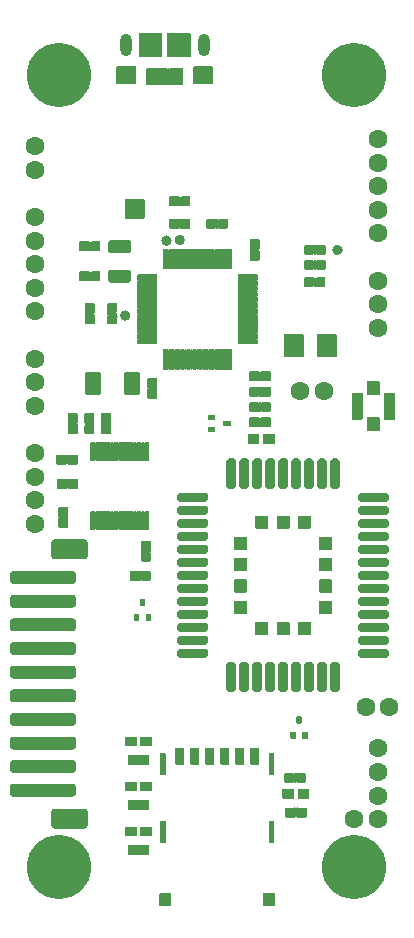
<source format=gbr>
G04 #@! TF.GenerationSoftware,KiCad,Pcbnew,5.1.8+dfsg1-1~bpo10+1*
G04 #@! TF.CreationDate,2021-01-22T07:11:29+01:00*
G04 #@! TF.ProjectId,easyhive,65617379-6869-4766-952e-6b696361645f,rev?*
G04 #@! TF.SameCoordinates,Original*
G04 #@! TF.FileFunction,Soldermask,Top*
G04 #@! TF.FilePolarity,Negative*
%FSLAX46Y46*%
G04 Gerber Fmt 4.6, Leading zero omitted, Abs format (unit mm)*
G04 Created by KiCad (PCBNEW 5.1.8+dfsg1-1~bpo10+1) date 2021-01-22 07:11:29*
%MOMM*%
%LPD*%
G01*
G04 APERTURE LIST*
%ADD10C,1.602000*%
%ADD11O,1.002000X1.902000*%
%ADD12C,0.610000*%
%ADD13C,5.436000*%
%ADD14C,0.100000*%
G04 APERTURE END LIST*
G36*
G01*
X135635737Y-133592400D02*
X138205863Y-133592400D01*
G75*
G02*
X138471800Y-133858337I0J-265937D01*
G01*
X138471800Y-135028463D01*
G75*
G02*
X138205863Y-135294400I-265937J0D01*
G01*
X135635737Y-135294400D01*
G75*
G02*
X135369800Y-135028463I0J265937D01*
G01*
X135369800Y-133858337D01*
G75*
G02*
X135635737Y-133592400I265937J0D01*
G01*
G37*
G36*
G01*
X135635737Y-110792400D02*
X138205863Y-110792400D01*
G75*
G02*
X138471800Y-111058337I0J-265937D01*
G01*
X138471800Y-112228463D01*
G75*
G02*
X138205863Y-112494400I-265937J0D01*
G01*
X135635737Y-112494400D01*
G75*
G02*
X135369800Y-112228463I0J265937D01*
G01*
X135369800Y-111058337D01*
G75*
G02*
X135635737Y-110792400I265937J0D01*
G01*
G37*
G36*
G01*
X132145300Y-131492400D02*
X137196300Y-131492400D01*
G75*
G02*
X137471800Y-131767900I0J-275500D01*
G01*
X137471800Y-132318900D01*
G75*
G02*
X137196300Y-132594400I-275500J0D01*
G01*
X132145300Y-132594400D01*
G75*
G02*
X131869800Y-132318900I0J275500D01*
G01*
X131869800Y-131767900D01*
G75*
G02*
X132145300Y-131492400I275500J0D01*
G01*
G37*
G36*
G01*
X132145300Y-129492400D02*
X137196300Y-129492400D01*
G75*
G02*
X137471800Y-129767900I0J-275500D01*
G01*
X137471800Y-130318900D01*
G75*
G02*
X137196300Y-130594400I-275500J0D01*
G01*
X132145300Y-130594400D01*
G75*
G02*
X131869800Y-130318900I0J275500D01*
G01*
X131869800Y-129767900D01*
G75*
G02*
X132145300Y-129492400I275500J0D01*
G01*
G37*
G36*
G01*
X132145300Y-127492400D02*
X137196300Y-127492400D01*
G75*
G02*
X137471800Y-127767900I0J-275500D01*
G01*
X137471800Y-128318900D01*
G75*
G02*
X137196300Y-128594400I-275500J0D01*
G01*
X132145300Y-128594400D01*
G75*
G02*
X131869800Y-128318900I0J275500D01*
G01*
X131869800Y-127767900D01*
G75*
G02*
X132145300Y-127492400I275500J0D01*
G01*
G37*
G36*
G01*
X132145300Y-125492400D02*
X137196300Y-125492400D01*
G75*
G02*
X137471800Y-125767900I0J-275500D01*
G01*
X137471800Y-126318900D01*
G75*
G02*
X137196300Y-126594400I-275500J0D01*
G01*
X132145300Y-126594400D01*
G75*
G02*
X131869800Y-126318900I0J275500D01*
G01*
X131869800Y-125767900D01*
G75*
G02*
X132145300Y-125492400I275500J0D01*
G01*
G37*
G36*
G01*
X132145300Y-123492400D02*
X137196300Y-123492400D01*
G75*
G02*
X137471800Y-123767900I0J-275500D01*
G01*
X137471800Y-124318900D01*
G75*
G02*
X137196300Y-124594400I-275500J0D01*
G01*
X132145300Y-124594400D01*
G75*
G02*
X131869800Y-124318900I0J275500D01*
G01*
X131869800Y-123767900D01*
G75*
G02*
X132145300Y-123492400I275500J0D01*
G01*
G37*
G36*
G01*
X132145300Y-121492400D02*
X137196300Y-121492400D01*
G75*
G02*
X137471800Y-121767900I0J-275500D01*
G01*
X137471800Y-122318900D01*
G75*
G02*
X137196300Y-122594400I-275500J0D01*
G01*
X132145300Y-122594400D01*
G75*
G02*
X131869800Y-122318900I0J275500D01*
G01*
X131869800Y-121767900D01*
G75*
G02*
X132145300Y-121492400I275500J0D01*
G01*
G37*
G36*
G01*
X132145300Y-119492400D02*
X137196300Y-119492400D01*
G75*
G02*
X137471800Y-119767900I0J-275500D01*
G01*
X137471800Y-120318900D01*
G75*
G02*
X137196300Y-120594400I-275500J0D01*
G01*
X132145300Y-120594400D01*
G75*
G02*
X131869800Y-120318900I0J275500D01*
G01*
X131869800Y-119767900D01*
G75*
G02*
X132145300Y-119492400I275500J0D01*
G01*
G37*
G36*
G01*
X132145300Y-117492400D02*
X137196300Y-117492400D01*
G75*
G02*
X137471800Y-117767900I0J-275500D01*
G01*
X137471800Y-118318900D01*
G75*
G02*
X137196300Y-118594400I-275500J0D01*
G01*
X132145300Y-118594400D01*
G75*
G02*
X131869800Y-118318900I0J275500D01*
G01*
X131869800Y-117767900D01*
G75*
G02*
X132145300Y-117492400I275500J0D01*
G01*
G37*
G36*
G01*
X132145300Y-115492400D02*
X137196300Y-115492400D01*
G75*
G02*
X137471800Y-115767900I0J-275500D01*
G01*
X137471800Y-116318900D01*
G75*
G02*
X137196300Y-116594400I-275500J0D01*
G01*
X132145300Y-116594400D01*
G75*
G02*
X131869800Y-116318900I0J275500D01*
G01*
X131869800Y-115767900D01*
G75*
G02*
X132145300Y-115492400I275500J0D01*
G01*
G37*
G36*
G01*
X132145300Y-113492400D02*
X137196300Y-113492400D01*
G75*
G02*
X137471800Y-113767900I0J-275500D01*
G01*
X137471800Y-114318900D01*
G75*
G02*
X137196300Y-114594400I-275500J0D01*
G01*
X132145300Y-114594400D01*
G75*
G02*
X131869800Y-114318900I0J275500D01*
G01*
X131869800Y-113767900D01*
G75*
G02*
X132145300Y-113492400I275500J0D01*
G01*
G37*
D10*
X163000000Y-134500000D03*
X161000000Y-134500000D03*
X163000000Y-132500000D03*
X163000000Y-130500000D03*
X163000000Y-128500000D03*
X158450000Y-98250000D03*
X156450000Y-98250000D03*
G36*
G01*
X143272599Y-108439001D02*
X143627399Y-108439001D01*
G75*
G02*
X143678399Y-108490001I0J-51000D01*
G01*
X143678399Y-109951999D01*
G75*
G02*
X143627399Y-110002999I-51000J0D01*
G01*
X143272599Y-110002999D01*
G75*
G02*
X143221599Y-109951999I0J51000D01*
G01*
X143221599Y-108490001D01*
G75*
G02*
X143272599Y-108439001I51000J0D01*
G01*
G37*
G36*
G01*
X142622598Y-108439001D02*
X142977398Y-108439001D01*
G75*
G02*
X143028398Y-108490001I0J-51000D01*
G01*
X143028398Y-109951999D01*
G75*
G02*
X142977398Y-110002999I-51000J0D01*
G01*
X142622598Y-110002999D01*
G75*
G02*
X142571598Y-109951999I0J51000D01*
G01*
X142571598Y-108490001D01*
G75*
G02*
X142622598Y-108439001I51000J0D01*
G01*
G37*
G36*
G01*
X141972599Y-108439001D02*
X142327399Y-108439001D01*
G75*
G02*
X142378399Y-108490001I0J-51000D01*
G01*
X142378399Y-109951999D01*
G75*
G02*
X142327399Y-110002999I-51000J0D01*
G01*
X141972599Y-110002999D01*
G75*
G02*
X141921599Y-109951999I0J51000D01*
G01*
X141921599Y-108490001D01*
G75*
G02*
X141972599Y-108439001I51000J0D01*
G01*
G37*
G36*
G01*
X141322598Y-108439001D02*
X141677398Y-108439001D01*
G75*
G02*
X141728398Y-108490001I0J-51000D01*
G01*
X141728398Y-109951999D01*
G75*
G02*
X141677398Y-110002999I-51000J0D01*
G01*
X141322598Y-110002999D01*
G75*
G02*
X141271598Y-109951999I0J51000D01*
G01*
X141271598Y-108490001D01*
G75*
G02*
X141322598Y-108439001I51000J0D01*
G01*
G37*
G36*
G01*
X140672599Y-108439001D02*
X141027399Y-108439001D01*
G75*
G02*
X141078399Y-108490001I0J-51000D01*
G01*
X141078399Y-109951999D01*
G75*
G02*
X141027399Y-110002999I-51000J0D01*
G01*
X140672599Y-110002999D01*
G75*
G02*
X140621599Y-109951999I0J51000D01*
G01*
X140621599Y-108490001D01*
G75*
G02*
X140672599Y-108439001I51000J0D01*
G01*
G37*
G36*
G01*
X140022601Y-108439001D02*
X140377401Y-108439001D01*
G75*
G02*
X140428401Y-108490001I0J-51000D01*
G01*
X140428401Y-109951999D01*
G75*
G02*
X140377401Y-110002999I-51000J0D01*
G01*
X140022601Y-110002999D01*
G75*
G02*
X139971601Y-109951999I0J51000D01*
G01*
X139971601Y-108490001D01*
G75*
G02*
X140022601Y-108439001I51000J0D01*
G01*
G37*
G36*
G01*
X139372599Y-108439001D02*
X139727399Y-108439001D01*
G75*
G02*
X139778399Y-108490001I0J-51000D01*
G01*
X139778399Y-109951999D01*
G75*
G02*
X139727399Y-110002999I-51000J0D01*
G01*
X139372599Y-110002999D01*
G75*
G02*
X139321599Y-109951999I0J51000D01*
G01*
X139321599Y-108490001D01*
G75*
G02*
X139372599Y-108439001I51000J0D01*
G01*
G37*
G36*
G01*
X138722601Y-108439001D02*
X139077401Y-108439001D01*
G75*
G02*
X139128401Y-108490001I0J-51000D01*
G01*
X139128401Y-109951999D01*
G75*
G02*
X139077401Y-110002999I-51000J0D01*
G01*
X138722601Y-110002999D01*
G75*
G02*
X138671601Y-109951999I0J51000D01*
G01*
X138671601Y-108490001D01*
G75*
G02*
X138722601Y-108439001I51000J0D01*
G01*
G37*
G36*
G01*
X138722601Y-102597001D02*
X139077401Y-102597001D01*
G75*
G02*
X139128401Y-102648001I0J-51000D01*
G01*
X139128401Y-104109999D01*
G75*
G02*
X139077401Y-104160999I-51000J0D01*
G01*
X138722601Y-104160999D01*
G75*
G02*
X138671601Y-104109999I0J51000D01*
G01*
X138671601Y-102648001D01*
G75*
G02*
X138722601Y-102597001I51000J0D01*
G01*
G37*
G36*
G01*
X139372602Y-102597001D02*
X139727402Y-102597001D01*
G75*
G02*
X139778402Y-102648001I0J-51000D01*
G01*
X139778402Y-104109999D01*
G75*
G02*
X139727402Y-104160999I-51000J0D01*
G01*
X139372602Y-104160999D01*
G75*
G02*
X139321602Y-104109999I0J51000D01*
G01*
X139321602Y-102648001D01*
G75*
G02*
X139372602Y-102597001I51000J0D01*
G01*
G37*
G36*
G01*
X140022601Y-102597001D02*
X140377401Y-102597001D01*
G75*
G02*
X140428401Y-102648001I0J-51000D01*
G01*
X140428401Y-104109999D01*
G75*
G02*
X140377401Y-104160999I-51000J0D01*
G01*
X140022601Y-104160999D01*
G75*
G02*
X139971601Y-104109999I0J51000D01*
G01*
X139971601Y-102648001D01*
G75*
G02*
X140022601Y-102597001I51000J0D01*
G01*
G37*
G36*
G01*
X140672602Y-102597001D02*
X141027402Y-102597001D01*
G75*
G02*
X141078402Y-102648001I0J-51000D01*
G01*
X141078402Y-104109999D01*
G75*
G02*
X141027402Y-104160999I-51000J0D01*
G01*
X140672602Y-104160999D01*
G75*
G02*
X140621602Y-104109999I0J51000D01*
G01*
X140621602Y-102648001D01*
G75*
G02*
X140672602Y-102597001I51000J0D01*
G01*
G37*
G36*
G01*
X141322601Y-102597001D02*
X141677401Y-102597001D01*
G75*
G02*
X141728401Y-102648001I0J-51000D01*
G01*
X141728401Y-104109999D01*
G75*
G02*
X141677401Y-104160999I-51000J0D01*
G01*
X141322601Y-104160999D01*
G75*
G02*
X141271601Y-104109999I0J51000D01*
G01*
X141271601Y-102648001D01*
G75*
G02*
X141322601Y-102597001I51000J0D01*
G01*
G37*
G36*
G01*
X141972599Y-102597001D02*
X142327399Y-102597001D01*
G75*
G02*
X142378399Y-102648001I0J-51000D01*
G01*
X142378399Y-104109999D01*
G75*
G02*
X142327399Y-104160999I-51000J0D01*
G01*
X141972599Y-104160999D01*
G75*
G02*
X141921599Y-104109999I0J51000D01*
G01*
X141921599Y-102648001D01*
G75*
G02*
X141972599Y-102597001I51000J0D01*
G01*
G37*
G36*
G01*
X142622601Y-102597001D02*
X142977401Y-102597001D01*
G75*
G02*
X143028401Y-102648001I0J-51000D01*
G01*
X143028401Y-104109999D01*
G75*
G02*
X142977401Y-104160999I-51000J0D01*
G01*
X142622601Y-104160999D01*
G75*
G02*
X142571601Y-104109999I0J51000D01*
G01*
X142571601Y-102648001D01*
G75*
G02*
X142622601Y-102597001I51000J0D01*
G01*
G37*
G36*
G01*
X143272599Y-102597001D02*
X143627399Y-102597001D01*
G75*
G02*
X143678399Y-102648001I0J-51000D01*
G01*
X143678399Y-104109999D01*
G75*
G02*
X143627399Y-104160999I-51000J0D01*
G01*
X143272599Y-104160999D01*
G75*
G02*
X143221599Y-104109999I0J51000D01*
G01*
X143221599Y-102648001D01*
G75*
G02*
X143272599Y-102597001I51000J0D01*
G01*
G37*
G36*
G01*
X152649000Y-109850000D02*
X152649000Y-108850000D01*
G75*
G02*
X152700000Y-108799000I51000J0D01*
G01*
X153700000Y-108799000D01*
G75*
G02*
X153751000Y-108850000I0J-51000D01*
G01*
X153751000Y-109850000D01*
G75*
G02*
X153700000Y-109901000I-51000J0D01*
G01*
X152700000Y-109901000D01*
G75*
G02*
X152649000Y-109850000I0J51000D01*
G01*
G37*
G36*
G01*
X154449000Y-109850000D02*
X154449000Y-108850000D01*
G75*
G02*
X154500000Y-108799000I51000J0D01*
G01*
X155500000Y-108799000D01*
G75*
G02*
X155551000Y-108850000I0J-51000D01*
G01*
X155551000Y-109850000D01*
G75*
G02*
X155500000Y-109901000I-51000J0D01*
G01*
X154500000Y-109901000D01*
G75*
G02*
X154449000Y-109850000I0J51000D01*
G01*
G37*
G36*
G01*
X156249000Y-109850000D02*
X156249000Y-108850000D01*
G75*
G02*
X156300000Y-108799000I51000J0D01*
G01*
X157300000Y-108799000D01*
G75*
G02*
X157351000Y-108850000I0J-51000D01*
G01*
X157351000Y-109850000D01*
G75*
G02*
X157300000Y-109901000I-51000J0D01*
G01*
X156300000Y-109901000D01*
G75*
G02*
X156249000Y-109850000I0J51000D01*
G01*
G37*
G36*
G01*
X158049000Y-111650000D02*
X158049000Y-110650000D01*
G75*
G02*
X158100000Y-110599000I51000J0D01*
G01*
X159100000Y-110599000D01*
G75*
G02*
X159151000Y-110650000I0J-51000D01*
G01*
X159151000Y-111650000D01*
G75*
G02*
X159100000Y-111701000I-51000J0D01*
G01*
X158100000Y-111701000D01*
G75*
G02*
X158049000Y-111650000I0J51000D01*
G01*
G37*
G36*
G01*
X158049000Y-113450000D02*
X158049000Y-112450000D01*
G75*
G02*
X158100000Y-112399000I51000J0D01*
G01*
X159100000Y-112399000D01*
G75*
G02*
X159151000Y-112450000I0J-51000D01*
G01*
X159151000Y-113450000D01*
G75*
G02*
X159100000Y-113501000I-51000J0D01*
G01*
X158100000Y-113501000D01*
G75*
G02*
X158049000Y-113450000I0J51000D01*
G01*
G37*
G36*
G01*
X158049000Y-115250000D02*
X158049000Y-114250000D01*
G75*
G02*
X158100000Y-114199000I51000J0D01*
G01*
X159100000Y-114199000D01*
G75*
G02*
X159151000Y-114250000I0J-51000D01*
G01*
X159151000Y-115250000D01*
G75*
G02*
X159100000Y-115301000I-51000J0D01*
G01*
X158100000Y-115301000D01*
G75*
G02*
X158049000Y-115250000I0J51000D01*
G01*
G37*
G36*
G01*
X158049000Y-117050000D02*
X158049000Y-116050000D01*
G75*
G02*
X158100000Y-115999000I51000J0D01*
G01*
X159100000Y-115999000D01*
G75*
G02*
X159151000Y-116050000I0J-51000D01*
G01*
X159151000Y-117050000D01*
G75*
G02*
X159100000Y-117101000I-51000J0D01*
G01*
X158100000Y-117101000D01*
G75*
G02*
X158049000Y-117050000I0J51000D01*
G01*
G37*
G36*
G01*
X156249000Y-118850000D02*
X156249000Y-117850000D01*
G75*
G02*
X156300000Y-117799000I51000J0D01*
G01*
X157300000Y-117799000D01*
G75*
G02*
X157351000Y-117850000I0J-51000D01*
G01*
X157351000Y-118850000D01*
G75*
G02*
X157300000Y-118901000I-51000J0D01*
G01*
X156300000Y-118901000D01*
G75*
G02*
X156249000Y-118850000I0J51000D01*
G01*
G37*
G36*
G01*
X154449000Y-118850000D02*
X154449000Y-117850000D01*
G75*
G02*
X154500000Y-117799000I51000J0D01*
G01*
X155500000Y-117799000D01*
G75*
G02*
X155551000Y-117850000I0J-51000D01*
G01*
X155551000Y-118850000D01*
G75*
G02*
X155500000Y-118901000I-51000J0D01*
G01*
X154500000Y-118901000D01*
G75*
G02*
X154449000Y-118850000I0J51000D01*
G01*
G37*
G36*
G01*
X152649000Y-118850000D02*
X152649000Y-117850000D01*
G75*
G02*
X152700000Y-117799000I51000J0D01*
G01*
X153700000Y-117799000D01*
G75*
G02*
X153751000Y-117850000I0J-51000D01*
G01*
X153751000Y-118850000D01*
G75*
G02*
X153700000Y-118901000I-51000J0D01*
G01*
X152700000Y-118901000D01*
G75*
G02*
X152649000Y-118850000I0J51000D01*
G01*
G37*
G36*
G01*
X150849000Y-117050000D02*
X150849000Y-116050000D01*
G75*
G02*
X150900000Y-115999000I51000J0D01*
G01*
X151900000Y-115999000D01*
G75*
G02*
X151951000Y-116050000I0J-51000D01*
G01*
X151951000Y-117050000D01*
G75*
G02*
X151900000Y-117101000I-51000J0D01*
G01*
X150900000Y-117101000D01*
G75*
G02*
X150849000Y-117050000I0J51000D01*
G01*
G37*
G36*
G01*
X150849000Y-115250000D02*
X150849000Y-114250000D01*
G75*
G02*
X150900000Y-114199000I51000J0D01*
G01*
X151900000Y-114199000D01*
G75*
G02*
X151951000Y-114250000I0J-51000D01*
G01*
X151951000Y-115250000D01*
G75*
G02*
X151900000Y-115301000I-51000J0D01*
G01*
X150900000Y-115301000D01*
G75*
G02*
X150849000Y-115250000I0J51000D01*
G01*
G37*
G36*
G01*
X150849000Y-113450000D02*
X150849000Y-112450000D01*
G75*
G02*
X150900000Y-112399000I51000J0D01*
G01*
X151900000Y-112399000D01*
G75*
G02*
X151951000Y-112450000I0J-51000D01*
G01*
X151951000Y-113450000D01*
G75*
G02*
X151900000Y-113501000I-51000J0D01*
G01*
X150900000Y-113501000D01*
G75*
G02*
X150849000Y-113450000I0J51000D01*
G01*
G37*
G36*
G01*
X150849000Y-111650000D02*
X150849000Y-110650000D01*
G75*
G02*
X150900000Y-110599000I51000J0D01*
G01*
X151900000Y-110599000D01*
G75*
G02*
X151951000Y-110650000I0J-51000D01*
G01*
X151951000Y-111650000D01*
G75*
G02*
X151900000Y-111701000I-51000J0D01*
G01*
X150900000Y-111701000D01*
G75*
G02*
X150849000Y-111650000I0J51000D01*
G01*
G37*
G36*
G01*
X150399500Y-103949000D02*
X150800500Y-103949000D01*
G75*
G02*
X151001000Y-104149500I0J-200500D01*
G01*
X151001000Y-106350500D01*
G75*
G02*
X150800500Y-106551000I-200500J0D01*
G01*
X150399500Y-106551000D01*
G75*
G02*
X150199000Y-106350500I0J200500D01*
G01*
X150199000Y-104149500D01*
G75*
G02*
X150399500Y-103949000I200500J0D01*
G01*
G37*
G36*
G01*
X151499500Y-103949000D02*
X151900500Y-103949000D01*
G75*
G02*
X152101000Y-104149500I0J-200500D01*
G01*
X152101000Y-106350500D01*
G75*
G02*
X151900500Y-106551000I-200500J0D01*
G01*
X151499500Y-106551000D01*
G75*
G02*
X151299000Y-106350500I0J200500D01*
G01*
X151299000Y-104149500D01*
G75*
G02*
X151499500Y-103949000I200500J0D01*
G01*
G37*
G36*
G01*
X152599500Y-103949000D02*
X153000500Y-103949000D01*
G75*
G02*
X153201000Y-104149500I0J-200500D01*
G01*
X153201000Y-106350500D01*
G75*
G02*
X153000500Y-106551000I-200500J0D01*
G01*
X152599500Y-106551000D01*
G75*
G02*
X152399000Y-106350500I0J200500D01*
G01*
X152399000Y-104149500D01*
G75*
G02*
X152599500Y-103949000I200500J0D01*
G01*
G37*
G36*
G01*
X153699500Y-103949000D02*
X154100500Y-103949000D01*
G75*
G02*
X154301000Y-104149500I0J-200500D01*
G01*
X154301000Y-106350500D01*
G75*
G02*
X154100500Y-106551000I-200500J0D01*
G01*
X153699500Y-106551000D01*
G75*
G02*
X153499000Y-106350500I0J200500D01*
G01*
X153499000Y-104149500D01*
G75*
G02*
X153699500Y-103949000I200500J0D01*
G01*
G37*
G36*
G01*
X154799500Y-103949000D02*
X155200500Y-103949000D01*
G75*
G02*
X155401000Y-104149500I0J-200500D01*
G01*
X155401000Y-106350500D01*
G75*
G02*
X155200500Y-106551000I-200500J0D01*
G01*
X154799500Y-106551000D01*
G75*
G02*
X154599000Y-106350500I0J200500D01*
G01*
X154599000Y-104149500D01*
G75*
G02*
X154799500Y-103949000I200500J0D01*
G01*
G37*
G36*
G01*
X155899500Y-103949000D02*
X156300500Y-103949000D01*
G75*
G02*
X156501000Y-104149500I0J-200500D01*
G01*
X156501000Y-106350500D01*
G75*
G02*
X156300500Y-106551000I-200500J0D01*
G01*
X155899500Y-106551000D01*
G75*
G02*
X155699000Y-106350500I0J200500D01*
G01*
X155699000Y-104149500D01*
G75*
G02*
X155899500Y-103949000I200500J0D01*
G01*
G37*
G36*
G01*
X156999500Y-103949000D02*
X157400500Y-103949000D01*
G75*
G02*
X157601000Y-104149500I0J-200500D01*
G01*
X157601000Y-106350500D01*
G75*
G02*
X157400500Y-106551000I-200500J0D01*
G01*
X156999500Y-106551000D01*
G75*
G02*
X156799000Y-106350500I0J200500D01*
G01*
X156799000Y-104149500D01*
G75*
G02*
X156999500Y-103949000I200500J0D01*
G01*
G37*
G36*
G01*
X158099500Y-103949000D02*
X158500500Y-103949000D01*
G75*
G02*
X158701000Y-104149500I0J-200500D01*
G01*
X158701000Y-106350500D01*
G75*
G02*
X158500500Y-106551000I-200500J0D01*
G01*
X158099500Y-106551000D01*
G75*
G02*
X157899000Y-106350500I0J200500D01*
G01*
X157899000Y-104149500D01*
G75*
G02*
X158099500Y-103949000I200500J0D01*
G01*
G37*
G36*
G01*
X159199500Y-103949000D02*
X159600500Y-103949000D01*
G75*
G02*
X159801000Y-104149500I0J-200500D01*
G01*
X159801000Y-106350500D01*
G75*
G02*
X159600500Y-106551000I-200500J0D01*
G01*
X159199500Y-106551000D01*
G75*
G02*
X158999000Y-106350500I0J200500D01*
G01*
X158999000Y-104149500D01*
G75*
G02*
X159199500Y-103949000I200500J0D01*
G01*
G37*
G36*
G01*
X161349000Y-107450500D02*
X161349000Y-107049500D01*
G75*
G02*
X161549500Y-106849000I200500J0D01*
G01*
X163750500Y-106849000D01*
G75*
G02*
X163951000Y-107049500I0J-200500D01*
G01*
X163951000Y-107450500D01*
G75*
G02*
X163750500Y-107651000I-200500J0D01*
G01*
X161549500Y-107651000D01*
G75*
G02*
X161349000Y-107450500I0J200500D01*
G01*
G37*
G36*
G01*
X161349000Y-108550500D02*
X161349000Y-108149500D01*
G75*
G02*
X161549500Y-107949000I200500J0D01*
G01*
X163750500Y-107949000D01*
G75*
G02*
X163951000Y-108149500I0J-200500D01*
G01*
X163951000Y-108550500D01*
G75*
G02*
X163750500Y-108751000I-200500J0D01*
G01*
X161549500Y-108751000D01*
G75*
G02*
X161349000Y-108550500I0J200500D01*
G01*
G37*
G36*
G01*
X161349000Y-109650500D02*
X161349000Y-109249500D01*
G75*
G02*
X161549500Y-109049000I200500J0D01*
G01*
X163750500Y-109049000D01*
G75*
G02*
X163951000Y-109249500I0J-200500D01*
G01*
X163951000Y-109650500D01*
G75*
G02*
X163750500Y-109851000I-200500J0D01*
G01*
X161549500Y-109851000D01*
G75*
G02*
X161349000Y-109650500I0J200500D01*
G01*
G37*
G36*
G01*
X161349000Y-110750500D02*
X161349000Y-110349500D01*
G75*
G02*
X161549500Y-110149000I200500J0D01*
G01*
X163750500Y-110149000D01*
G75*
G02*
X163951000Y-110349500I0J-200500D01*
G01*
X163951000Y-110750500D01*
G75*
G02*
X163750500Y-110951000I-200500J0D01*
G01*
X161549500Y-110951000D01*
G75*
G02*
X161349000Y-110750500I0J200500D01*
G01*
G37*
G36*
G01*
X161349000Y-111850500D02*
X161349000Y-111449500D01*
G75*
G02*
X161549500Y-111249000I200500J0D01*
G01*
X163750500Y-111249000D01*
G75*
G02*
X163951000Y-111449500I0J-200500D01*
G01*
X163951000Y-111850500D01*
G75*
G02*
X163750500Y-112051000I-200500J0D01*
G01*
X161549500Y-112051000D01*
G75*
G02*
X161349000Y-111850500I0J200500D01*
G01*
G37*
G36*
G01*
X161349000Y-112950500D02*
X161349000Y-112549500D01*
G75*
G02*
X161549500Y-112349000I200500J0D01*
G01*
X163750500Y-112349000D01*
G75*
G02*
X163951000Y-112549500I0J-200500D01*
G01*
X163951000Y-112950500D01*
G75*
G02*
X163750500Y-113151000I-200500J0D01*
G01*
X161549500Y-113151000D01*
G75*
G02*
X161349000Y-112950500I0J200500D01*
G01*
G37*
G36*
G01*
X161349000Y-114050500D02*
X161349000Y-113649500D01*
G75*
G02*
X161549500Y-113449000I200500J0D01*
G01*
X163750500Y-113449000D01*
G75*
G02*
X163951000Y-113649500I0J-200500D01*
G01*
X163951000Y-114050500D01*
G75*
G02*
X163750500Y-114251000I-200500J0D01*
G01*
X161549500Y-114251000D01*
G75*
G02*
X161349000Y-114050500I0J200500D01*
G01*
G37*
G36*
G01*
X161349000Y-115150500D02*
X161349000Y-114749500D01*
G75*
G02*
X161549500Y-114549000I200500J0D01*
G01*
X163750500Y-114549000D01*
G75*
G02*
X163951000Y-114749500I0J-200500D01*
G01*
X163951000Y-115150500D01*
G75*
G02*
X163750500Y-115351000I-200500J0D01*
G01*
X161549500Y-115351000D01*
G75*
G02*
X161349000Y-115150500I0J200500D01*
G01*
G37*
G36*
G01*
X161349000Y-116250500D02*
X161349000Y-115849500D01*
G75*
G02*
X161549500Y-115649000I200500J0D01*
G01*
X163750500Y-115649000D01*
G75*
G02*
X163951000Y-115849500I0J-200500D01*
G01*
X163951000Y-116250500D01*
G75*
G02*
X163750500Y-116451000I-200500J0D01*
G01*
X161549500Y-116451000D01*
G75*
G02*
X161349000Y-116250500I0J200500D01*
G01*
G37*
G36*
G01*
X161349000Y-117350500D02*
X161349000Y-116949500D01*
G75*
G02*
X161549500Y-116749000I200500J0D01*
G01*
X163750500Y-116749000D01*
G75*
G02*
X163951000Y-116949500I0J-200500D01*
G01*
X163951000Y-117350500D01*
G75*
G02*
X163750500Y-117551000I-200500J0D01*
G01*
X161549500Y-117551000D01*
G75*
G02*
X161349000Y-117350500I0J200500D01*
G01*
G37*
G36*
G01*
X161349000Y-118450500D02*
X161349000Y-118049500D01*
G75*
G02*
X161549500Y-117849000I200500J0D01*
G01*
X163750500Y-117849000D01*
G75*
G02*
X163951000Y-118049500I0J-200500D01*
G01*
X163951000Y-118450500D01*
G75*
G02*
X163750500Y-118651000I-200500J0D01*
G01*
X161549500Y-118651000D01*
G75*
G02*
X161349000Y-118450500I0J200500D01*
G01*
G37*
G36*
G01*
X161349000Y-119550500D02*
X161349000Y-119149500D01*
G75*
G02*
X161549500Y-118949000I200500J0D01*
G01*
X163750500Y-118949000D01*
G75*
G02*
X163951000Y-119149500I0J-200500D01*
G01*
X163951000Y-119550500D01*
G75*
G02*
X163750500Y-119751000I-200500J0D01*
G01*
X161549500Y-119751000D01*
G75*
G02*
X161349000Y-119550500I0J200500D01*
G01*
G37*
G36*
G01*
X161349000Y-120650500D02*
X161349000Y-120249500D01*
G75*
G02*
X161549500Y-120049000I200500J0D01*
G01*
X163750500Y-120049000D01*
G75*
G02*
X163951000Y-120249500I0J-200500D01*
G01*
X163951000Y-120650500D01*
G75*
G02*
X163750500Y-120851000I-200500J0D01*
G01*
X161549500Y-120851000D01*
G75*
G02*
X161349000Y-120650500I0J200500D01*
G01*
G37*
G36*
G01*
X159600500Y-123751000D02*
X159199500Y-123751000D01*
G75*
G02*
X158999000Y-123550500I0J200500D01*
G01*
X158999000Y-121349500D01*
G75*
G02*
X159199500Y-121149000I200500J0D01*
G01*
X159600500Y-121149000D01*
G75*
G02*
X159801000Y-121349500I0J-200500D01*
G01*
X159801000Y-123550500D01*
G75*
G02*
X159600500Y-123751000I-200500J0D01*
G01*
G37*
G36*
G01*
X158500500Y-123751000D02*
X158099500Y-123751000D01*
G75*
G02*
X157899000Y-123550500I0J200500D01*
G01*
X157899000Y-121349500D01*
G75*
G02*
X158099500Y-121149000I200500J0D01*
G01*
X158500500Y-121149000D01*
G75*
G02*
X158701000Y-121349500I0J-200500D01*
G01*
X158701000Y-123550500D01*
G75*
G02*
X158500500Y-123751000I-200500J0D01*
G01*
G37*
G36*
G01*
X157400500Y-123751000D02*
X156999500Y-123751000D01*
G75*
G02*
X156799000Y-123550500I0J200500D01*
G01*
X156799000Y-121349500D01*
G75*
G02*
X156999500Y-121149000I200500J0D01*
G01*
X157400500Y-121149000D01*
G75*
G02*
X157601000Y-121349500I0J-200500D01*
G01*
X157601000Y-123550500D01*
G75*
G02*
X157400500Y-123751000I-200500J0D01*
G01*
G37*
G36*
G01*
X156300500Y-123751000D02*
X155899500Y-123751000D01*
G75*
G02*
X155699000Y-123550500I0J200500D01*
G01*
X155699000Y-121349500D01*
G75*
G02*
X155899500Y-121149000I200500J0D01*
G01*
X156300500Y-121149000D01*
G75*
G02*
X156501000Y-121349500I0J-200500D01*
G01*
X156501000Y-123550500D01*
G75*
G02*
X156300500Y-123751000I-200500J0D01*
G01*
G37*
G36*
G01*
X155200500Y-123751000D02*
X154799500Y-123751000D01*
G75*
G02*
X154599000Y-123550500I0J200500D01*
G01*
X154599000Y-121349500D01*
G75*
G02*
X154799500Y-121149000I200500J0D01*
G01*
X155200500Y-121149000D01*
G75*
G02*
X155401000Y-121349500I0J-200500D01*
G01*
X155401000Y-123550500D01*
G75*
G02*
X155200500Y-123751000I-200500J0D01*
G01*
G37*
G36*
G01*
X154100500Y-123751000D02*
X153699500Y-123751000D01*
G75*
G02*
X153499000Y-123550500I0J200500D01*
G01*
X153499000Y-121349500D01*
G75*
G02*
X153699500Y-121149000I200500J0D01*
G01*
X154100500Y-121149000D01*
G75*
G02*
X154301000Y-121349500I0J-200500D01*
G01*
X154301000Y-123550500D01*
G75*
G02*
X154100500Y-123751000I-200500J0D01*
G01*
G37*
G36*
G01*
X153000500Y-123751000D02*
X152599500Y-123751000D01*
G75*
G02*
X152399000Y-123550500I0J200500D01*
G01*
X152399000Y-121349500D01*
G75*
G02*
X152599500Y-121149000I200500J0D01*
G01*
X153000500Y-121149000D01*
G75*
G02*
X153201000Y-121349500I0J-200500D01*
G01*
X153201000Y-123550500D01*
G75*
G02*
X153000500Y-123751000I-200500J0D01*
G01*
G37*
G36*
G01*
X151900500Y-123751000D02*
X151499500Y-123751000D01*
G75*
G02*
X151299000Y-123550500I0J200500D01*
G01*
X151299000Y-121349500D01*
G75*
G02*
X151499500Y-121149000I200500J0D01*
G01*
X151900500Y-121149000D01*
G75*
G02*
X152101000Y-121349500I0J-200500D01*
G01*
X152101000Y-123550500D01*
G75*
G02*
X151900500Y-123751000I-200500J0D01*
G01*
G37*
G36*
G01*
X150800500Y-123751000D02*
X150399500Y-123751000D01*
G75*
G02*
X150199000Y-123550500I0J200500D01*
G01*
X150199000Y-121349500D01*
G75*
G02*
X150399500Y-121149000I200500J0D01*
G01*
X150800500Y-121149000D01*
G75*
G02*
X151001000Y-121349500I0J-200500D01*
G01*
X151001000Y-123550500D01*
G75*
G02*
X150800500Y-123751000I-200500J0D01*
G01*
G37*
G36*
G01*
X146049000Y-120650500D02*
X146049000Y-120249500D01*
G75*
G02*
X146249500Y-120049000I200500J0D01*
G01*
X148450500Y-120049000D01*
G75*
G02*
X148651000Y-120249500I0J-200500D01*
G01*
X148651000Y-120650500D01*
G75*
G02*
X148450500Y-120851000I-200500J0D01*
G01*
X146249500Y-120851000D01*
G75*
G02*
X146049000Y-120650500I0J200500D01*
G01*
G37*
G36*
G01*
X146049000Y-119550500D02*
X146049000Y-119149500D01*
G75*
G02*
X146249500Y-118949000I200500J0D01*
G01*
X148450500Y-118949000D01*
G75*
G02*
X148651000Y-119149500I0J-200500D01*
G01*
X148651000Y-119550500D01*
G75*
G02*
X148450500Y-119751000I-200500J0D01*
G01*
X146249500Y-119751000D01*
G75*
G02*
X146049000Y-119550500I0J200500D01*
G01*
G37*
G36*
G01*
X146049000Y-118450500D02*
X146049000Y-118049500D01*
G75*
G02*
X146249500Y-117849000I200500J0D01*
G01*
X148450500Y-117849000D01*
G75*
G02*
X148651000Y-118049500I0J-200500D01*
G01*
X148651000Y-118450500D01*
G75*
G02*
X148450500Y-118651000I-200500J0D01*
G01*
X146249500Y-118651000D01*
G75*
G02*
X146049000Y-118450500I0J200500D01*
G01*
G37*
G36*
G01*
X146049000Y-117350500D02*
X146049000Y-116949500D01*
G75*
G02*
X146249500Y-116749000I200500J0D01*
G01*
X148450500Y-116749000D01*
G75*
G02*
X148651000Y-116949500I0J-200500D01*
G01*
X148651000Y-117350500D01*
G75*
G02*
X148450500Y-117551000I-200500J0D01*
G01*
X146249500Y-117551000D01*
G75*
G02*
X146049000Y-117350500I0J200500D01*
G01*
G37*
G36*
G01*
X146049000Y-116250500D02*
X146049000Y-115849500D01*
G75*
G02*
X146249500Y-115649000I200500J0D01*
G01*
X148450500Y-115649000D01*
G75*
G02*
X148651000Y-115849500I0J-200500D01*
G01*
X148651000Y-116250500D01*
G75*
G02*
X148450500Y-116451000I-200500J0D01*
G01*
X146249500Y-116451000D01*
G75*
G02*
X146049000Y-116250500I0J200500D01*
G01*
G37*
G36*
G01*
X146049000Y-115150500D02*
X146049000Y-114749500D01*
G75*
G02*
X146249500Y-114549000I200500J0D01*
G01*
X148450500Y-114549000D01*
G75*
G02*
X148651000Y-114749500I0J-200500D01*
G01*
X148651000Y-115150500D01*
G75*
G02*
X148450500Y-115351000I-200500J0D01*
G01*
X146249500Y-115351000D01*
G75*
G02*
X146049000Y-115150500I0J200500D01*
G01*
G37*
G36*
G01*
X146049000Y-114050500D02*
X146049000Y-113649500D01*
G75*
G02*
X146249500Y-113449000I200500J0D01*
G01*
X148450500Y-113449000D01*
G75*
G02*
X148651000Y-113649500I0J-200500D01*
G01*
X148651000Y-114050500D01*
G75*
G02*
X148450500Y-114251000I-200500J0D01*
G01*
X146249500Y-114251000D01*
G75*
G02*
X146049000Y-114050500I0J200500D01*
G01*
G37*
G36*
G01*
X146049000Y-112950500D02*
X146049000Y-112549500D01*
G75*
G02*
X146249500Y-112349000I200500J0D01*
G01*
X148450500Y-112349000D01*
G75*
G02*
X148651000Y-112549500I0J-200500D01*
G01*
X148651000Y-112950500D01*
G75*
G02*
X148450500Y-113151000I-200500J0D01*
G01*
X146249500Y-113151000D01*
G75*
G02*
X146049000Y-112950500I0J200500D01*
G01*
G37*
G36*
G01*
X146049000Y-111850500D02*
X146049000Y-111449500D01*
G75*
G02*
X146249500Y-111249000I200500J0D01*
G01*
X148450500Y-111249000D01*
G75*
G02*
X148651000Y-111449500I0J-200500D01*
G01*
X148651000Y-111850500D01*
G75*
G02*
X148450500Y-112051000I-200500J0D01*
G01*
X146249500Y-112051000D01*
G75*
G02*
X146049000Y-111850500I0J200500D01*
G01*
G37*
G36*
G01*
X146049000Y-110750500D02*
X146049000Y-110349500D01*
G75*
G02*
X146249500Y-110149000I200500J0D01*
G01*
X148450500Y-110149000D01*
G75*
G02*
X148651000Y-110349500I0J-200500D01*
G01*
X148651000Y-110750500D01*
G75*
G02*
X148450500Y-110951000I-200500J0D01*
G01*
X146249500Y-110951000D01*
G75*
G02*
X146049000Y-110750500I0J200500D01*
G01*
G37*
G36*
G01*
X146049000Y-109650500D02*
X146049000Y-109249500D01*
G75*
G02*
X146249500Y-109049000I200500J0D01*
G01*
X148450500Y-109049000D01*
G75*
G02*
X148651000Y-109249500I0J-200500D01*
G01*
X148651000Y-109650500D01*
G75*
G02*
X148450500Y-109851000I-200500J0D01*
G01*
X146249500Y-109851000D01*
G75*
G02*
X146049000Y-109650500I0J200500D01*
G01*
G37*
G36*
G01*
X146049000Y-108550500D02*
X146049000Y-108149500D01*
G75*
G02*
X146249500Y-107949000I200500J0D01*
G01*
X148450500Y-107949000D01*
G75*
G02*
X148651000Y-108149500I0J-200500D01*
G01*
X148651000Y-108550500D01*
G75*
G02*
X148450500Y-108751000I-200500J0D01*
G01*
X146249500Y-108751000D01*
G75*
G02*
X146049000Y-108550500I0J200500D01*
G01*
G37*
G36*
G01*
X146049000Y-107450500D02*
X146049000Y-107049500D01*
G75*
G02*
X146249500Y-106849000I200500J0D01*
G01*
X148450500Y-106849000D01*
G75*
G02*
X148651000Y-107049500I0J-200500D01*
G01*
X148651000Y-107450500D01*
G75*
G02*
X148450500Y-107651000I-200500J0D01*
G01*
X146249500Y-107651000D01*
G75*
G02*
X146049000Y-107450500I0J200500D01*
G01*
G37*
X162000000Y-125000000D03*
X164000000Y-125000000D03*
G36*
G01*
X153001000Y-101939100D02*
X153001000Y-102660900D01*
G75*
G02*
X152960900Y-102701000I-40100J0D01*
G01*
X152039100Y-102701000D01*
G75*
G02*
X151999000Y-102660900I0J40100D01*
G01*
X151999000Y-101939100D01*
G75*
G02*
X152039100Y-101899000I40100J0D01*
G01*
X152960900Y-101899000D01*
G75*
G02*
X153001000Y-101939100I0J-40100D01*
G01*
G37*
G36*
G01*
X154301000Y-101939100D02*
X154301000Y-102660900D01*
G75*
G02*
X154260900Y-102701000I-40100J0D01*
G01*
X153339100Y-102701000D01*
G75*
G02*
X153299000Y-102660900I0J40100D01*
G01*
X153299000Y-101939100D01*
G75*
G02*
X153339100Y-101899000I40100J0D01*
G01*
X154260900Y-101899000D01*
G75*
G02*
X154301000Y-101939100I0J-40100D01*
G01*
G37*
G36*
G01*
X155179200Y-130574000D02*
X155820800Y-130574000D01*
G75*
G02*
X155901000Y-130654200I0J-80200D01*
G01*
X155901000Y-131345800D01*
G75*
G02*
X155820800Y-131426000I-80200J0D01*
G01*
X155179200Y-131426000D01*
G75*
G02*
X155099000Y-131345800I0J80200D01*
G01*
X155099000Y-130654200D01*
G75*
G02*
X155179200Y-130574000I80200J0D01*
G01*
G37*
G36*
G01*
X156179200Y-130574000D02*
X156820800Y-130574000D01*
G75*
G02*
X156901000Y-130654200I0J-80200D01*
G01*
X156901000Y-131345800D01*
G75*
G02*
X156820800Y-131426000I-80200J0D01*
G01*
X156179200Y-131426000D01*
G75*
G02*
X156099000Y-131345800I0J80200D01*
G01*
X156099000Y-130654200D01*
G75*
G02*
X156179200Y-130574000I80200J0D01*
G01*
G37*
G36*
G01*
X156079000Y-127143499D02*
X156079000Y-127651499D01*
G75*
G02*
X156028000Y-127702499I-51000J0D01*
G01*
X155672002Y-127702499D01*
G75*
G02*
X155621002Y-127651499I0J51000D01*
G01*
X155621002Y-127143499D01*
G75*
G02*
X155672002Y-127092499I51000J0D01*
G01*
X156028000Y-127092499D01*
G75*
G02*
X156079000Y-127143499I0J-51000D01*
G01*
G37*
G36*
G01*
X157079001Y-127143499D02*
X157079001Y-127651499D01*
G75*
G02*
X157028001Y-127702499I-51000J0D01*
G01*
X156672003Y-127702499D01*
G75*
G02*
X156621003Y-127651499I0J51000D01*
G01*
X156621003Y-127143499D01*
G75*
G02*
X156672003Y-127092499I51000J0D01*
G01*
X157028001Y-127092499D01*
G75*
G02*
X157079001Y-127143499I0J-51000D01*
G01*
G37*
G36*
G01*
X156578998Y-125848498D02*
X156578998Y-126356498D01*
G75*
G02*
X156527998Y-126407498I-51000J0D01*
G01*
X156172000Y-126407498D01*
G75*
G02*
X156121000Y-126356498I0J51000D01*
G01*
X156121000Y-125848498D01*
G75*
G02*
X156172000Y-125797498I51000J0D01*
G01*
X156527998Y-125797498D01*
G75*
G02*
X156578998Y-125848498I0J-51000D01*
G01*
G37*
D11*
X141671100Y-68962600D03*
X148271100Y-68962600D03*
G36*
G01*
X144772100Y-68012600D02*
X144772100Y-69912600D01*
G75*
G02*
X144721100Y-69963600I-51000J0D01*
G01*
X142821100Y-69963600D01*
G75*
G02*
X142770100Y-69912600I0J51000D01*
G01*
X142770100Y-68012600D01*
G75*
G02*
X142821100Y-67961600I51000J0D01*
G01*
X144721100Y-67961600D01*
G75*
G02*
X144772100Y-68012600I0J-51000D01*
G01*
G37*
G36*
G01*
X147172100Y-68012600D02*
X147172100Y-69912600D01*
G75*
G02*
X147121100Y-69963600I-51000J0D01*
G01*
X145221100Y-69963600D01*
G75*
G02*
X145170100Y-69912600I0J51000D01*
G01*
X145170100Y-68012600D01*
G75*
G02*
X145221100Y-67961600I51000J0D01*
G01*
X147121100Y-67961600D01*
G75*
G02*
X147172100Y-68012600I0J-51000D01*
G01*
G37*
G36*
G01*
X142572100Y-70812600D02*
X142572100Y-72212600D01*
G75*
G02*
X142521100Y-72263600I-51000J0D01*
G01*
X140921100Y-72263600D01*
G75*
G02*
X140870100Y-72212600I0J51000D01*
G01*
X140870100Y-70812600D01*
G75*
G02*
X140921100Y-70761600I51000J0D01*
G01*
X142521100Y-70761600D01*
G75*
G02*
X142572100Y-70812600I0J-51000D01*
G01*
G37*
G36*
G01*
X149072100Y-70812600D02*
X149072100Y-72212600D01*
G75*
G02*
X149021100Y-72263600I-51000J0D01*
G01*
X147421100Y-72263600D01*
G75*
G02*
X147370100Y-72212600I0J51000D01*
G01*
X147370100Y-70812600D01*
G75*
G02*
X147421100Y-70761600I51000J0D01*
G01*
X149021100Y-70761600D01*
G75*
G02*
X149072100Y-70812600I0J-51000D01*
G01*
G37*
G36*
G01*
X146522100Y-70962600D02*
X146522100Y-72312600D01*
G75*
G02*
X146471100Y-72363600I-51000J0D01*
G01*
X146071100Y-72363600D01*
G75*
G02*
X146020100Y-72312600I0J51000D01*
G01*
X146020100Y-70962600D01*
G75*
G02*
X146071100Y-70911600I51000J0D01*
G01*
X146471100Y-70911600D01*
G75*
G02*
X146522100Y-70962600I0J-51000D01*
G01*
G37*
G36*
G01*
X145872100Y-70962600D02*
X145872100Y-72312600D01*
G75*
G02*
X145821100Y-72363600I-51000J0D01*
G01*
X145421100Y-72363600D01*
G75*
G02*
X145370100Y-72312600I0J51000D01*
G01*
X145370100Y-70962600D01*
G75*
G02*
X145421100Y-70911600I51000J0D01*
G01*
X145821100Y-70911600D01*
G75*
G02*
X145872100Y-70962600I0J-51000D01*
G01*
G37*
G36*
G01*
X143922100Y-70962600D02*
X143922100Y-72312600D01*
G75*
G02*
X143871100Y-72363600I-51000J0D01*
G01*
X143471100Y-72363600D01*
G75*
G02*
X143420100Y-72312600I0J51000D01*
G01*
X143420100Y-70962600D01*
G75*
G02*
X143471100Y-70911600I51000J0D01*
G01*
X143871100Y-70911600D01*
G75*
G02*
X143922100Y-70962600I0J-51000D01*
G01*
G37*
G36*
G01*
X144572100Y-70962600D02*
X144572100Y-72312600D01*
G75*
G02*
X144521100Y-72363600I-51000J0D01*
G01*
X144121100Y-72363600D01*
G75*
G02*
X144070100Y-72312600I0J51000D01*
G01*
X144070100Y-70962600D01*
G75*
G02*
X144121100Y-70911600I51000J0D01*
G01*
X144521100Y-70911600D01*
G75*
G02*
X144572100Y-70962600I0J-51000D01*
G01*
G37*
G36*
G01*
X145222100Y-70962600D02*
X145222100Y-72312600D01*
G75*
G02*
X145171100Y-72363600I-51000J0D01*
G01*
X144771100Y-72363600D01*
G75*
G02*
X144720100Y-72312600I0J51000D01*
G01*
X144720100Y-70962600D01*
G75*
G02*
X144771100Y-70911600I51000J0D01*
G01*
X145171100Y-70911600D01*
G75*
G02*
X145222100Y-70962600I0J-51000D01*
G01*
G37*
G36*
G01*
X150501502Y-101228998D02*
X149993502Y-101228998D01*
G75*
G02*
X149942502Y-101177998I0J51000D01*
G01*
X149942502Y-100822000D01*
G75*
G02*
X149993502Y-100771000I51000J0D01*
G01*
X150501502Y-100771000D01*
G75*
G02*
X150552502Y-100822000I0J-51000D01*
G01*
X150552502Y-101177998D01*
G75*
G02*
X150501502Y-101228998I-51000J0D01*
G01*
G37*
G36*
G01*
X149206501Y-101729001D02*
X148698501Y-101729001D01*
G75*
G02*
X148647501Y-101678001I0J51000D01*
G01*
X148647501Y-101322003D01*
G75*
G02*
X148698501Y-101271003I51000J0D01*
G01*
X149206501Y-101271003D01*
G75*
G02*
X149257501Y-101322003I0J-51000D01*
G01*
X149257501Y-101678001D01*
G75*
G02*
X149206501Y-101729001I-51000J0D01*
G01*
G37*
G36*
G01*
X149206501Y-100729000D02*
X148698501Y-100729000D01*
G75*
G02*
X148647501Y-100678000I0J51000D01*
G01*
X148647501Y-100322002D01*
G75*
G02*
X148698501Y-100271002I51000J0D01*
G01*
X149206501Y-100271002D01*
G75*
G02*
X149257501Y-100322002I0J-51000D01*
G01*
X149257501Y-100678000D01*
G75*
G02*
X149206501Y-100729000I-51000J0D01*
G01*
G37*
G36*
G01*
X143328998Y-115898498D02*
X143328998Y-116406498D01*
G75*
G02*
X143277998Y-116457498I-51000J0D01*
G01*
X142922000Y-116457498D01*
G75*
G02*
X142871000Y-116406498I0J51000D01*
G01*
X142871000Y-115898498D01*
G75*
G02*
X142922000Y-115847498I51000J0D01*
G01*
X143277998Y-115847498D01*
G75*
G02*
X143328998Y-115898498I0J-51000D01*
G01*
G37*
G36*
G01*
X143829001Y-117193499D02*
X143829001Y-117701499D01*
G75*
G02*
X143778001Y-117752499I-51000J0D01*
G01*
X143422003Y-117752499D01*
G75*
G02*
X143371003Y-117701499I0J51000D01*
G01*
X143371003Y-117193499D01*
G75*
G02*
X143422003Y-117142499I51000J0D01*
G01*
X143778001Y-117142499D01*
G75*
G02*
X143829001Y-117193499I0J-51000D01*
G01*
G37*
G36*
G01*
X142829000Y-117193499D02*
X142829000Y-117701499D01*
G75*
G02*
X142778000Y-117752499I-51000J0D01*
G01*
X142422002Y-117752499D01*
G75*
G02*
X142371002Y-117701499I0J51000D01*
G01*
X142371002Y-117193499D01*
G75*
G02*
X142422002Y-117142499I51000J0D01*
G01*
X142778000Y-117142499D01*
G75*
G02*
X142829000Y-117193499I0J-51000D01*
G01*
G37*
D10*
X163000000Y-88900000D03*
X163000000Y-90900000D03*
X163000000Y-92900000D03*
X134001100Y-109503600D03*
X134001100Y-107503600D03*
X134001100Y-105503600D03*
X134001100Y-103503600D03*
X134001100Y-99503600D03*
X134001100Y-97503600D03*
X134001100Y-95503600D03*
X134001100Y-91503600D03*
X134001100Y-89503600D03*
X134001100Y-87503600D03*
X134001100Y-85503600D03*
X134001100Y-83503600D03*
X163001100Y-84903600D03*
X163001100Y-82903600D03*
X163001100Y-80903600D03*
X163001100Y-78903600D03*
X163001100Y-76903600D03*
X134001100Y-77503600D03*
X134001100Y-79503600D03*
G36*
G01*
X157849000Y-95300000D02*
X157849000Y-93500000D01*
G75*
G02*
X157900000Y-93449000I51000J0D01*
G01*
X159500000Y-93449000D01*
G75*
G02*
X159551000Y-93500000I0J-51000D01*
G01*
X159551000Y-95300000D01*
G75*
G02*
X159500000Y-95351000I-51000J0D01*
G01*
X157900000Y-95351000D01*
G75*
G02*
X157849000Y-95300000I0J51000D01*
G01*
G37*
G36*
G01*
X155049000Y-95300000D02*
X155049000Y-93500000D01*
G75*
G02*
X155100000Y-93449000I51000J0D01*
G01*
X156700000Y-93449000D01*
G75*
G02*
X156751000Y-93500000I0J-51000D01*
G01*
X156751000Y-95300000D01*
G75*
G02*
X156700000Y-95351000I-51000J0D01*
G01*
X155100000Y-95351000D01*
G75*
G02*
X155049000Y-95300000I0J51000D01*
G01*
G37*
G36*
G01*
X159149000Y-86300000D02*
X159149000Y-86300000D01*
G75*
G02*
X159600000Y-85849000I451000J0D01*
G01*
X159600000Y-85849000D01*
G75*
G02*
X160051000Y-86300000I0J-451000D01*
G01*
X160051000Y-86300000D01*
G75*
G02*
X159600000Y-86751000I-451000J0D01*
G01*
X159600000Y-86751000D01*
G75*
G02*
X159149000Y-86300000I0J451000D01*
G01*
G37*
G36*
G01*
X145799000Y-85450000D02*
X145799000Y-85450000D01*
G75*
G02*
X146250000Y-84999000I451000J0D01*
G01*
X146250000Y-84999000D01*
G75*
G02*
X146701000Y-85450000I0J-451000D01*
G01*
X146701000Y-85450000D01*
G75*
G02*
X146250000Y-85901000I-451000J0D01*
G01*
X146250000Y-85901000D01*
G75*
G02*
X145799000Y-85450000I0J451000D01*
G01*
G37*
G36*
G01*
X144678850Y-85512350D02*
X144678850Y-85512350D01*
G75*
G02*
X145129850Y-85061350I451000J0D01*
G01*
X145129850Y-85061350D01*
G75*
G02*
X145580850Y-85512350I0J-451000D01*
G01*
X145580850Y-85512350D01*
G75*
G02*
X145129850Y-85963350I-451000J0D01*
G01*
X145129850Y-85963350D01*
G75*
G02*
X144678850Y-85512350I0J451000D01*
G01*
G37*
G36*
G01*
X141186350Y-91862350D02*
X141186350Y-91862350D01*
G75*
G02*
X141637350Y-91411350I451000J0D01*
G01*
X141637350Y-91411350D01*
G75*
G02*
X142088350Y-91862350I0J-451000D01*
G01*
X142088350Y-91862350D01*
G75*
G02*
X141637350Y-92313350I-451000J0D01*
G01*
X141637350Y-92313350D01*
G75*
G02*
X141186350Y-91862350I0J451000D01*
G01*
G37*
G36*
G01*
X135974000Y-109770800D02*
X135974000Y-109129200D01*
G75*
G02*
X136054200Y-109049000I80200J0D01*
G01*
X136745800Y-109049000D01*
G75*
G02*
X136826000Y-109129200I0J-80200D01*
G01*
X136826000Y-109770800D01*
G75*
G02*
X136745800Y-109851000I-80200J0D01*
G01*
X136054200Y-109851000D01*
G75*
G02*
X135974000Y-109770800I0J80200D01*
G01*
G37*
G36*
G01*
X135974000Y-108770800D02*
X135974000Y-108129200D01*
G75*
G02*
X136054200Y-108049000I80200J0D01*
G01*
X136745800Y-108049000D01*
G75*
G02*
X136826000Y-108129200I0J-80200D01*
G01*
X136826000Y-108770800D01*
G75*
G02*
X136745800Y-108851000I-80200J0D01*
G01*
X136054200Y-108851000D01*
G75*
G02*
X135974000Y-108770800I0J80200D01*
G01*
G37*
G36*
G01*
X138174000Y-101820800D02*
X138174000Y-101179200D01*
G75*
G02*
X138254200Y-101099000I80200J0D01*
G01*
X138945800Y-101099000D01*
G75*
G02*
X139026000Y-101179200I0J-80200D01*
G01*
X139026000Y-101820800D01*
G75*
G02*
X138945800Y-101901000I-80200J0D01*
G01*
X138254200Y-101901000D01*
G75*
G02*
X138174000Y-101820800I0J80200D01*
G01*
G37*
G36*
G01*
X138174000Y-100820800D02*
X138174000Y-100179200D01*
G75*
G02*
X138254200Y-100099000I80200J0D01*
G01*
X138945800Y-100099000D01*
G75*
G02*
X139026000Y-100179200I0J-80200D01*
G01*
X139026000Y-100820800D01*
G75*
G02*
X138945800Y-100901000I-80200J0D01*
G01*
X138254200Y-100901000D01*
G75*
G02*
X138174000Y-100820800I0J80200D01*
G01*
G37*
G36*
G01*
X139574000Y-101820800D02*
X139574000Y-101179200D01*
G75*
G02*
X139654200Y-101099000I80200J0D01*
G01*
X140345800Y-101099000D01*
G75*
G02*
X140426000Y-101179200I0J-80200D01*
G01*
X140426000Y-101820800D01*
G75*
G02*
X140345800Y-101901000I-80200J0D01*
G01*
X139654200Y-101901000D01*
G75*
G02*
X139574000Y-101820800I0J80200D01*
G01*
G37*
G36*
G01*
X139574000Y-100820800D02*
X139574000Y-100179200D01*
G75*
G02*
X139654200Y-100099000I80200J0D01*
G01*
X140345800Y-100099000D01*
G75*
G02*
X140426000Y-100179200I0J-80200D01*
G01*
X140426000Y-100820800D01*
G75*
G02*
X140345800Y-100901000I-80200J0D01*
G01*
X139654200Y-100901000D01*
G75*
G02*
X139574000Y-100820800I0J80200D01*
G01*
G37*
G36*
G01*
X136774000Y-101820800D02*
X136774000Y-101179200D01*
G75*
G02*
X136854200Y-101099000I80200J0D01*
G01*
X137545800Y-101099000D01*
G75*
G02*
X137626000Y-101179200I0J-80200D01*
G01*
X137626000Y-101820800D01*
G75*
G02*
X137545800Y-101901000I-80200J0D01*
G01*
X136854200Y-101901000D01*
G75*
G02*
X136774000Y-101820800I0J80200D01*
G01*
G37*
G36*
G01*
X136774000Y-100820800D02*
X136774000Y-100179200D01*
G75*
G02*
X136854200Y-100099000I80200J0D01*
G01*
X137545800Y-100099000D01*
G75*
G02*
X137626000Y-100179200I0J-80200D01*
G01*
X137626000Y-100820800D01*
G75*
G02*
X137545800Y-100901000I-80200J0D01*
G01*
X136854200Y-100901000D01*
G75*
G02*
X136774000Y-100820800I0J80200D01*
G01*
G37*
G36*
G01*
X137520800Y-104476000D02*
X136879200Y-104476000D01*
G75*
G02*
X136799000Y-104395800I0J80200D01*
G01*
X136799000Y-103704200D01*
G75*
G02*
X136879200Y-103624000I80200J0D01*
G01*
X137520800Y-103624000D01*
G75*
G02*
X137601000Y-103704200I0J-80200D01*
G01*
X137601000Y-104395800D01*
G75*
G02*
X137520800Y-104476000I-80200J0D01*
G01*
G37*
G36*
G01*
X136520800Y-104476000D02*
X135879200Y-104476000D01*
G75*
G02*
X135799000Y-104395800I0J80200D01*
G01*
X135799000Y-103704200D01*
G75*
G02*
X135879200Y-103624000I80200J0D01*
G01*
X136520800Y-103624000D01*
G75*
G02*
X136601000Y-103704200I0J-80200D01*
G01*
X136601000Y-104395800D01*
G75*
G02*
X136520800Y-104476000I-80200J0D01*
G01*
G37*
G36*
G01*
X137570800Y-106526000D02*
X136929200Y-106526000D01*
G75*
G02*
X136849000Y-106445800I0J80200D01*
G01*
X136849000Y-105754200D01*
G75*
G02*
X136929200Y-105674000I80200J0D01*
G01*
X137570800Y-105674000D01*
G75*
G02*
X137651000Y-105754200I0J-80200D01*
G01*
X137651000Y-106445800D01*
G75*
G02*
X137570800Y-106526000I-80200J0D01*
G01*
G37*
G36*
G01*
X136570800Y-106526000D02*
X135929200Y-106526000D01*
G75*
G02*
X135849000Y-106445800I0J80200D01*
G01*
X135849000Y-105754200D01*
G75*
G02*
X135929200Y-105674000I80200J0D01*
G01*
X136570800Y-105674000D01*
G75*
G02*
X136651000Y-105754200I0J-80200D01*
G01*
X136651000Y-106445800D01*
G75*
G02*
X136570800Y-106526000I-80200J0D01*
G01*
G37*
G36*
G01*
X158520800Y-87996000D02*
X157879200Y-87996000D01*
G75*
G02*
X157799000Y-87915800I0J80200D01*
G01*
X157799000Y-87224200D01*
G75*
G02*
X157879200Y-87144000I80200J0D01*
G01*
X158520800Y-87144000D01*
G75*
G02*
X158601000Y-87224200I0J-80200D01*
G01*
X158601000Y-87915800D01*
G75*
G02*
X158520800Y-87996000I-80200J0D01*
G01*
G37*
G36*
G01*
X157520800Y-87996000D02*
X156879200Y-87996000D01*
G75*
G02*
X156799000Y-87915800I0J80200D01*
G01*
X156799000Y-87224200D01*
G75*
G02*
X156879200Y-87144000I80200J0D01*
G01*
X157520800Y-87144000D01*
G75*
G02*
X157601000Y-87224200I0J-80200D01*
G01*
X157601000Y-87915800D01*
G75*
G02*
X157520800Y-87996000I-80200J0D01*
G01*
G37*
G36*
G01*
X156879200Y-85864000D02*
X157520800Y-85864000D01*
G75*
G02*
X157601000Y-85944200I0J-80200D01*
G01*
X157601000Y-86635800D01*
G75*
G02*
X157520800Y-86716000I-80200J0D01*
G01*
X156879200Y-86716000D01*
G75*
G02*
X156799000Y-86635800I0J80200D01*
G01*
X156799000Y-85944200D01*
G75*
G02*
X156879200Y-85864000I80200J0D01*
G01*
G37*
G36*
G01*
X157879200Y-85864000D02*
X158520800Y-85864000D01*
G75*
G02*
X158601000Y-85944200I0J-80200D01*
G01*
X158601000Y-86635800D01*
G75*
G02*
X158520800Y-86716000I-80200J0D01*
G01*
X157879200Y-86716000D01*
G75*
G02*
X157799000Y-86635800I0J80200D01*
G01*
X157799000Y-85944200D01*
G75*
G02*
X157879200Y-85864000I80200J0D01*
G01*
G37*
G36*
G01*
X140347850Y-87957600D02*
X141974350Y-87957600D01*
G75*
G02*
X142112100Y-88095350I0J-137750D01*
G01*
X142112100Y-88921850D01*
G75*
G02*
X141974350Y-89059600I-137750J0D01*
G01*
X140347850Y-89059600D01*
G75*
G02*
X140210100Y-88921850I0J137750D01*
G01*
X140210100Y-88095350D01*
G75*
G02*
X140347850Y-87957600I137750J0D01*
G01*
G37*
G36*
G01*
X140347850Y-85457600D02*
X141974350Y-85457600D01*
G75*
G02*
X142112100Y-85595350I0J-137750D01*
G01*
X142112100Y-86421850D01*
G75*
G02*
X141974350Y-86559600I-137750J0D01*
G01*
X140347850Y-86559600D01*
G75*
G02*
X140210100Y-86421850I0J137750D01*
G01*
X140210100Y-85595350D01*
G75*
G02*
X140347850Y-85457600I137750J0D01*
G01*
G37*
G36*
G01*
X141549000Y-98500001D02*
X141549000Y-96699999D01*
G75*
G02*
X141599999Y-96649000I50999J0D01*
G01*
X142800001Y-96649000D01*
G75*
G02*
X142851000Y-96699999I0J-50999D01*
G01*
X142851000Y-98500001D01*
G75*
G02*
X142800001Y-98551000I-50999J0D01*
G01*
X141599999Y-98551000D01*
G75*
G02*
X141549000Y-98500001I0J50999D01*
G01*
G37*
G36*
G01*
X138249000Y-98500001D02*
X138249000Y-96699999D01*
G75*
G02*
X138299999Y-96649000I50999J0D01*
G01*
X139500001Y-96649000D01*
G75*
G02*
X139551000Y-96699999I0J-50999D01*
G01*
X139551000Y-98500001D01*
G75*
G02*
X139500001Y-98551000I-50999J0D01*
G01*
X138299999Y-98551000D01*
G75*
G02*
X138249000Y-98500001I0J50999D01*
G01*
G37*
G36*
G01*
X153785100Y-136488600D02*
X153785100Y-134688600D01*
G75*
G02*
X153836100Y-134637600I51000J0D01*
G01*
X154186100Y-134637600D01*
G75*
G02*
X154237100Y-134688600I0J-51000D01*
G01*
X154237100Y-136488600D01*
G75*
G02*
X154186100Y-136539600I-51000J0D01*
G01*
X153836100Y-136539600D01*
G75*
G02*
X153785100Y-136488600I0J51000D01*
G01*
G37*
G36*
G01*
X144594100Y-136488600D02*
X144594100Y-134688600D01*
G75*
G02*
X144645100Y-134637600I51000J0D01*
G01*
X144995100Y-134637600D01*
G75*
G02*
X145046100Y-134688600I0J-51000D01*
G01*
X145046100Y-136488600D01*
G75*
G02*
X144995100Y-136539600I-51000J0D01*
G01*
X144645100Y-136539600D01*
G75*
G02*
X144594100Y-136488600I0J51000D01*
G01*
G37*
G36*
G01*
X153785100Y-130738600D02*
X153785100Y-128938600D01*
G75*
G02*
X153836100Y-128887600I51000J0D01*
G01*
X154186100Y-128887600D01*
G75*
G02*
X154237100Y-128938600I0J-51000D01*
G01*
X154237100Y-130738600D01*
G75*
G02*
X154186100Y-130789600I-51000J0D01*
G01*
X153836100Y-130789600D01*
G75*
G02*
X153785100Y-130738600I0J51000D01*
G01*
G37*
G36*
G01*
X144594100Y-130738600D02*
X144594100Y-128938600D01*
G75*
G02*
X144645100Y-128887600I51000J0D01*
G01*
X144995100Y-128887600D01*
G75*
G02*
X145046100Y-128938600I0J-51000D01*
G01*
X145046100Y-130738600D01*
G75*
G02*
X144995100Y-130789600I-51000J0D01*
G01*
X144645100Y-130789600D01*
G75*
G02*
X144594100Y-130738600I0J51000D01*
G01*
G37*
G36*
G01*
X145870100Y-129818601D02*
X145870100Y-128518599D01*
G75*
G02*
X145921099Y-128467600I50999J0D01*
G01*
X146571101Y-128467600D01*
G75*
G02*
X146622100Y-128518599I0J-50999D01*
G01*
X146622100Y-129818601D01*
G75*
G02*
X146571101Y-129869600I-50999J0D01*
G01*
X145921099Y-129869600D01*
G75*
G02*
X145870100Y-129818601I0J50999D01*
G01*
G37*
G36*
G01*
X147140100Y-129818601D02*
X147140100Y-128518599D01*
G75*
G02*
X147191099Y-128467600I50999J0D01*
G01*
X147841101Y-128467600D01*
G75*
G02*
X147892100Y-128518599I0J-50999D01*
G01*
X147892100Y-129818601D01*
G75*
G02*
X147841101Y-129869600I-50999J0D01*
G01*
X147191099Y-129869600D01*
G75*
G02*
X147140100Y-129818601I0J50999D01*
G01*
G37*
G36*
G01*
X148410100Y-129818601D02*
X148410100Y-128518599D01*
G75*
G02*
X148461099Y-128467600I50999J0D01*
G01*
X149111101Y-128467600D01*
G75*
G02*
X149162100Y-128518599I0J-50999D01*
G01*
X149162100Y-129818601D01*
G75*
G02*
X149111101Y-129869600I-50999J0D01*
G01*
X148461099Y-129869600D01*
G75*
G02*
X148410100Y-129818601I0J50999D01*
G01*
G37*
G36*
G01*
X149680100Y-129818601D02*
X149680100Y-128518599D01*
G75*
G02*
X149731099Y-128467600I50999J0D01*
G01*
X150381101Y-128467600D01*
G75*
G02*
X150432100Y-128518599I0J-50999D01*
G01*
X150432100Y-129818601D01*
G75*
G02*
X150381101Y-129869600I-50999J0D01*
G01*
X149731099Y-129869600D01*
G75*
G02*
X149680100Y-129818601I0J50999D01*
G01*
G37*
G36*
G01*
X150950100Y-129818601D02*
X150950100Y-128518599D01*
G75*
G02*
X151001099Y-128467600I50999J0D01*
G01*
X151651101Y-128467600D01*
G75*
G02*
X151702100Y-128518599I0J-50999D01*
G01*
X151702100Y-129818601D01*
G75*
G02*
X151651101Y-129869600I-50999J0D01*
G01*
X151001099Y-129869600D01*
G75*
G02*
X150950100Y-129818601I0J50999D01*
G01*
G37*
G36*
G01*
X152220100Y-129818601D02*
X152220100Y-128518599D01*
G75*
G02*
X152271099Y-128467600I50999J0D01*
G01*
X152921101Y-128467600D01*
G75*
G02*
X152972100Y-128518599I0J-50999D01*
G01*
X152972100Y-129818601D01*
G75*
G02*
X152921101Y-129869600I-50999J0D01*
G01*
X152271099Y-129869600D01*
G75*
G02*
X152220100Y-129818601I0J50999D01*
G01*
G37*
G36*
G01*
X154266100Y-141859600D02*
X153366100Y-141859600D01*
G75*
G02*
X153315100Y-141808600I0J51000D01*
G01*
X153315100Y-140808600D01*
G75*
G02*
X153366100Y-140757600I51000J0D01*
G01*
X154266100Y-140757600D01*
G75*
G02*
X154317100Y-140808600I0J-51000D01*
G01*
X154317100Y-141808600D01*
G75*
G02*
X154266100Y-141859600I-51000J0D01*
G01*
G37*
G36*
G01*
X145466100Y-141859600D02*
X144566100Y-141859600D01*
G75*
G02*
X144515100Y-141808600I0J51000D01*
G01*
X144515100Y-140808600D01*
G75*
G02*
X144566100Y-140757600I51000J0D01*
G01*
X145466100Y-140757600D01*
G75*
G02*
X145517100Y-140808600I0J-51000D01*
G01*
X145517100Y-141808600D01*
G75*
G02*
X145466100Y-141859600I-51000J0D01*
G01*
G37*
G36*
G01*
X162150000Y-97424000D02*
X163150000Y-97424000D01*
G75*
G02*
X163201000Y-97475000I0J-51000D01*
G01*
X163201000Y-98525000D01*
G75*
G02*
X163150000Y-98576000I-51000J0D01*
G01*
X162150000Y-98576000D01*
G75*
G02*
X162099000Y-98525000I0J51000D01*
G01*
X162099000Y-97475000D01*
G75*
G02*
X162150000Y-97424000I51000J0D01*
G01*
G37*
G36*
G01*
X162150000Y-100474000D02*
X163150000Y-100474000D01*
G75*
G02*
X163201000Y-100525000I0J-51000D01*
G01*
X163201000Y-101575000D01*
G75*
G02*
X163150000Y-101626000I-51000J0D01*
G01*
X162150000Y-101626000D01*
G75*
G02*
X162099000Y-101575000I0J51000D01*
G01*
X162099000Y-100525000D01*
G75*
G02*
X162150000Y-100474000I51000J0D01*
G01*
G37*
G36*
G01*
X160850000Y-98374000D02*
X161700000Y-98374000D01*
G75*
G02*
X161751000Y-98425000I0J-51000D01*
G01*
X161751000Y-100625000D01*
G75*
G02*
X161700000Y-100676000I-51000J0D01*
G01*
X160850000Y-100676000D01*
G75*
G02*
X160799000Y-100625000I0J51000D01*
G01*
X160799000Y-98425000D01*
G75*
G02*
X160850000Y-98374000I51000J0D01*
G01*
G37*
G36*
G01*
X163600000Y-98374000D02*
X164450000Y-98374000D01*
G75*
G02*
X164501000Y-98425000I0J-51000D01*
G01*
X164501000Y-100625000D01*
G75*
G02*
X164450000Y-100676000I-51000J0D01*
G01*
X163600000Y-100676000D01*
G75*
G02*
X163549000Y-100625000I0J51000D01*
G01*
X163549000Y-98425000D01*
G75*
G02*
X163600000Y-98374000I51000J0D01*
G01*
G37*
D12*
X142981100Y-82263600D03*
X142931100Y-83313600D03*
X142431100Y-82813600D03*
X141881100Y-82263600D03*
G36*
G01*
X143282100Y-82047700D02*
X143282100Y-83579500D01*
G75*
G02*
X143197000Y-83664600I-85100J0D01*
G01*
X141665200Y-83664600D01*
G75*
G02*
X141580100Y-83579500I0J85100D01*
G01*
X141580100Y-82047700D01*
G75*
G02*
X141665200Y-81962600I85100J0D01*
G01*
X143197000Y-81962600D01*
G75*
G02*
X143282100Y-82047700I0J-85100D01*
G01*
G37*
G36*
G01*
X145197100Y-86268600D02*
X145197100Y-87868600D01*
G75*
G02*
X145146100Y-87919600I-51000J0D01*
G01*
X144846100Y-87919600D01*
G75*
G02*
X144795100Y-87868600I0J51000D01*
G01*
X144795100Y-86268600D01*
G75*
G02*
X144846100Y-86217600I51000J0D01*
G01*
X145146100Y-86217600D01*
G75*
G02*
X145197100Y-86268600I0J-51000D01*
G01*
G37*
G36*
G01*
X145697100Y-86268600D02*
X145697100Y-87868600D01*
G75*
G02*
X145646100Y-87919600I-51000J0D01*
G01*
X145346100Y-87919600D01*
G75*
G02*
X145295100Y-87868600I0J51000D01*
G01*
X145295100Y-86268600D01*
G75*
G02*
X145346100Y-86217600I51000J0D01*
G01*
X145646100Y-86217600D01*
G75*
G02*
X145697100Y-86268600I0J-51000D01*
G01*
G37*
G36*
G01*
X146197100Y-86268600D02*
X146197100Y-87868600D01*
G75*
G02*
X146146100Y-87919600I-51000J0D01*
G01*
X145846100Y-87919600D01*
G75*
G02*
X145795100Y-87868600I0J51000D01*
G01*
X145795100Y-86268600D01*
G75*
G02*
X145846100Y-86217600I51000J0D01*
G01*
X146146100Y-86217600D01*
G75*
G02*
X146197100Y-86268600I0J-51000D01*
G01*
G37*
G36*
G01*
X146697100Y-86268600D02*
X146697100Y-87868600D01*
G75*
G02*
X146646100Y-87919600I-51000J0D01*
G01*
X146346100Y-87919600D01*
G75*
G02*
X146295100Y-87868600I0J51000D01*
G01*
X146295100Y-86268600D01*
G75*
G02*
X146346100Y-86217600I51000J0D01*
G01*
X146646100Y-86217600D01*
G75*
G02*
X146697100Y-86268600I0J-51000D01*
G01*
G37*
G36*
G01*
X147197100Y-86268600D02*
X147197100Y-87868600D01*
G75*
G02*
X147146100Y-87919600I-51000J0D01*
G01*
X146846100Y-87919600D01*
G75*
G02*
X146795100Y-87868600I0J51000D01*
G01*
X146795100Y-86268600D01*
G75*
G02*
X146846100Y-86217600I51000J0D01*
G01*
X147146100Y-86217600D01*
G75*
G02*
X147197100Y-86268600I0J-51000D01*
G01*
G37*
G36*
G01*
X147697100Y-86268600D02*
X147697100Y-87868600D01*
G75*
G02*
X147646100Y-87919600I-51000J0D01*
G01*
X147346100Y-87919600D01*
G75*
G02*
X147295100Y-87868600I0J51000D01*
G01*
X147295100Y-86268600D01*
G75*
G02*
X147346100Y-86217600I51000J0D01*
G01*
X147646100Y-86217600D01*
G75*
G02*
X147697100Y-86268600I0J-51000D01*
G01*
G37*
G36*
G01*
X148197100Y-86268600D02*
X148197100Y-87868600D01*
G75*
G02*
X148146100Y-87919600I-51000J0D01*
G01*
X147846100Y-87919600D01*
G75*
G02*
X147795100Y-87868600I0J51000D01*
G01*
X147795100Y-86268600D01*
G75*
G02*
X147846100Y-86217600I51000J0D01*
G01*
X148146100Y-86217600D01*
G75*
G02*
X148197100Y-86268600I0J-51000D01*
G01*
G37*
G36*
G01*
X148697100Y-86268600D02*
X148697100Y-87868600D01*
G75*
G02*
X148646100Y-87919600I-51000J0D01*
G01*
X148346100Y-87919600D01*
G75*
G02*
X148295100Y-87868600I0J51000D01*
G01*
X148295100Y-86268600D01*
G75*
G02*
X148346100Y-86217600I51000J0D01*
G01*
X148646100Y-86217600D01*
G75*
G02*
X148697100Y-86268600I0J-51000D01*
G01*
G37*
G36*
G01*
X149197100Y-86268600D02*
X149197100Y-87868600D01*
G75*
G02*
X149146100Y-87919600I-51000J0D01*
G01*
X148846100Y-87919600D01*
G75*
G02*
X148795100Y-87868600I0J51000D01*
G01*
X148795100Y-86268600D01*
G75*
G02*
X148846100Y-86217600I51000J0D01*
G01*
X149146100Y-86217600D01*
G75*
G02*
X149197100Y-86268600I0J-51000D01*
G01*
G37*
G36*
G01*
X149697100Y-86268600D02*
X149697100Y-87868600D01*
G75*
G02*
X149646100Y-87919600I-51000J0D01*
G01*
X149346100Y-87919600D01*
G75*
G02*
X149295100Y-87868600I0J51000D01*
G01*
X149295100Y-86268600D01*
G75*
G02*
X149346100Y-86217600I51000J0D01*
G01*
X149646100Y-86217600D01*
G75*
G02*
X149697100Y-86268600I0J-51000D01*
G01*
G37*
G36*
G01*
X150197100Y-86268600D02*
X150197100Y-87868600D01*
G75*
G02*
X150146100Y-87919600I-51000J0D01*
G01*
X149846100Y-87919600D01*
G75*
G02*
X149795100Y-87868600I0J51000D01*
G01*
X149795100Y-86268600D01*
G75*
G02*
X149846100Y-86217600I51000J0D01*
G01*
X150146100Y-86217600D01*
G75*
G02*
X150197100Y-86268600I0J-51000D01*
G01*
G37*
G36*
G01*
X150697100Y-86268600D02*
X150697100Y-87868600D01*
G75*
G02*
X150646100Y-87919600I-51000J0D01*
G01*
X150346100Y-87919600D01*
G75*
G02*
X150295100Y-87868600I0J51000D01*
G01*
X150295100Y-86268600D01*
G75*
G02*
X150346100Y-86217600I51000J0D01*
G01*
X150646100Y-86217600D01*
G75*
G02*
X150697100Y-86268600I0J-51000D01*
G01*
G37*
G36*
G01*
X152796100Y-88769600D02*
X151196100Y-88769600D01*
G75*
G02*
X151145100Y-88718600I0J51000D01*
G01*
X151145100Y-88418600D01*
G75*
G02*
X151196100Y-88367600I51000J0D01*
G01*
X152796100Y-88367600D01*
G75*
G02*
X152847100Y-88418600I0J-51000D01*
G01*
X152847100Y-88718600D01*
G75*
G02*
X152796100Y-88769600I-51000J0D01*
G01*
G37*
G36*
G01*
X152796100Y-89269600D02*
X151196100Y-89269600D01*
G75*
G02*
X151145100Y-89218600I0J51000D01*
G01*
X151145100Y-88918600D01*
G75*
G02*
X151196100Y-88867600I51000J0D01*
G01*
X152796100Y-88867600D01*
G75*
G02*
X152847100Y-88918600I0J-51000D01*
G01*
X152847100Y-89218600D01*
G75*
G02*
X152796100Y-89269600I-51000J0D01*
G01*
G37*
G36*
G01*
X152796100Y-89769600D02*
X151196100Y-89769600D01*
G75*
G02*
X151145100Y-89718600I0J51000D01*
G01*
X151145100Y-89418600D01*
G75*
G02*
X151196100Y-89367600I51000J0D01*
G01*
X152796100Y-89367600D01*
G75*
G02*
X152847100Y-89418600I0J-51000D01*
G01*
X152847100Y-89718600D01*
G75*
G02*
X152796100Y-89769600I-51000J0D01*
G01*
G37*
G36*
G01*
X152796100Y-90269600D02*
X151196100Y-90269600D01*
G75*
G02*
X151145100Y-90218600I0J51000D01*
G01*
X151145100Y-89918600D01*
G75*
G02*
X151196100Y-89867600I51000J0D01*
G01*
X152796100Y-89867600D01*
G75*
G02*
X152847100Y-89918600I0J-51000D01*
G01*
X152847100Y-90218600D01*
G75*
G02*
X152796100Y-90269600I-51000J0D01*
G01*
G37*
G36*
G01*
X152796100Y-90769600D02*
X151196100Y-90769600D01*
G75*
G02*
X151145100Y-90718600I0J51000D01*
G01*
X151145100Y-90418600D01*
G75*
G02*
X151196100Y-90367600I51000J0D01*
G01*
X152796100Y-90367600D01*
G75*
G02*
X152847100Y-90418600I0J-51000D01*
G01*
X152847100Y-90718600D01*
G75*
G02*
X152796100Y-90769600I-51000J0D01*
G01*
G37*
G36*
G01*
X152796100Y-91269600D02*
X151196100Y-91269600D01*
G75*
G02*
X151145100Y-91218600I0J51000D01*
G01*
X151145100Y-90918600D01*
G75*
G02*
X151196100Y-90867600I51000J0D01*
G01*
X152796100Y-90867600D01*
G75*
G02*
X152847100Y-90918600I0J-51000D01*
G01*
X152847100Y-91218600D01*
G75*
G02*
X152796100Y-91269600I-51000J0D01*
G01*
G37*
G36*
G01*
X152796100Y-92269600D02*
X151196100Y-92269600D01*
G75*
G02*
X151145100Y-92218600I0J51000D01*
G01*
X151145100Y-91918600D01*
G75*
G02*
X151196100Y-91867600I51000J0D01*
G01*
X152796100Y-91867600D01*
G75*
G02*
X152847100Y-91918600I0J-51000D01*
G01*
X152847100Y-92218600D01*
G75*
G02*
X152796100Y-92269600I-51000J0D01*
G01*
G37*
G36*
G01*
X152796100Y-91769600D02*
X151196100Y-91769600D01*
G75*
G02*
X151145100Y-91718600I0J51000D01*
G01*
X151145100Y-91418600D01*
G75*
G02*
X151196100Y-91367600I51000J0D01*
G01*
X152796100Y-91367600D01*
G75*
G02*
X152847100Y-91418600I0J-51000D01*
G01*
X152847100Y-91718600D01*
G75*
G02*
X152796100Y-91769600I-51000J0D01*
G01*
G37*
G36*
G01*
X152796100Y-92769600D02*
X151196100Y-92769600D01*
G75*
G02*
X151145100Y-92718600I0J51000D01*
G01*
X151145100Y-92418600D01*
G75*
G02*
X151196100Y-92367600I51000J0D01*
G01*
X152796100Y-92367600D01*
G75*
G02*
X152847100Y-92418600I0J-51000D01*
G01*
X152847100Y-92718600D01*
G75*
G02*
X152796100Y-92769600I-51000J0D01*
G01*
G37*
G36*
G01*
X152796100Y-93269600D02*
X151196100Y-93269600D01*
G75*
G02*
X151145100Y-93218600I0J51000D01*
G01*
X151145100Y-92918600D01*
G75*
G02*
X151196100Y-92867600I51000J0D01*
G01*
X152796100Y-92867600D01*
G75*
G02*
X152847100Y-92918600I0J-51000D01*
G01*
X152847100Y-93218600D01*
G75*
G02*
X152796100Y-93269600I-51000J0D01*
G01*
G37*
G36*
G01*
X152796100Y-93769600D02*
X151196100Y-93769600D01*
G75*
G02*
X151145100Y-93718600I0J51000D01*
G01*
X151145100Y-93418600D01*
G75*
G02*
X151196100Y-93367600I51000J0D01*
G01*
X152796100Y-93367600D01*
G75*
G02*
X152847100Y-93418600I0J-51000D01*
G01*
X152847100Y-93718600D01*
G75*
G02*
X152796100Y-93769600I-51000J0D01*
G01*
G37*
G36*
G01*
X152796100Y-94269600D02*
X151196100Y-94269600D01*
G75*
G02*
X151145100Y-94218600I0J51000D01*
G01*
X151145100Y-93918600D01*
G75*
G02*
X151196100Y-93867600I51000J0D01*
G01*
X152796100Y-93867600D01*
G75*
G02*
X152847100Y-93918600I0J-51000D01*
G01*
X152847100Y-94218600D01*
G75*
G02*
X152796100Y-94269600I-51000J0D01*
G01*
G37*
G36*
G01*
X150295100Y-96368600D02*
X150295100Y-94768600D01*
G75*
G02*
X150346100Y-94717600I51000J0D01*
G01*
X150646100Y-94717600D01*
G75*
G02*
X150697100Y-94768600I0J-51000D01*
G01*
X150697100Y-96368600D01*
G75*
G02*
X150646100Y-96419600I-51000J0D01*
G01*
X150346100Y-96419600D01*
G75*
G02*
X150295100Y-96368600I0J51000D01*
G01*
G37*
G36*
G01*
X149795100Y-96368600D02*
X149795100Y-94768600D01*
G75*
G02*
X149846100Y-94717600I51000J0D01*
G01*
X150146100Y-94717600D01*
G75*
G02*
X150197100Y-94768600I0J-51000D01*
G01*
X150197100Y-96368600D01*
G75*
G02*
X150146100Y-96419600I-51000J0D01*
G01*
X149846100Y-96419600D01*
G75*
G02*
X149795100Y-96368600I0J51000D01*
G01*
G37*
G36*
G01*
X149295100Y-96368600D02*
X149295100Y-94768600D01*
G75*
G02*
X149346100Y-94717600I51000J0D01*
G01*
X149646100Y-94717600D01*
G75*
G02*
X149697100Y-94768600I0J-51000D01*
G01*
X149697100Y-96368600D01*
G75*
G02*
X149646100Y-96419600I-51000J0D01*
G01*
X149346100Y-96419600D01*
G75*
G02*
X149295100Y-96368600I0J51000D01*
G01*
G37*
G36*
G01*
X148795100Y-96368600D02*
X148795100Y-94768600D01*
G75*
G02*
X148846100Y-94717600I51000J0D01*
G01*
X149146100Y-94717600D01*
G75*
G02*
X149197100Y-94768600I0J-51000D01*
G01*
X149197100Y-96368600D01*
G75*
G02*
X149146100Y-96419600I-51000J0D01*
G01*
X148846100Y-96419600D01*
G75*
G02*
X148795100Y-96368600I0J51000D01*
G01*
G37*
G36*
G01*
X148295100Y-96368600D02*
X148295100Y-94768600D01*
G75*
G02*
X148346100Y-94717600I51000J0D01*
G01*
X148646100Y-94717600D01*
G75*
G02*
X148697100Y-94768600I0J-51000D01*
G01*
X148697100Y-96368600D01*
G75*
G02*
X148646100Y-96419600I-51000J0D01*
G01*
X148346100Y-96419600D01*
G75*
G02*
X148295100Y-96368600I0J51000D01*
G01*
G37*
G36*
G01*
X147795100Y-96368600D02*
X147795100Y-94768600D01*
G75*
G02*
X147846100Y-94717600I51000J0D01*
G01*
X148146100Y-94717600D01*
G75*
G02*
X148197100Y-94768600I0J-51000D01*
G01*
X148197100Y-96368600D01*
G75*
G02*
X148146100Y-96419600I-51000J0D01*
G01*
X147846100Y-96419600D01*
G75*
G02*
X147795100Y-96368600I0J51000D01*
G01*
G37*
G36*
G01*
X147295100Y-96368600D02*
X147295100Y-94768600D01*
G75*
G02*
X147346100Y-94717600I51000J0D01*
G01*
X147646100Y-94717600D01*
G75*
G02*
X147697100Y-94768600I0J-51000D01*
G01*
X147697100Y-96368600D01*
G75*
G02*
X147646100Y-96419600I-51000J0D01*
G01*
X147346100Y-96419600D01*
G75*
G02*
X147295100Y-96368600I0J51000D01*
G01*
G37*
G36*
G01*
X146795100Y-96368600D02*
X146795100Y-94768600D01*
G75*
G02*
X146846100Y-94717600I51000J0D01*
G01*
X147146100Y-94717600D01*
G75*
G02*
X147197100Y-94768600I0J-51000D01*
G01*
X147197100Y-96368600D01*
G75*
G02*
X147146100Y-96419600I-51000J0D01*
G01*
X146846100Y-96419600D01*
G75*
G02*
X146795100Y-96368600I0J51000D01*
G01*
G37*
G36*
G01*
X146295100Y-96368600D02*
X146295100Y-94768600D01*
G75*
G02*
X146346100Y-94717600I51000J0D01*
G01*
X146646100Y-94717600D01*
G75*
G02*
X146697100Y-94768600I0J-51000D01*
G01*
X146697100Y-96368600D01*
G75*
G02*
X146646100Y-96419600I-51000J0D01*
G01*
X146346100Y-96419600D01*
G75*
G02*
X146295100Y-96368600I0J51000D01*
G01*
G37*
G36*
G01*
X145795100Y-96368600D02*
X145795100Y-94768600D01*
G75*
G02*
X145846100Y-94717600I51000J0D01*
G01*
X146146100Y-94717600D01*
G75*
G02*
X146197100Y-94768600I0J-51000D01*
G01*
X146197100Y-96368600D01*
G75*
G02*
X146146100Y-96419600I-51000J0D01*
G01*
X145846100Y-96419600D01*
G75*
G02*
X145795100Y-96368600I0J51000D01*
G01*
G37*
G36*
G01*
X145295100Y-96368600D02*
X145295100Y-94768600D01*
G75*
G02*
X145346100Y-94717600I51000J0D01*
G01*
X145646100Y-94717600D01*
G75*
G02*
X145697100Y-94768600I0J-51000D01*
G01*
X145697100Y-96368600D01*
G75*
G02*
X145646100Y-96419600I-51000J0D01*
G01*
X145346100Y-96419600D01*
G75*
G02*
X145295100Y-96368600I0J51000D01*
G01*
G37*
G36*
G01*
X144795100Y-96368600D02*
X144795100Y-94768600D01*
G75*
G02*
X144846100Y-94717600I51000J0D01*
G01*
X145146100Y-94717600D01*
G75*
G02*
X145197100Y-94768600I0J-51000D01*
G01*
X145197100Y-96368600D01*
G75*
G02*
X145146100Y-96419600I-51000J0D01*
G01*
X144846100Y-96419600D01*
G75*
G02*
X144795100Y-96368600I0J51000D01*
G01*
G37*
G36*
G01*
X142696100Y-93867600D02*
X144296100Y-93867600D01*
G75*
G02*
X144347100Y-93918600I0J-51000D01*
G01*
X144347100Y-94218600D01*
G75*
G02*
X144296100Y-94269600I-51000J0D01*
G01*
X142696100Y-94269600D01*
G75*
G02*
X142645100Y-94218600I0J51000D01*
G01*
X142645100Y-93918600D01*
G75*
G02*
X142696100Y-93867600I51000J0D01*
G01*
G37*
G36*
G01*
X142696100Y-93367600D02*
X144296100Y-93367600D01*
G75*
G02*
X144347100Y-93418600I0J-51000D01*
G01*
X144347100Y-93718600D01*
G75*
G02*
X144296100Y-93769600I-51000J0D01*
G01*
X142696100Y-93769600D01*
G75*
G02*
X142645100Y-93718600I0J51000D01*
G01*
X142645100Y-93418600D01*
G75*
G02*
X142696100Y-93367600I51000J0D01*
G01*
G37*
G36*
G01*
X142696100Y-92867600D02*
X144296100Y-92867600D01*
G75*
G02*
X144347100Y-92918600I0J-51000D01*
G01*
X144347100Y-93218600D01*
G75*
G02*
X144296100Y-93269600I-51000J0D01*
G01*
X142696100Y-93269600D01*
G75*
G02*
X142645100Y-93218600I0J51000D01*
G01*
X142645100Y-92918600D01*
G75*
G02*
X142696100Y-92867600I51000J0D01*
G01*
G37*
G36*
G01*
X142696100Y-92367600D02*
X144296100Y-92367600D01*
G75*
G02*
X144347100Y-92418600I0J-51000D01*
G01*
X144347100Y-92718600D01*
G75*
G02*
X144296100Y-92769600I-51000J0D01*
G01*
X142696100Y-92769600D01*
G75*
G02*
X142645100Y-92718600I0J51000D01*
G01*
X142645100Y-92418600D01*
G75*
G02*
X142696100Y-92367600I51000J0D01*
G01*
G37*
G36*
G01*
X142696100Y-91867600D02*
X144296100Y-91867600D01*
G75*
G02*
X144347100Y-91918600I0J-51000D01*
G01*
X144347100Y-92218600D01*
G75*
G02*
X144296100Y-92269600I-51000J0D01*
G01*
X142696100Y-92269600D01*
G75*
G02*
X142645100Y-92218600I0J51000D01*
G01*
X142645100Y-91918600D01*
G75*
G02*
X142696100Y-91867600I51000J0D01*
G01*
G37*
G36*
G01*
X142696100Y-91367600D02*
X144296100Y-91367600D01*
G75*
G02*
X144347100Y-91418600I0J-51000D01*
G01*
X144347100Y-91718600D01*
G75*
G02*
X144296100Y-91769600I-51000J0D01*
G01*
X142696100Y-91769600D01*
G75*
G02*
X142645100Y-91718600I0J51000D01*
G01*
X142645100Y-91418600D01*
G75*
G02*
X142696100Y-91367600I51000J0D01*
G01*
G37*
G36*
G01*
X142696100Y-90867600D02*
X144296100Y-90867600D01*
G75*
G02*
X144347100Y-90918600I0J-51000D01*
G01*
X144347100Y-91218600D01*
G75*
G02*
X144296100Y-91269600I-51000J0D01*
G01*
X142696100Y-91269600D01*
G75*
G02*
X142645100Y-91218600I0J51000D01*
G01*
X142645100Y-90918600D01*
G75*
G02*
X142696100Y-90867600I51000J0D01*
G01*
G37*
G36*
G01*
X142696100Y-90367600D02*
X144296100Y-90367600D01*
G75*
G02*
X144347100Y-90418600I0J-51000D01*
G01*
X144347100Y-90718600D01*
G75*
G02*
X144296100Y-90769600I-51000J0D01*
G01*
X142696100Y-90769600D01*
G75*
G02*
X142645100Y-90718600I0J51000D01*
G01*
X142645100Y-90418600D01*
G75*
G02*
X142696100Y-90367600I51000J0D01*
G01*
G37*
G36*
G01*
X142696100Y-89867600D02*
X144296100Y-89867600D01*
G75*
G02*
X144347100Y-89918600I0J-51000D01*
G01*
X144347100Y-90218600D01*
G75*
G02*
X144296100Y-90269600I-51000J0D01*
G01*
X142696100Y-90269600D01*
G75*
G02*
X142645100Y-90218600I0J51000D01*
G01*
X142645100Y-89918600D01*
G75*
G02*
X142696100Y-89867600I51000J0D01*
G01*
G37*
G36*
G01*
X142696100Y-89367600D02*
X144296100Y-89367600D01*
G75*
G02*
X144347100Y-89418600I0J-51000D01*
G01*
X144347100Y-89718600D01*
G75*
G02*
X144296100Y-89769600I-51000J0D01*
G01*
X142696100Y-89769600D01*
G75*
G02*
X142645100Y-89718600I0J51000D01*
G01*
X142645100Y-89418600D01*
G75*
G02*
X142696100Y-89367600I51000J0D01*
G01*
G37*
G36*
G01*
X142696100Y-88867600D02*
X144296100Y-88867600D01*
G75*
G02*
X144347100Y-88918600I0J-51000D01*
G01*
X144347100Y-89218600D01*
G75*
G02*
X144296100Y-89269600I-51000J0D01*
G01*
X142696100Y-89269600D01*
G75*
G02*
X142645100Y-89218600I0J51000D01*
G01*
X142645100Y-88918600D01*
G75*
G02*
X142696100Y-88867600I51000J0D01*
G01*
G37*
G36*
G01*
X142696100Y-88367600D02*
X144296100Y-88367600D01*
G75*
G02*
X144347100Y-88418600I0J-51000D01*
G01*
X144347100Y-88718600D01*
G75*
G02*
X144296100Y-88769600I-51000J0D01*
G01*
X142696100Y-88769600D01*
G75*
G02*
X142645100Y-88718600I0J51000D01*
G01*
X142645100Y-88418600D01*
G75*
G02*
X142696100Y-88367600I51000J0D01*
G01*
G37*
D13*
X161001100Y-138503600D03*
X161001100Y-71503600D03*
X136001100Y-71503600D03*
X135991600Y-138506200D03*
G36*
G01*
X142599600Y-127537700D02*
X142599600Y-128259500D01*
G75*
G02*
X142559500Y-128299600I-40100J0D01*
G01*
X141637700Y-128299600D01*
G75*
G02*
X141597600Y-128259500I0J40100D01*
G01*
X141597600Y-127537700D01*
G75*
G02*
X141637700Y-127497600I40100J0D01*
G01*
X142559500Y-127497600D01*
G75*
G02*
X142599600Y-127537700I0J-40100D01*
G01*
G37*
G36*
G01*
X143899600Y-127537700D02*
X143899600Y-128259500D01*
G75*
G02*
X143859500Y-128299600I-40100J0D01*
G01*
X142937700Y-128299600D01*
G75*
G02*
X142897600Y-128259500I0J40100D01*
G01*
X142897600Y-127537700D01*
G75*
G02*
X142937700Y-127497600I40100J0D01*
G01*
X143859500Y-127497600D01*
G75*
G02*
X143899600Y-127537700I0J-40100D01*
G01*
G37*
G36*
G01*
X142599600Y-131347700D02*
X142599600Y-132069500D01*
G75*
G02*
X142559500Y-132109600I-40100J0D01*
G01*
X141637700Y-132109600D01*
G75*
G02*
X141597600Y-132069500I0J40100D01*
G01*
X141597600Y-131347700D01*
G75*
G02*
X141637700Y-131307600I40100J0D01*
G01*
X142559500Y-131307600D01*
G75*
G02*
X142599600Y-131347700I0J-40100D01*
G01*
G37*
G36*
G01*
X143899600Y-131347700D02*
X143899600Y-132069500D01*
G75*
G02*
X143859500Y-132109600I-40100J0D01*
G01*
X142937700Y-132109600D01*
G75*
G02*
X142897600Y-132069500I0J40100D01*
G01*
X142897600Y-131347700D01*
G75*
G02*
X142937700Y-131307600I40100J0D01*
G01*
X143859500Y-131307600D01*
G75*
G02*
X143899600Y-131347700I0J-40100D01*
G01*
G37*
G36*
G01*
X156232600Y-132704500D02*
X156232600Y-131982700D01*
G75*
G02*
X156272700Y-131942600I40100J0D01*
G01*
X157194500Y-131942600D01*
G75*
G02*
X157234600Y-131982700I0J-40100D01*
G01*
X157234600Y-132704500D01*
G75*
G02*
X157194500Y-132744600I-40100J0D01*
G01*
X156272700Y-132744600D01*
G75*
G02*
X156232600Y-132704500I0J40100D01*
G01*
G37*
G36*
G01*
X154932600Y-132704500D02*
X154932600Y-131982700D01*
G75*
G02*
X154972700Y-131942600I40100J0D01*
G01*
X155894500Y-131942600D01*
G75*
G02*
X155934600Y-131982700I0J-40100D01*
G01*
X155934600Y-132704500D01*
G75*
G02*
X155894500Y-132744600I-40100J0D01*
G01*
X154972700Y-132744600D01*
G75*
G02*
X154932600Y-132704500I0J40100D01*
G01*
G37*
G36*
G01*
X142599600Y-135157700D02*
X142599600Y-135879500D01*
G75*
G02*
X142559500Y-135919600I-40100J0D01*
G01*
X141637700Y-135919600D01*
G75*
G02*
X141597600Y-135879500I0J40100D01*
G01*
X141597600Y-135157700D01*
G75*
G02*
X141637700Y-135117600I40100J0D01*
G01*
X142559500Y-135117600D01*
G75*
G02*
X142599600Y-135157700I0J-40100D01*
G01*
G37*
G36*
G01*
X143899600Y-135157700D02*
X143899600Y-135879500D01*
G75*
G02*
X143859500Y-135919600I-40100J0D01*
G01*
X142937700Y-135919600D01*
G75*
G02*
X142897600Y-135879500I0J40100D01*
G01*
X142897600Y-135157700D01*
G75*
G02*
X142937700Y-135117600I40100J0D01*
G01*
X143859500Y-135117600D01*
G75*
G02*
X143899600Y-135157700I0J-40100D01*
G01*
G37*
G36*
G01*
X142079200Y-113474000D02*
X142720800Y-113474000D01*
G75*
G02*
X142801000Y-113554200I0J-80200D01*
G01*
X142801000Y-114245800D01*
G75*
G02*
X142720800Y-114326000I-80200J0D01*
G01*
X142079200Y-114326000D01*
G75*
G02*
X141999000Y-114245800I0J80200D01*
G01*
X141999000Y-113554200D01*
G75*
G02*
X142079200Y-113474000I80200J0D01*
G01*
G37*
G36*
G01*
X143079200Y-113474000D02*
X143720800Y-113474000D01*
G75*
G02*
X143801000Y-113554200I0J-80200D01*
G01*
X143801000Y-114245800D01*
G75*
G02*
X143720800Y-114326000I-80200J0D01*
G01*
X143079200Y-114326000D01*
G75*
G02*
X142999000Y-114245800I0J80200D01*
G01*
X142999000Y-113554200D01*
G75*
G02*
X143079200Y-113474000I80200J0D01*
G01*
G37*
G36*
G01*
X143826000Y-110979200D02*
X143826000Y-111620800D01*
G75*
G02*
X143745800Y-111701000I-80200J0D01*
G01*
X143054200Y-111701000D01*
G75*
G02*
X142974000Y-111620800I0J80200D01*
G01*
X142974000Y-110979200D01*
G75*
G02*
X143054200Y-110899000I80200J0D01*
G01*
X143745800Y-110899000D01*
G75*
G02*
X143826000Y-110979200I0J-80200D01*
G01*
G37*
G36*
G01*
X143826000Y-111979200D02*
X143826000Y-112620800D01*
G75*
G02*
X143745800Y-112701000I-80200J0D01*
G01*
X143054200Y-112701000D01*
G75*
G02*
X142974000Y-112620800I0J80200D01*
G01*
X142974000Y-111979200D01*
G75*
G02*
X143054200Y-111899000I80200J0D01*
G01*
X143745800Y-111899000D01*
G75*
G02*
X143826000Y-111979200I0J-80200D01*
G01*
G37*
G36*
G01*
X153870800Y-98726000D02*
X153229200Y-98726000D01*
G75*
G02*
X153149000Y-98645800I0J80200D01*
G01*
X153149000Y-97954200D01*
G75*
G02*
X153229200Y-97874000I80200J0D01*
G01*
X153870800Y-97874000D01*
G75*
G02*
X153951000Y-97954200I0J-80200D01*
G01*
X153951000Y-98645800D01*
G75*
G02*
X153870800Y-98726000I-80200J0D01*
G01*
G37*
G36*
G01*
X152870800Y-98726000D02*
X152229200Y-98726000D01*
G75*
G02*
X152149000Y-98645800I0J80200D01*
G01*
X152149000Y-97954200D01*
G75*
G02*
X152229200Y-97874000I80200J0D01*
G01*
X152870800Y-97874000D01*
G75*
G02*
X152951000Y-97954200I0J-80200D01*
G01*
X152951000Y-98645800D01*
G75*
G02*
X152870800Y-98726000I-80200J0D01*
G01*
G37*
G36*
G01*
X153870800Y-101326000D02*
X153229200Y-101326000D01*
G75*
G02*
X153149000Y-101245800I0J80200D01*
G01*
X153149000Y-100554200D01*
G75*
G02*
X153229200Y-100474000I80200J0D01*
G01*
X153870800Y-100474000D01*
G75*
G02*
X153951000Y-100554200I0J-80200D01*
G01*
X153951000Y-101245800D01*
G75*
G02*
X153870800Y-101326000I-80200J0D01*
G01*
G37*
G36*
G01*
X152870800Y-101326000D02*
X152229200Y-101326000D01*
G75*
G02*
X152149000Y-101245800I0J80200D01*
G01*
X152149000Y-100554200D01*
G75*
G02*
X152229200Y-100474000I80200J0D01*
G01*
X152870800Y-100474000D01*
G75*
G02*
X152951000Y-100554200I0J-80200D01*
G01*
X152951000Y-101245800D01*
G75*
G02*
X152870800Y-101326000I-80200J0D01*
G01*
G37*
G36*
G01*
X153870800Y-100026000D02*
X153229200Y-100026000D01*
G75*
G02*
X153149000Y-99945800I0J80200D01*
G01*
X153149000Y-99254200D01*
G75*
G02*
X153229200Y-99174000I80200J0D01*
G01*
X153870800Y-99174000D01*
G75*
G02*
X153951000Y-99254200I0J-80200D01*
G01*
X153951000Y-99945800D01*
G75*
G02*
X153870800Y-100026000I-80200J0D01*
G01*
G37*
G36*
G01*
X152870800Y-100026000D02*
X152229200Y-100026000D01*
G75*
G02*
X152149000Y-99945800I0J80200D01*
G01*
X152149000Y-99254200D01*
G75*
G02*
X152229200Y-99174000I80200J0D01*
G01*
X152870800Y-99174000D01*
G75*
G02*
X152951000Y-99254200I0J-80200D01*
G01*
X152951000Y-99945800D01*
G75*
G02*
X152870800Y-100026000I-80200J0D01*
G01*
G37*
G36*
G01*
X153870800Y-97426000D02*
X153229200Y-97426000D01*
G75*
G02*
X153149000Y-97345800I0J80200D01*
G01*
X153149000Y-96654200D01*
G75*
G02*
X153229200Y-96574000I80200J0D01*
G01*
X153870800Y-96574000D01*
G75*
G02*
X153951000Y-96654200I0J-80200D01*
G01*
X153951000Y-97345800D01*
G75*
G02*
X153870800Y-97426000I-80200J0D01*
G01*
G37*
G36*
G01*
X152870800Y-97426000D02*
X152229200Y-97426000D01*
G75*
G02*
X152149000Y-97345800I0J80200D01*
G01*
X152149000Y-96654200D01*
G75*
G02*
X152229200Y-96574000I80200J0D01*
G01*
X152870800Y-96574000D01*
G75*
G02*
X152951000Y-96654200I0J-80200D01*
G01*
X152951000Y-97345800D01*
G75*
G02*
X152870800Y-97426000I-80200J0D01*
G01*
G37*
G36*
G01*
X156904400Y-134357100D02*
X156262800Y-134357100D01*
G75*
G02*
X156182600Y-134276900I0J80200D01*
G01*
X156182600Y-133585300D01*
G75*
G02*
X156262800Y-133505100I80200J0D01*
G01*
X156904400Y-133505100D01*
G75*
G02*
X156984600Y-133585300I0J-80200D01*
G01*
X156984600Y-134276900D01*
G75*
G02*
X156904400Y-134357100I-80200J0D01*
G01*
G37*
G36*
G01*
X155904400Y-134357100D02*
X155262800Y-134357100D01*
G75*
G02*
X155182600Y-134276900I0J80200D01*
G01*
X155182600Y-133585300D01*
G75*
G02*
X155262800Y-133505100I80200J0D01*
G01*
X155904400Y-133505100D01*
G75*
G02*
X155984600Y-133585300I0J-80200D01*
G01*
X155984600Y-134276900D01*
G75*
G02*
X155904400Y-134357100I-80200J0D01*
G01*
G37*
G36*
G01*
X141927800Y-136680100D02*
X142569400Y-136680100D01*
G75*
G02*
X142649600Y-136760300I0J-80200D01*
G01*
X142649600Y-137451900D01*
G75*
G02*
X142569400Y-137532100I-80200J0D01*
G01*
X141927800Y-137532100D01*
G75*
G02*
X141847600Y-137451900I0J80200D01*
G01*
X141847600Y-136760300D01*
G75*
G02*
X141927800Y-136680100I80200J0D01*
G01*
G37*
G36*
G01*
X142927800Y-136680100D02*
X143569400Y-136680100D01*
G75*
G02*
X143649600Y-136760300I0J-80200D01*
G01*
X143649600Y-137451900D01*
G75*
G02*
X143569400Y-137532100I-80200J0D01*
G01*
X142927800Y-137532100D01*
G75*
G02*
X142847600Y-137451900I0J80200D01*
G01*
X142847600Y-136760300D01*
G75*
G02*
X142927800Y-136680100I80200J0D01*
G01*
G37*
G36*
G01*
X141927800Y-132870100D02*
X142569400Y-132870100D01*
G75*
G02*
X142649600Y-132950300I0J-80200D01*
G01*
X142649600Y-133641900D01*
G75*
G02*
X142569400Y-133722100I-80200J0D01*
G01*
X141927800Y-133722100D01*
G75*
G02*
X141847600Y-133641900I0J80200D01*
G01*
X141847600Y-132950300D01*
G75*
G02*
X141927800Y-132870100I80200J0D01*
G01*
G37*
G36*
G01*
X142927800Y-132870100D02*
X143569400Y-132870100D01*
G75*
G02*
X143649600Y-132950300I0J-80200D01*
G01*
X143649600Y-133641900D01*
G75*
G02*
X143569400Y-133722100I-80200J0D01*
G01*
X142927800Y-133722100D01*
G75*
G02*
X142847600Y-133641900I0J80200D01*
G01*
X142847600Y-132950300D01*
G75*
G02*
X142927800Y-132870100I80200J0D01*
G01*
G37*
G36*
G01*
X141927800Y-129060100D02*
X142569400Y-129060100D01*
G75*
G02*
X142649600Y-129140300I0J-80200D01*
G01*
X142649600Y-129831900D01*
G75*
G02*
X142569400Y-129912100I-80200J0D01*
G01*
X141927800Y-129912100D01*
G75*
G02*
X141847600Y-129831900I0J80200D01*
G01*
X141847600Y-129140300D01*
G75*
G02*
X141927800Y-129060100I80200J0D01*
G01*
G37*
G36*
G01*
X142927800Y-129060100D02*
X143569400Y-129060100D01*
G75*
G02*
X143649600Y-129140300I0J-80200D01*
G01*
X143649600Y-129831900D01*
G75*
G02*
X143569400Y-129912100I-80200J0D01*
G01*
X142927800Y-129912100D01*
G75*
G02*
X142847600Y-129831900I0J80200D01*
G01*
X142847600Y-129140300D01*
G75*
G02*
X142927800Y-129060100I80200J0D01*
G01*
G37*
G36*
G01*
X156869200Y-88604000D02*
X157510800Y-88604000D01*
G75*
G02*
X157591000Y-88684200I0J-80200D01*
G01*
X157591000Y-89375800D01*
G75*
G02*
X157510800Y-89456000I-80200J0D01*
G01*
X156869200Y-89456000D01*
G75*
G02*
X156789000Y-89375800I0J80200D01*
G01*
X156789000Y-88684200D01*
G75*
G02*
X156869200Y-88604000I80200J0D01*
G01*
G37*
G36*
G01*
X157869200Y-88604000D02*
X158510800Y-88604000D01*
G75*
G02*
X158591000Y-88684200I0J-80200D01*
G01*
X158591000Y-89375800D01*
G75*
G02*
X158510800Y-89456000I-80200J0D01*
G01*
X157869200Y-89456000D01*
G75*
G02*
X157789000Y-89375800I0J80200D01*
G01*
X157789000Y-88684200D01*
G75*
G02*
X157869200Y-88604000I80200J0D01*
G01*
G37*
G36*
G01*
X138195100Y-92524400D02*
X138195100Y-91882800D01*
G75*
G02*
X138275300Y-91802600I80200J0D01*
G01*
X138966900Y-91802600D01*
G75*
G02*
X139047100Y-91882800I0J-80200D01*
G01*
X139047100Y-92524400D01*
G75*
G02*
X138966900Y-92604600I-80200J0D01*
G01*
X138275300Y-92604600D01*
G75*
G02*
X138195100Y-92524400I0J80200D01*
G01*
G37*
G36*
G01*
X138195100Y-91524400D02*
X138195100Y-90882800D01*
G75*
G02*
X138275300Y-90802600I80200J0D01*
G01*
X138966900Y-90802600D01*
G75*
G02*
X139047100Y-90882800I0J-80200D01*
G01*
X139047100Y-91524400D01*
G75*
G02*
X138966900Y-91604600I-80200J0D01*
G01*
X138275300Y-91604600D01*
G75*
G02*
X138195100Y-91524400I0J80200D01*
G01*
G37*
G36*
G01*
X145420300Y-81752600D02*
X146061900Y-81752600D01*
G75*
G02*
X146142100Y-81832800I0J-80200D01*
G01*
X146142100Y-82524400D01*
G75*
G02*
X146061900Y-82604600I-80200J0D01*
G01*
X145420300Y-82604600D01*
G75*
G02*
X145340100Y-82524400I0J80200D01*
G01*
X145340100Y-81832800D01*
G75*
G02*
X145420300Y-81752600I80200J0D01*
G01*
G37*
G36*
G01*
X146420300Y-81752600D02*
X147061900Y-81752600D01*
G75*
G02*
X147142100Y-81832800I0J-80200D01*
G01*
X147142100Y-82524400D01*
G75*
G02*
X147061900Y-82604600I-80200J0D01*
G01*
X146420300Y-82604600D01*
G75*
G02*
X146340100Y-82524400I0J80200D01*
G01*
X146340100Y-81832800D01*
G75*
G02*
X146420300Y-81752600I80200J0D01*
G01*
G37*
G36*
G01*
X140100100Y-92524400D02*
X140100100Y-91882800D01*
G75*
G02*
X140180300Y-91802600I80200J0D01*
G01*
X140871900Y-91802600D01*
G75*
G02*
X140952100Y-91882800I0J-80200D01*
G01*
X140952100Y-92524400D01*
G75*
G02*
X140871900Y-92604600I-80200J0D01*
G01*
X140180300Y-92604600D01*
G75*
G02*
X140100100Y-92524400I0J80200D01*
G01*
G37*
G36*
G01*
X140100100Y-91524400D02*
X140100100Y-90882800D01*
G75*
G02*
X140180300Y-90802600I80200J0D01*
G01*
X140871900Y-90802600D01*
G75*
G02*
X140952100Y-90882800I0J-80200D01*
G01*
X140952100Y-91524400D01*
G75*
G02*
X140871900Y-91604600I-80200J0D01*
G01*
X140180300Y-91604600D01*
G75*
G02*
X140100100Y-91524400I0J80200D01*
G01*
G37*
G36*
G01*
X153017100Y-85485300D02*
X153017100Y-86126900D01*
G75*
G02*
X152936900Y-86207100I-80200J0D01*
G01*
X152245300Y-86207100D01*
G75*
G02*
X152165100Y-86126900I0J80200D01*
G01*
X152165100Y-85485300D01*
G75*
G02*
X152245300Y-85405100I80200J0D01*
G01*
X152936900Y-85405100D01*
G75*
G02*
X153017100Y-85485300I0J-80200D01*
G01*
G37*
G36*
G01*
X153017100Y-86485300D02*
X153017100Y-87126900D01*
G75*
G02*
X152936900Y-87207100I-80200J0D01*
G01*
X152245300Y-87207100D01*
G75*
G02*
X152165100Y-87126900I0J80200D01*
G01*
X152165100Y-86485300D01*
G75*
G02*
X152245300Y-86405100I80200J0D01*
G01*
X152936900Y-86405100D01*
G75*
G02*
X153017100Y-86485300I0J-80200D01*
G01*
G37*
G36*
G01*
X143499000Y-98845800D02*
X143499000Y-98204200D01*
G75*
G02*
X143579200Y-98124000I80200J0D01*
G01*
X144270800Y-98124000D01*
G75*
G02*
X144351000Y-98204200I0J-80200D01*
G01*
X144351000Y-98845800D01*
G75*
G02*
X144270800Y-98926000I-80200J0D01*
G01*
X143579200Y-98926000D01*
G75*
G02*
X143499000Y-98845800I0J80200D01*
G01*
G37*
G36*
G01*
X143499000Y-97845800D02*
X143499000Y-97204200D01*
G75*
G02*
X143579200Y-97124000I80200J0D01*
G01*
X144270800Y-97124000D01*
G75*
G02*
X144351000Y-97204200I0J-80200D01*
G01*
X144351000Y-97845800D01*
G75*
G02*
X144270800Y-97926000I-80200J0D01*
G01*
X143579200Y-97926000D01*
G75*
G02*
X143499000Y-97845800I0J80200D01*
G01*
G37*
G36*
G01*
X137800300Y-88102600D02*
X138441900Y-88102600D01*
G75*
G02*
X138522100Y-88182800I0J-80200D01*
G01*
X138522100Y-88874400D01*
G75*
G02*
X138441900Y-88954600I-80200J0D01*
G01*
X137800300Y-88954600D01*
G75*
G02*
X137720100Y-88874400I0J80200D01*
G01*
X137720100Y-88182800D01*
G75*
G02*
X137800300Y-88102600I80200J0D01*
G01*
G37*
G36*
G01*
X138800300Y-88102600D02*
X139441900Y-88102600D01*
G75*
G02*
X139522100Y-88182800I0J-80200D01*
G01*
X139522100Y-88874400D01*
G75*
G02*
X139441900Y-88954600I-80200J0D01*
G01*
X138800300Y-88954600D01*
G75*
G02*
X138720100Y-88874400I0J80200D01*
G01*
X138720100Y-88182800D01*
G75*
G02*
X138800300Y-88102600I80200J0D01*
G01*
G37*
G36*
G01*
X137800300Y-85562600D02*
X138441900Y-85562600D01*
G75*
G02*
X138522100Y-85642800I0J-80200D01*
G01*
X138522100Y-86334400D01*
G75*
G02*
X138441900Y-86414600I-80200J0D01*
G01*
X137800300Y-86414600D01*
G75*
G02*
X137720100Y-86334400I0J80200D01*
G01*
X137720100Y-85642800D01*
G75*
G02*
X137800300Y-85562600I80200J0D01*
G01*
G37*
G36*
G01*
X138800300Y-85562600D02*
X139441900Y-85562600D01*
G75*
G02*
X139522100Y-85642800I0J-80200D01*
G01*
X139522100Y-86334400D01*
G75*
G02*
X139441900Y-86414600I-80200J0D01*
G01*
X138800300Y-86414600D01*
G75*
G02*
X138720100Y-86334400I0J80200D01*
G01*
X138720100Y-85642800D01*
G75*
G02*
X138800300Y-85562600I80200J0D01*
G01*
G37*
G36*
G01*
X150236900Y-84509600D02*
X149595300Y-84509600D01*
G75*
G02*
X149515100Y-84429400I0J80200D01*
G01*
X149515100Y-83737800D01*
G75*
G02*
X149595300Y-83657600I80200J0D01*
G01*
X150236900Y-83657600D01*
G75*
G02*
X150317100Y-83737800I0J-80200D01*
G01*
X150317100Y-84429400D01*
G75*
G02*
X150236900Y-84509600I-80200J0D01*
G01*
G37*
G36*
G01*
X149236900Y-84509600D02*
X148595300Y-84509600D01*
G75*
G02*
X148515100Y-84429400I0J80200D01*
G01*
X148515100Y-83737800D01*
G75*
G02*
X148595300Y-83657600I80200J0D01*
G01*
X149236900Y-83657600D01*
G75*
G02*
X149317100Y-83737800I0J-80200D01*
G01*
X149317100Y-84429400D01*
G75*
G02*
X149236900Y-84509600I-80200J0D01*
G01*
G37*
G36*
G01*
X145420300Y-83657600D02*
X146061900Y-83657600D01*
G75*
G02*
X146142100Y-83737800I0J-80200D01*
G01*
X146142100Y-84429400D01*
G75*
G02*
X146061900Y-84509600I-80200J0D01*
G01*
X145420300Y-84509600D01*
G75*
G02*
X145340100Y-84429400I0J80200D01*
G01*
X145340100Y-83737800D01*
G75*
G02*
X145420300Y-83657600I80200J0D01*
G01*
G37*
G36*
G01*
X146420300Y-83657600D02*
X147061900Y-83657600D01*
G75*
G02*
X147142100Y-83737800I0J-80200D01*
G01*
X147142100Y-84429400D01*
G75*
G02*
X147061900Y-84509600I-80200J0D01*
G01*
X146420300Y-84509600D01*
G75*
G02*
X146340100Y-84429400I0J80200D01*
G01*
X146340100Y-83737800D01*
G75*
G02*
X146420300Y-83657600I80200J0D01*
G01*
G37*
D14*
G36*
X142662412Y-136678686D02*
G01*
X142670573Y-136686847D01*
X142690620Y-136700243D01*
X142712893Y-136709470D01*
X142736543Y-136714175D01*
X142760649Y-136714175D01*
X142784300Y-136709472D01*
X142806574Y-136700246D01*
X142826622Y-136686852D01*
X142834788Y-136678686D01*
X142836202Y-136678100D01*
X142927800Y-136678100D01*
X142929532Y-136679100D01*
X142929532Y-136681100D01*
X142927996Y-136682090D01*
X142912549Y-136683611D01*
X142897878Y-136688062D01*
X142884359Y-136695287D01*
X142872511Y-136705011D01*
X142862787Y-136716859D01*
X142855562Y-136730378D01*
X142851111Y-136745049D01*
X142849600Y-136760394D01*
X142849600Y-137451806D01*
X142851111Y-137467151D01*
X142855562Y-137481822D01*
X142862787Y-137495341D01*
X142872511Y-137507189D01*
X142884359Y-137516913D01*
X142897878Y-137524138D01*
X142912549Y-137528589D01*
X142927996Y-137530110D01*
X142929622Y-137531275D01*
X142929426Y-137533265D01*
X142927800Y-137534100D01*
X142836202Y-137534100D01*
X142834788Y-137533514D01*
X142826627Y-137525353D01*
X142806580Y-137511957D01*
X142784307Y-137502730D01*
X142760657Y-137498025D01*
X142736551Y-137498025D01*
X142712900Y-137502728D01*
X142690626Y-137511954D01*
X142670578Y-137525348D01*
X142662412Y-137533514D01*
X142660998Y-137534100D01*
X142569400Y-137534100D01*
X142567668Y-137533100D01*
X142567668Y-137531100D01*
X142569204Y-137530110D01*
X142584651Y-137528589D01*
X142599322Y-137524138D01*
X142612841Y-137516913D01*
X142624689Y-137507189D01*
X142634413Y-137495341D01*
X142641638Y-137481822D01*
X142646089Y-137467151D01*
X142647600Y-137451806D01*
X142647600Y-136760394D01*
X142646089Y-136745049D01*
X142641638Y-136730378D01*
X142634413Y-136716859D01*
X142624689Y-136705011D01*
X142612841Y-136695287D01*
X142599322Y-136688062D01*
X142584651Y-136683611D01*
X142569204Y-136682090D01*
X142567578Y-136680925D01*
X142567774Y-136678935D01*
X142569400Y-136678100D01*
X142660998Y-136678100D01*
X142662412Y-136678686D01*
G37*
G36*
X155997412Y-133503686D02*
G01*
X156005573Y-133511847D01*
X156025620Y-133525243D01*
X156047893Y-133534470D01*
X156071543Y-133539175D01*
X156095649Y-133539175D01*
X156119300Y-133534472D01*
X156141574Y-133525246D01*
X156161622Y-133511852D01*
X156169788Y-133503686D01*
X156171202Y-133503100D01*
X156262800Y-133503100D01*
X156264532Y-133504100D01*
X156264532Y-133506100D01*
X156262996Y-133507090D01*
X156247549Y-133508611D01*
X156232878Y-133513062D01*
X156219359Y-133520287D01*
X156207511Y-133530011D01*
X156197787Y-133541859D01*
X156190562Y-133555378D01*
X156186111Y-133570049D01*
X156184600Y-133585394D01*
X156184600Y-134276806D01*
X156186111Y-134292151D01*
X156190562Y-134306822D01*
X156197787Y-134320341D01*
X156207511Y-134332189D01*
X156219359Y-134341913D01*
X156232878Y-134349138D01*
X156247549Y-134353589D01*
X156262996Y-134355110D01*
X156264622Y-134356275D01*
X156264426Y-134358265D01*
X156262800Y-134359100D01*
X156171202Y-134359100D01*
X156169788Y-134358514D01*
X156161627Y-134350353D01*
X156141580Y-134336957D01*
X156119307Y-134327730D01*
X156095657Y-134323025D01*
X156071551Y-134323025D01*
X156047900Y-134327728D01*
X156025626Y-134336954D01*
X156005578Y-134350348D01*
X155997412Y-134358514D01*
X155995998Y-134359100D01*
X155904400Y-134359100D01*
X155902668Y-134358100D01*
X155902668Y-134356100D01*
X155904204Y-134355110D01*
X155919651Y-134353589D01*
X155934322Y-134349138D01*
X155947841Y-134341913D01*
X155959689Y-134332189D01*
X155969413Y-134320341D01*
X155976638Y-134306822D01*
X155981089Y-134292151D01*
X155982600Y-134276806D01*
X155982600Y-133585394D01*
X155981089Y-133570049D01*
X155976638Y-133555378D01*
X155969413Y-133541859D01*
X155959689Y-133530011D01*
X155947841Y-133520287D01*
X155934322Y-133513062D01*
X155919651Y-133508611D01*
X155904204Y-133507090D01*
X155902578Y-133505925D01*
X155902774Y-133503935D01*
X155904400Y-133503100D01*
X155995998Y-133503100D01*
X155997412Y-133503686D01*
G37*
G36*
X142662412Y-132868686D02*
G01*
X142670573Y-132876847D01*
X142690620Y-132890243D01*
X142712893Y-132899470D01*
X142736543Y-132904175D01*
X142760649Y-132904175D01*
X142784300Y-132899472D01*
X142806574Y-132890246D01*
X142826622Y-132876852D01*
X142834788Y-132868686D01*
X142836202Y-132868100D01*
X142927800Y-132868100D01*
X142929532Y-132869100D01*
X142929532Y-132871100D01*
X142927996Y-132872090D01*
X142912549Y-132873611D01*
X142897878Y-132878062D01*
X142884359Y-132885287D01*
X142872511Y-132895011D01*
X142862787Y-132906859D01*
X142855562Y-132920378D01*
X142851111Y-132935049D01*
X142849600Y-132950394D01*
X142849600Y-133641806D01*
X142851111Y-133657151D01*
X142855562Y-133671822D01*
X142862787Y-133685341D01*
X142872511Y-133697189D01*
X142884359Y-133706913D01*
X142897878Y-133714138D01*
X142912549Y-133718589D01*
X142927996Y-133720110D01*
X142929622Y-133721275D01*
X142929426Y-133723265D01*
X142927800Y-133724100D01*
X142836202Y-133724100D01*
X142834788Y-133723514D01*
X142826627Y-133715353D01*
X142806580Y-133701957D01*
X142784307Y-133692730D01*
X142760657Y-133688025D01*
X142736551Y-133688025D01*
X142712900Y-133692728D01*
X142690626Y-133701954D01*
X142670578Y-133715348D01*
X142662412Y-133723514D01*
X142660998Y-133724100D01*
X142569400Y-133724100D01*
X142567668Y-133723100D01*
X142567668Y-133721100D01*
X142569204Y-133720110D01*
X142584651Y-133718589D01*
X142599322Y-133714138D01*
X142612841Y-133706913D01*
X142624689Y-133697189D01*
X142634413Y-133685341D01*
X142641638Y-133671822D01*
X142646089Y-133657151D01*
X142647600Y-133641806D01*
X142647600Y-132950394D01*
X142646089Y-132935049D01*
X142641638Y-132920378D01*
X142634413Y-132906859D01*
X142624689Y-132895011D01*
X142612841Y-132885287D01*
X142599322Y-132878062D01*
X142584651Y-132873611D01*
X142569204Y-132872090D01*
X142567578Y-132870925D01*
X142567774Y-132868935D01*
X142569400Y-132868100D01*
X142660998Y-132868100D01*
X142662412Y-132868686D01*
G37*
G36*
X155913812Y-130572586D02*
G01*
X155921973Y-130580747D01*
X155942020Y-130594143D01*
X155964293Y-130603370D01*
X155987943Y-130608075D01*
X156012049Y-130608075D01*
X156035700Y-130603372D01*
X156057974Y-130594146D01*
X156078022Y-130580752D01*
X156086188Y-130572586D01*
X156087602Y-130572000D01*
X156179200Y-130572000D01*
X156180932Y-130573000D01*
X156180932Y-130575000D01*
X156179396Y-130575990D01*
X156163949Y-130577511D01*
X156149278Y-130581962D01*
X156135759Y-130589187D01*
X156123911Y-130598911D01*
X156114187Y-130610759D01*
X156106962Y-130624278D01*
X156102511Y-130638949D01*
X156101000Y-130654294D01*
X156101000Y-131345706D01*
X156102511Y-131361051D01*
X156106962Y-131375722D01*
X156114187Y-131389241D01*
X156123911Y-131401089D01*
X156135759Y-131410813D01*
X156149278Y-131418038D01*
X156163949Y-131422489D01*
X156179396Y-131424010D01*
X156181022Y-131425175D01*
X156180826Y-131427165D01*
X156179200Y-131428000D01*
X156087602Y-131428000D01*
X156086188Y-131427414D01*
X156078027Y-131419253D01*
X156057980Y-131405857D01*
X156035707Y-131396630D01*
X156012057Y-131391925D01*
X155987951Y-131391925D01*
X155964300Y-131396628D01*
X155942026Y-131405854D01*
X155921978Y-131419248D01*
X155913812Y-131427414D01*
X155912398Y-131428000D01*
X155820800Y-131428000D01*
X155819068Y-131427000D01*
X155819068Y-131425000D01*
X155820604Y-131424010D01*
X155836051Y-131422489D01*
X155850722Y-131418038D01*
X155864241Y-131410813D01*
X155876089Y-131401089D01*
X155885813Y-131389241D01*
X155893038Y-131375722D01*
X155897489Y-131361051D01*
X155899000Y-131345706D01*
X155899000Y-130654294D01*
X155897489Y-130638949D01*
X155893038Y-130624278D01*
X155885813Y-130610759D01*
X155876089Y-130598911D01*
X155864241Y-130589187D01*
X155850722Y-130581962D01*
X155836051Y-130577511D01*
X155820604Y-130575990D01*
X155818978Y-130574825D01*
X155819174Y-130572835D01*
X155820800Y-130572000D01*
X155912398Y-130572000D01*
X155913812Y-130572586D01*
G37*
G36*
X142662412Y-129058686D02*
G01*
X142670573Y-129066847D01*
X142690620Y-129080243D01*
X142712893Y-129089470D01*
X142736543Y-129094175D01*
X142760649Y-129094175D01*
X142784300Y-129089472D01*
X142806574Y-129080246D01*
X142826622Y-129066852D01*
X142834788Y-129058686D01*
X142836202Y-129058100D01*
X142927800Y-129058100D01*
X142929532Y-129059100D01*
X142929532Y-129061100D01*
X142927996Y-129062090D01*
X142912549Y-129063611D01*
X142897878Y-129068062D01*
X142884359Y-129075287D01*
X142872511Y-129085011D01*
X142862787Y-129096859D01*
X142855562Y-129110378D01*
X142851111Y-129125049D01*
X142849600Y-129140394D01*
X142849600Y-129831806D01*
X142851111Y-129847151D01*
X142855562Y-129861822D01*
X142862787Y-129875341D01*
X142872511Y-129887189D01*
X142884359Y-129896913D01*
X142897878Y-129904138D01*
X142912549Y-129908589D01*
X142927996Y-129910110D01*
X142929622Y-129911275D01*
X142929426Y-129913265D01*
X142927800Y-129914100D01*
X142836202Y-129914100D01*
X142834788Y-129913514D01*
X142826627Y-129905353D01*
X142806580Y-129891957D01*
X142784307Y-129882730D01*
X142760657Y-129878025D01*
X142736551Y-129878025D01*
X142712900Y-129882728D01*
X142690626Y-129891954D01*
X142670578Y-129905348D01*
X142662412Y-129913514D01*
X142660998Y-129914100D01*
X142569400Y-129914100D01*
X142567668Y-129913100D01*
X142567668Y-129911100D01*
X142569204Y-129910110D01*
X142584651Y-129908589D01*
X142599322Y-129904138D01*
X142612841Y-129896913D01*
X142624689Y-129887189D01*
X142634413Y-129875341D01*
X142641638Y-129861822D01*
X142646089Y-129847151D01*
X142647600Y-129831806D01*
X142647600Y-129140394D01*
X142646089Y-129125049D01*
X142641638Y-129110378D01*
X142634413Y-129096859D01*
X142624689Y-129085011D01*
X142612841Y-129075287D01*
X142599322Y-129068062D01*
X142584651Y-129063611D01*
X142569204Y-129062090D01*
X142567578Y-129060925D01*
X142567774Y-129058935D01*
X142569400Y-129058100D01*
X142660998Y-129058100D01*
X142662412Y-129058686D01*
G37*
G36*
X142813812Y-113472586D02*
G01*
X142821973Y-113480747D01*
X142842020Y-113494143D01*
X142864293Y-113503370D01*
X142887943Y-113508075D01*
X142912049Y-113508075D01*
X142935700Y-113503372D01*
X142957974Y-113494146D01*
X142978022Y-113480752D01*
X142986188Y-113472586D01*
X142987602Y-113472000D01*
X143079200Y-113472000D01*
X143080932Y-113473000D01*
X143080932Y-113475000D01*
X143079396Y-113475990D01*
X143063949Y-113477511D01*
X143049278Y-113481962D01*
X143035759Y-113489187D01*
X143023911Y-113498911D01*
X143014187Y-113510759D01*
X143006962Y-113524278D01*
X143002511Y-113538949D01*
X143001000Y-113554294D01*
X143001000Y-114245706D01*
X143002511Y-114261051D01*
X143006962Y-114275722D01*
X143014187Y-114289241D01*
X143023911Y-114301089D01*
X143035759Y-114310813D01*
X143049278Y-114318038D01*
X143063949Y-114322489D01*
X143079396Y-114324010D01*
X143081022Y-114325175D01*
X143080826Y-114327165D01*
X143079200Y-114328000D01*
X142987602Y-114328000D01*
X142986188Y-114327414D01*
X142978027Y-114319253D01*
X142957980Y-114305857D01*
X142935707Y-114296630D01*
X142912057Y-114291925D01*
X142887951Y-114291925D01*
X142864300Y-114296628D01*
X142842026Y-114305854D01*
X142821978Y-114319248D01*
X142813812Y-114327414D01*
X142812398Y-114328000D01*
X142720800Y-114328000D01*
X142719068Y-114327000D01*
X142719068Y-114325000D01*
X142720604Y-114324010D01*
X142736051Y-114322489D01*
X142750722Y-114318038D01*
X142764241Y-114310813D01*
X142776089Y-114301089D01*
X142785813Y-114289241D01*
X142793038Y-114275722D01*
X142797489Y-114261051D01*
X142799000Y-114245706D01*
X142799000Y-113554294D01*
X142797489Y-113538949D01*
X142793038Y-113524278D01*
X142785813Y-113510759D01*
X142776089Y-113498911D01*
X142764241Y-113489187D01*
X142750722Y-113481962D01*
X142736051Y-113477511D01*
X142720604Y-113475990D01*
X142718978Y-113474825D01*
X142719174Y-113472835D01*
X142720800Y-113472000D01*
X142812398Y-113472000D01*
X142813812Y-113472586D01*
G37*
G36*
X143827165Y-111619174D02*
G01*
X143828000Y-111620800D01*
X143828000Y-111712398D01*
X143827414Y-111713812D01*
X143819253Y-111721973D01*
X143805857Y-111742020D01*
X143796630Y-111764293D01*
X143791925Y-111787943D01*
X143791925Y-111812049D01*
X143796628Y-111835700D01*
X143805854Y-111857974D01*
X143819248Y-111878022D01*
X143827414Y-111886188D01*
X143828000Y-111887602D01*
X143828000Y-111979200D01*
X143827000Y-111980932D01*
X143825000Y-111980932D01*
X143824010Y-111979396D01*
X143822489Y-111963949D01*
X143818038Y-111949278D01*
X143810813Y-111935759D01*
X143801089Y-111923911D01*
X143789241Y-111914187D01*
X143775722Y-111906962D01*
X143761051Y-111902511D01*
X143745706Y-111901000D01*
X143054294Y-111901000D01*
X143038949Y-111902511D01*
X143024278Y-111906962D01*
X143010759Y-111914187D01*
X142998911Y-111923911D01*
X142989187Y-111935759D01*
X142981962Y-111949278D01*
X142977511Y-111963949D01*
X142975990Y-111979396D01*
X142974825Y-111981022D01*
X142972835Y-111980826D01*
X142972000Y-111979200D01*
X142972000Y-111887602D01*
X142972586Y-111886188D01*
X142980747Y-111878027D01*
X142994143Y-111857980D01*
X143003370Y-111835707D01*
X143008075Y-111812057D01*
X143008075Y-111787951D01*
X143003372Y-111764300D01*
X142994146Y-111742026D01*
X142980752Y-111721978D01*
X142972586Y-111713812D01*
X142972000Y-111712398D01*
X142972000Y-111620800D01*
X142973000Y-111619068D01*
X142975000Y-111619068D01*
X142975990Y-111620604D01*
X142977511Y-111636051D01*
X142981962Y-111650722D01*
X142989187Y-111664241D01*
X142998911Y-111676089D01*
X143010759Y-111685813D01*
X143024278Y-111693038D01*
X143038949Y-111697489D01*
X143054294Y-111699000D01*
X143745706Y-111699000D01*
X143761051Y-111697489D01*
X143775722Y-111693038D01*
X143789241Y-111685813D01*
X143801089Y-111676089D01*
X143810813Y-111664241D01*
X143818038Y-111650722D01*
X143822489Y-111636051D01*
X143824010Y-111620604D01*
X143825175Y-111618978D01*
X143827165Y-111619174D01*
G37*
G36*
X143223331Y-108438001D02*
G01*
X143223599Y-108439001D01*
X143223599Y-110002999D01*
X143222599Y-110004731D01*
X143221599Y-110004999D01*
X143028398Y-110004999D01*
X143026666Y-110003999D01*
X143026398Y-110002999D01*
X143026398Y-108441001D01*
X142573598Y-108441001D01*
X142573598Y-110002999D01*
X142572598Y-110004731D01*
X142571598Y-110004999D01*
X142378399Y-110004999D01*
X142376667Y-110003999D01*
X142376399Y-110002999D01*
X142376399Y-108441001D01*
X141923599Y-108441001D01*
X141923599Y-110002999D01*
X141922599Y-110004731D01*
X141921599Y-110004999D01*
X141728398Y-110004999D01*
X141726666Y-110003999D01*
X141726398Y-110002999D01*
X141726398Y-108441001D01*
X141273598Y-108441001D01*
X141273598Y-110002999D01*
X141272598Y-110004731D01*
X141271598Y-110004999D01*
X141078399Y-110004999D01*
X141076667Y-110003999D01*
X141076399Y-110002999D01*
X141076399Y-108441001D01*
X140623599Y-108441001D01*
X140623599Y-110002999D01*
X140622599Y-110004731D01*
X140621599Y-110004999D01*
X140428401Y-110004999D01*
X140426669Y-110003999D01*
X140426401Y-110002999D01*
X140426401Y-108441001D01*
X139973601Y-108441001D01*
X139973601Y-110002999D01*
X139972601Y-110004731D01*
X139971601Y-110004999D01*
X139778399Y-110004999D01*
X139776667Y-110003999D01*
X139776399Y-110002999D01*
X139776399Y-108441001D01*
X139323599Y-108441001D01*
X139323599Y-110002999D01*
X139322599Y-110004731D01*
X139321599Y-110004999D01*
X139128401Y-110004999D01*
X139126669Y-110003999D01*
X139126401Y-110002999D01*
X139126401Y-108439001D01*
X139127401Y-108437269D01*
X139128401Y-108437001D01*
X143221599Y-108437001D01*
X143223331Y-108438001D01*
G37*
G36*
X136827165Y-108769174D02*
G01*
X136828000Y-108770800D01*
X136828000Y-108862398D01*
X136827414Y-108863812D01*
X136819253Y-108871973D01*
X136805857Y-108892020D01*
X136796630Y-108914293D01*
X136791925Y-108937943D01*
X136791925Y-108962049D01*
X136796628Y-108985700D01*
X136805854Y-109007974D01*
X136819248Y-109028022D01*
X136827414Y-109036188D01*
X136828000Y-109037602D01*
X136828000Y-109129200D01*
X136827000Y-109130932D01*
X136825000Y-109130932D01*
X136824010Y-109129396D01*
X136822489Y-109113949D01*
X136818038Y-109099278D01*
X136810813Y-109085759D01*
X136801089Y-109073911D01*
X136789241Y-109064187D01*
X136775722Y-109056962D01*
X136761051Y-109052511D01*
X136745706Y-109051000D01*
X136054294Y-109051000D01*
X136038949Y-109052511D01*
X136024278Y-109056962D01*
X136010759Y-109064187D01*
X135998911Y-109073911D01*
X135989187Y-109085759D01*
X135981962Y-109099278D01*
X135977511Y-109113949D01*
X135975990Y-109129396D01*
X135974825Y-109131022D01*
X135972835Y-109130826D01*
X135972000Y-109129200D01*
X135972000Y-109037602D01*
X135972586Y-109036188D01*
X135980747Y-109028027D01*
X135994143Y-109007980D01*
X136003370Y-108985707D01*
X136008075Y-108962057D01*
X136008075Y-108937951D01*
X136003372Y-108914300D01*
X135994146Y-108892026D01*
X135980752Y-108871978D01*
X135972586Y-108863812D01*
X135972000Y-108862398D01*
X135972000Y-108770800D01*
X135973000Y-108769068D01*
X135975000Y-108769068D01*
X135975990Y-108770604D01*
X135977511Y-108786051D01*
X135981962Y-108800722D01*
X135989187Y-108814241D01*
X135998911Y-108826089D01*
X136010759Y-108835813D01*
X136024278Y-108843038D01*
X136038949Y-108847489D01*
X136054294Y-108849000D01*
X136745706Y-108849000D01*
X136761051Y-108847489D01*
X136775722Y-108843038D01*
X136789241Y-108835813D01*
X136801089Y-108826089D01*
X136810813Y-108814241D01*
X136818038Y-108800722D01*
X136822489Y-108786051D01*
X136824010Y-108770604D01*
X136825175Y-108768978D01*
X136827165Y-108769174D01*
G37*
G36*
X136663812Y-105672586D02*
G01*
X136671973Y-105680747D01*
X136692020Y-105694143D01*
X136714293Y-105703370D01*
X136737943Y-105708075D01*
X136762049Y-105708075D01*
X136785700Y-105703372D01*
X136807974Y-105694146D01*
X136828022Y-105680752D01*
X136836188Y-105672586D01*
X136837602Y-105672000D01*
X136929200Y-105672000D01*
X136930932Y-105673000D01*
X136930932Y-105675000D01*
X136929396Y-105675990D01*
X136913949Y-105677511D01*
X136899278Y-105681962D01*
X136885759Y-105689187D01*
X136873911Y-105698911D01*
X136864187Y-105710759D01*
X136856962Y-105724278D01*
X136852511Y-105738949D01*
X136851000Y-105754294D01*
X136851000Y-106445706D01*
X136852511Y-106461051D01*
X136856962Y-106475722D01*
X136864187Y-106489241D01*
X136873911Y-106501089D01*
X136885759Y-106510813D01*
X136899278Y-106518038D01*
X136913949Y-106522489D01*
X136929396Y-106524010D01*
X136931022Y-106525175D01*
X136930826Y-106527165D01*
X136929200Y-106528000D01*
X136837602Y-106528000D01*
X136836188Y-106527414D01*
X136828027Y-106519253D01*
X136807980Y-106505857D01*
X136785707Y-106496630D01*
X136762057Y-106491925D01*
X136737951Y-106491925D01*
X136714300Y-106496628D01*
X136692026Y-106505854D01*
X136671978Y-106519248D01*
X136663812Y-106527414D01*
X136662398Y-106528000D01*
X136570800Y-106528000D01*
X136569068Y-106527000D01*
X136569068Y-106525000D01*
X136570604Y-106524010D01*
X136586051Y-106522489D01*
X136600722Y-106518038D01*
X136614241Y-106510813D01*
X136626089Y-106501089D01*
X136635813Y-106489241D01*
X136643038Y-106475722D01*
X136647489Y-106461051D01*
X136649000Y-106445706D01*
X136649000Y-105754294D01*
X136647489Y-105738949D01*
X136643038Y-105724278D01*
X136635813Y-105710759D01*
X136626089Y-105698911D01*
X136614241Y-105689187D01*
X136600722Y-105681962D01*
X136586051Y-105677511D01*
X136570604Y-105675990D01*
X136568978Y-105674825D01*
X136569174Y-105672835D01*
X136570800Y-105672000D01*
X136662398Y-105672000D01*
X136663812Y-105672586D01*
G37*
G36*
X136613812Y-103622586D02*
G01*
X136621973Y-103630747D01*
X136642020Y-103644143D01*
X136664293Y-103653370D01*
X136687943Y-103658075D01*
X136712049Y-103658075D01*
X136735700Y-103653372D01*
X136757974Y-103644146D01*
X136778022Y-103630752D01*
X136786188Y-103622586D01*
X136787602Y-103622000D01*
X136879200Y-103622000D01*
X136880932Y-103623000D01*
X136880932Y-103625000D01*
X136879396Y-103625990D01*
X136863949Y-103627511D01*
X136849278Y-103631962D01*
X136835759Y-103639187D01*
X136823911Y-103648911D01*
X136814187Y-103660759D01*
X136806962Y-103674278D01*
X136802511Y-103688949D01*
X136801000Y-103704294D01*
X136801000Y-104395706D01*
X136802511Y-104411051D01*
X136806962Y-104425722D01*
X136814187Y-104439241D01*
X136823911Y-104451089D01*
X136835759Y-104460813D01*
X136849278Y-104468038D01*
X136863949Y-104472489D01*
X136879396Y-104474010D01*
X136881022Y-104475175D01*
X136880826Y-104477165D01*
X136879200Y-104478000D01*
X136787602Y-104478000D01*
X136786188Y-104477414D01*
X136778027Y-104469253D01*
X136757980Y-104455857D01*
X136735707Y-104446630D01*
X136712057Y-104441925D01*
X136687951Y-104441925D01*
X136664300Y-104446628D01*
X136642026Y-104455854D01*
X136621978Y-104469248D01*
X136613812Y-104477414D01*
X136612398Y-104478000D01*
X136520800Y-104478000D01*
X136519068Y-104477000D01*
X136519068Y-104475000D01*
X136520604Y-104474010D01*
X136536051Y-104472489D01*
X136550722Y-104468038D01*
X136564241Y-104460813D01*
X136576089Y-104451089D01*
X136585813Y-104439241D01*
X136593038Y-104425722D01*
X136597489Y-104411051D01*
X136599000Y-104395706D01*
X136599000Y-103704294D01*
X136597489Y-103688949D01*
X136593038Y-103674278D01*
X136585813Y-103660759D01*
X136576089Y-103648911D01*
X136564241Y-103639187D01*
X136550722Y-103631962D01*
X136536051Y-103627511D01*
X136520604Y-103625990D01*
X136518978Y-103624825D01*
X136519174Y-103622835D01*
X136520800Y-103622000D01*
X136612398Y-103622000D01*
X136613812Y-103622586D01*
G37*
G36*
X143223331Y-102596001D02*
G01*
X143223599Y-102597001D01*
X143223599Y-104160999D01*
X143222599Y-104162731D01*
X143221599Y-104162999D01*
X143028401Y-104162999D01*
X143026669Y-104161999D01*
X143026401Y-104160999D01*
X143026401Y-102599001D01*
X142573601Y-102599001D01*
X142573601Y-104160999D01*
X142572601Y-104162731D01*
X142571601Y-104162999D01*
X142378399Y-104162999D01*
X142376667Y-104161999D01*
X142376399Y-104160999D01*
X142376399Y-102599001D01*
X141923599Y-102599001D01*
X141923599Y-104160999D01*
X141922599Y-104162731D01*
X141921599Y-104162999D01*
X141728401Y-104162999D01*
X141726669Y-104161999D01*
X141726401Y-104160999D01*
X141726401Y-102599001D01*
X141273601Y-102599001D01*
X141273601Y-104160999D01*
X141272601Y-104162731D01*
X141271601Y-104162999D01*
X141078402Y-104162999D01*
X141076670Y-104161999D01*
X141076402Y-104160999D01*
X141076402Y-102599001D01*
X140623602Y-102599001D01*
X140623602Y-104160999D01*
X140622602Y-104162731D01*
X140621602Y-104162999D01*
X140428401Y-104162999D01*
X140426669Y-104161999D01*
X140426401Y-104160999D01*
X140426401Y-102599001D01*
X139973601Y-102599001D01*
X139973601Y-104160999D01*
X139972601Y-104162731D01*
X139971601Y-104162999D01*
X139778402Y-104162999D01*
X139776670Y-104161999D01*
X139776402Y-104160999D01*
X139776402Y-102599001D01*
X139323602Y-102599001D01*
X139323602Y-104160999D01*
X139322602Y-104162731D01*
X139321602Y-104162999D01*
X139128401Y-104162999D01*
X139126669Y-104161999D01*
X139126401Y-104160999D01*
X139126401Y-102597001D01*
X139127401Y-102595269D01*
X139128401Y-102595001D01*
X143221599Y-102595001D01*
X143223331Y-102596001D01*
G37*
G36*
X152963812Y-100472586D02*
G01*
X152971973Y-100480747D01*
X152992020Y-100494143D01*
X153014293Y-100503370D01*
X153037943Y-100508075D01*
X153062049Y-100508075D01*
X153085700Y-100503372D01*
X153107974Y-100494146D01*
X153128022Y-100480752D01*
X153136188Y-100472586D01*
X153137602Y-100472000D01*
X153229200Y-100472000D01*
X153230932Y-100473000D01*
X153230932Y-100475000D01*
X153229396Y-100475990D01*
X153213949Y-100477511D01*
X153199278Y-100481962D01*
X153185759Y-100489187D01*
X153173911Y-100498911D01*
X153164187Y-100510759D01*
X153156962Y-100524278D01*
X153152511Y-100538949D01*
X153151000Y-100554294D01*
X153151000Y-101245706D01*
X153152511Y-101261051D01*
X153156962Y-101275722D01*
X153164187Y-101289241D01*
X153173911Y-101301089D01*
X153185759Y-101310813D01*
X153199278Y-101318038D01*
X153213949Y-101322489D01*
X153229396Y-101324010D01*
X153231022Y-101325175D01*
X153230826Y-101327165D01*
X153229200Y-101328000D01*
X153137602Y-101328000D01*
X153136188Y-101327414D01*
X153128027Y-101319253D01*
X153107980Y-101305857D01*
X153085707Y-101296630D01*
X153062057Y-101291925D01*
X153037951Y-101291925D01*
X153014300Y-101296628D01*
X152992026Y-101305854D01*
X152971978Y-101319248D01*
X152963812Y-101327414D01*
X152962398Y-101328000D01*
X152870800Y-101328000D01*
X152869068Y-101327000D01*
X152869068Y-101325000D01*
X152870604Y-101324010D01*
X152886051Y-101322489D01*
X152900722Y-101318038D01*
X152914241Y-101310813D01*
X152926089Y-101301089D01*
X152935813Y-101289241D01*
X152943038Y-101275722D01*
X152947489Y-101261051D01*
X152949000Y-101245706D01*
X152949000Y-100554294D01*
X152947489Y-100538949D01*
X152943038Y-100524278D01*
X152935813Y-100510759D01*
X152926089Y-100498911D01*
X152914241Y-100489187D01*
X152900722Y-100481962D01*
X152886051Y-100477511D01*
X152870604Y-100475990D01*
X152868978Y-100474825D01*
X152869174Y-100472835D01*
X152870800Y-100472000D01*
X152962398Y-100472000D01*
X152963812Y-100472586D01*
G37*
G36*
X137627165Y-100819174D02*
G01*
X137628000Y-100820800D01*
X137628000Y-100912398D01*
X137627414Y-100913812D01*
X137619253Y-100921973D01*
X137605857Y-100942020D01*
X137596630Y-100964293D01*
X137591925Y-100987943D01*
X137591925Y-101012049D01*
X137596628Y-101035700D01*
X137605854Y-101057974D01*
X137619248Y-101078022D01*
X137627414Y-101086188D01*
X137628000Y-101087602D01*
X137628000Y-101179200D01*
X137627000Y-101180932D01*
X137625000Y-101180932D01*
X137624010Y-101179396D01*
X137622489Y-101163949D01*
X137618038Y-101149278D01*
X137610813Y-101135759D01*
X137601089Y-101123911D01*
X137589241Y-101114187D01*
X137575722Y-101106962D01*
X137561051Y-101102511D01*
X137545706Y-101101000D01*
X136854294Y-101101000D01*
X136838949Y-101102511D01*
X136824278Y-101106962D01*
X136810759Y-101114187D01*
X136798911Y-101123911D01*
X136789187Y-101135759D01*
X136781962Y-101149278D01*
X136777511Y-101163949D01*
X136775990Y-101179396D01*
X136774825Y-101181022D01*
X136772835Y-101180826D01*
X136772000Y-101179200D01*
X136772000Y-101087602D01*
X136772586Y-101086188D01*
X136780747Y-101078027D01*
X136794143Y-101057980D01*
X136803370Y-101035707D01*
X136808075Y-101012057D01*
X136808075Y-100987951D01*
X136803372Y-100964300D01*
X136794146Y-100942026D01*
X136780752Y-100921978D01*
X136772586Y-100913812D01*
X136772000Y-100912398D01*
X136772000Y-100820800D01*
X136773000Y-100819068D01*
X136775000Y-100819068D01*
X136775990Y-100820604D01*
X136777511Y-100836051D01*
X136781962Y-100850722D01*
X136789187Y-100864241D01*
X136798911Y-100876089D01*
X136810759Y-100885813D01*
X136824278Y-100893038D01*
X136838949Y-100897489D01*
X136854294Y-100899000D01*
X137545706Y-100899000D01*
X137561051Y-100897489D01*
X137575722Y-100893038D01*
X137589241Y-100885813D01*
X137601089Y-100876089D01*
X137610813Y-100864241D01*
X137618038Y-100850722D01*
X137622489Y-100836051D01*
X137624010Y-100820604D01*
X137625175Y-100818978D01*
X137627165Y-100819174D01*
G37*
G36*
X140427165Y-100819174D02*
G01*
X140428000Y-100820800D01*
X140428000Y-100912398D01*
X140427414Y-100913812D01*
X140419253Y-100921973D01*
X140405857Y-100942020D01*
X140396630Y-100964293D01*
X140391925Y-100987943D01*
X140391925Y-101012049D01*
X140396628Y-101035700D01*
X140405854Y-101057974D01*
X140419248Y-101078022D01*
X140427414Y-101086188D01*
X140428000Y-101087602D01*
X140428000Y-101179200D01*
X140427000Y-101180932D01*
X140425000Y-101180932D01*
X140424010Y-101179396D01*
X140422489Y-101163949D01*
X140418038Y-101149278D01*
X140410813Y-101135759D01*
X140401089Y-101123911D01*
X140389241Y-101114187D01*
X140375722Y-101106962D01*
X140361051Y-101102511D01*
X140345706Y-101101000D01*
X139654294Y-101101000D01*
X139638949Y-101102511D01*
X139624278Y-101106962D01*
X139610759Y-101114187D01*
X139598911Y-101123911D01*
X139589187Y-101135759D01*
X139581962Y-101149278D01*
X139577511Y-101163949D01*
X139575990Y-101179396D01*
X139574825Y-101181022D01*
X139572835Y-101180826D01*
X139572000Y-101179200D01*
X139572000Y-101087602D01*
X139572586Y-101086188D01*
X139580747Y-101078027D01*
X139594143Y-101057980D01*
X139603370Y-101035707D01*
X139608075Y-101012057D01*
X139608075Y-100987951D01*
X139603372Y-100964300D01*
X139594146Y-100942026D01*
X139580752Y-100921978D01*
X139572586Y-100913812D01*
X139572000Y-100912398D01*
X139572000Y-100820800D01*
X139573000Y-100819068D01*
X139575000Y-100819068D01*
X139575990Y-100820604D01*
X139577511Y-100836051D01*
X139581962Y-100850722D01*
X139589187Y-100864241D01*
X139598911Y-100876089D01*
X139610759Y-100885813D01*
X139624278Y-100893038D01*
X139638949Y-100897489D01*
X139654294Y-100899000D01*
X140345706Y-100899000D01*
X140361051Y-100897489D01*
X140375722Y-100893038D01*
X140389241Y-100885813D01*
X140401089Y-100876089D01*
X140410813Y-100864241D01*
X140418038Y-100850722D01*
X140422489Y-100836051D01*
X140424010Y-100820604D01*
X140425175Y-100818978D01*
X140427165Y-100819174D01*
G37*
G36*
X139027165Y-100819174D02*
G01*
X139028000Y-100820800D01*
X139028000Y-100912398D01*
X139027414Y-100913812D01*
X139019253Y-100921973D01*
X139005857Y-100942020D01*
X138996630Y-100964293D01*
X138991925Y-100987943D01*
X138991925Y-101012049D01*
X138996628Y-101035700D01*
X139005854Y-101057974D01*
X139019248Y-101078022D01*
X139027414Y-101086188D01*
X139028000Y-101087602D01*
X139028000Y-101179200D01*
X139027000Y-101180932D01*
X139025000Y-101180932D01*
X139024010Y-101179396D01*
X139022489Y-101163949D01*
X139018038Y-101149278D01*
X139010813Y-101135759D01*
X139001089Y-101123911D01*
X138989241Y-101114187D01*
X138975722Y-101106962D01*
X138961051Y-101102511D01*
X138945706Y-101101000D01*
X138254294Y-101101000D01*
X138238949Y-101102511D01*
X138224278Y-101106962D01*
X138210759Y-101114187D01*
X138198911Y-101123911D01*
X138189187Y-101135759D01*
X138181962Y-101149278D01*
X138177511Y-101163949D01*
X138175990Y-101179396D01*
X138174825Y-101181022D01*
X138172835Y-101180826D01*
X138172000Y-101179200D01*
X138172000Y-101087602D01*
X138172586Y-101086188D01*
X138180747Y-101078027D01*
X138194143Y-101057980D01*
X138203370Y-101035707D01*
X138208075Y-101012057D01*
X138208075Y-100987951D01*
X138203372Y-100964300D01*
X138194146Y-100942026D01*
X138180752Y-100921978D01*
X138172586Y-100913812D01*
X138172000Y-100912398D01*
X138172000Y-100820800D01*
X138173000Y-100819068D01*
X138175000Y-100819068D01*
X138175990Y-100820604D01*
X138177511Y-100836051D01*
X138181962Y-100850722D01*
X138189187Y-100864241D01*
X138198911Y-100876089D01*
X138210759Y-100885813D01*
X138224278Y-100893038D01*
X138238949Y-100897489D01*
X138254294Y-100899000D01*
X138945706Y-100899000D01*
X138961051Y-100897489D01*
X138975722Y-100893038D01*
X138989241Y-100885813D01*
X139001089Y-100876089D01*
X139010813Y-100864241D01*
X139018038Y-100850722D01*
X139022489Y-100836051D01*
X139024010Y-100820604D01*
X139025175Y-100818978D01*
X139027165Y-100819174D01*
G37*
G36*
X152963812Y-99172586D02*
G01*
X152971973Y-99180747D01*
X152992020Y-99194143D01*
X153014293Y-99203370D01*
X153037943Y-99208075D01*
X153062049Y-99208075D01*
X153085700Y-99203372D01*
X153107974Y-99194146D01*
X153128022Y-99180752D01*
X153136188Y-99172586D01*
X153137602Y-99172000D01*
X153229200Y-99172000D01*
X153230932Y-99173000D01*
X153230932Y-99175000D01*
X153229396Y-99175990D01*
X153213949Y-99177511D01*
X153199278Y-99181962D01*
X153185759Y-99189187D01*
X153173911Y-99198911D01*
X153164187Y-99210759D01*
X153156962Y-99224278D01*
X153152511Y-99238949D01*
X153151000Y-99254294D01*
X153151000Y-99945706D01*
X153152511Y-99961051D01*
X153156962Y-99975722D01*
X153164187Y-99989241D01*
X153173911Y-100001089D01*
X153185759Y-100010813D01*
X153199278Y-100018038D01*
X153213949Y-100022489D01*
X153229396Y-100024010D01*
X153231022Y-100025175D01*
X153230826Y-100027165D01*
X153229200Y-100028000D01*
X153137602Y-100028000D01*
X153136188Y-100027414D01*
X153128027Y-100019253D01*
X153107980Y-100005857D01*
X153085707Y-99996630D01*
X153062057Y-99991925D01*
X153037951Y-99991925D01*
X153014300Y-99996628D01*
X152992026Y-100005854D01*
X152971978Y-100019248D01*
X152963812Y-100027414D01*
X152962398Y-100028000D01*
X152870800Y-100028000D01*
X152869068Y-100027000D01*
X152869068Y-100025000D01*
X152870604Y-100024010D01*
X152886051Y-100022489D01*
X152900722Y-100018038D01*
X152914241Y-100010813D01*
X152926089Y-100001089D01*
X152935813Y-99989241D01*
X152943038Y-99975722D01*
X152947489Y-99961051D01*
X152949000Y-99945706D01*
X152949000Y-99254294D01*
X152947489Y-99238949D01*
X152943038Y-99224278D01*
X152935813Y-99210759D01*
X152926089Y-99198911D01*
X152914241Y-99189187D01*
X152900722Y-99181962D01*
X152886051Y-99177511D01*
X152870604Y-99175990D01*
X152868978Y-99174825D01*
X152869174Y-99172835D01*
X152870800Y-99172000D01*
X152962398Y-99172000D01*
X152963812Y-99172586D01*
G37*
G36*
X152963812Y-97872586D02*
G01*
X152971973Y-97880747D01*
X152992020Y-97894143D01*
X153014293Y-97903370D01*
X153037943Y-97908075D01*
X153062049Y-97908075D01*
X153085700Y-97903372D01*
X153107974Y-97894146D01*
X153128022Y-97880752D01*
X153136188Y-97872586D01*
X153137602Y-97872000D01*
X153229200Y-97872000D01*
X153230932Y-97873000D01*
X153230932Y-97875000D01*
X153229396Y-97875990D01*
X153213949Y-97877511D01*
X153199278Y-97881962D01*
X153185759Y-97889187D01*
X153173911Y-97898911D01*
X153164187Y-97910759D01*
X153156962Y-97924278D01*
X153152511Y-97938949D01*
X153151000Y-97954294D01*
X153151000Y-98645706D01*
X153152511Y-98661051D01*
X153156962Y-98675722D01*
X153164187Y-98689241D01*
X153173911Y-98701089D01*
X153185759Y-98710813D01*
X153199278Y-98718038D01*
X153213949Y-98722489D01*
X153229396Y-98724010D01*
X153231022Y-98725175D01*
X153230826Y-98727165D01*
X153229200Y-98728000D01*
X153137602Y-98728000D01*
X153136188Y-98727414D01*
X153128027Y-98719253D01*
X153107980Y-98705857D01*
X153085707Y-98696630D01*
X153062057Y-98691925D01*
X153037951Y-98691925D01*
X153014300Y-98696628D01*
X152992026Y-98705854D01*
X152971978Y-98719248D01*
X152963812Y-98727414D01*
X152962398Y-98728000D01*
X152870800Y-98728000D01*
X152869068Y-98727000D01*
X152869068Y-98725000D01*
X152870604Y-98724010D01*
X152886051Y-98722489D01*
X152900722Y-98718038D01*
X152914241Y-98710813D01*
X152926089Y-98701089D01*
X152935813Y-98689241D01*
X152943038Y-98675722D01*
X152947489Y-98661051D01*
X152949000Y-98645706D01*
X152949000Y-97954294D01*
X152947489Y-97938949D01*
X152943038Y-97924278D01*
X152935813Y-97910759D01*
X152926089Y-97898911D01*
X152914241Y-97889187D01*
X152900722Y-97881962D01*
X152886051Y-97877511D01*
X152870604Y-97875990D01*
X152868978Y-97874825D01*
X152869174Y-97872835D01*
X152870800Y-97872000D01*
X152962398Y-97872000D01*
X152963812Y-97872586D01*
G37*
G36*
X144352165Y-97844174D02*
G01*
X144353000Y-97845800D01*
X144353000Y-97937398D01*
X144352414Y-97938812D01*
X144344253Y-97946973D01*
X144330857Y-97967020D01*
X144321630Y-97989293D01*
X144316925Y-98012943D01*
X144316925Y-98037049D01*
X144321628Y-98060700D01*
X144330854Y-98082974D01*
X144344248Y-98103022D01*
X144352414Y-98111188D01*
X144353000Y-98112602D01*
X144353000Y-98204200D01*
X144352000Y-98205932D01*
X144350000Y-98205932D01*
X144349010Y-98204396D01*
X144347489Y-98188949D01*
X144343038Y-98174278D01*
X144335813Y-98160759D01*
X144326089Y-98148911D01*
X144314241Y-98139187D01*
X144300722Y-98131962D01*
X144286051Y-98127511D01*
X144270706Y-98126000D01*
X143579294Y-98126000D01*
X143563949Y-98127511D01*
X143549278Y-98131962D01*
X143535759Y-98139187D01*
X143523911Y-98148911D01*
X143514187Y-98160759D01*
X143506962Y-98174278D01*
X143502511Y-98188949D01*
X143500990Y-98204396D01*
X143499825Y-98206022D01*
X143497835Y-98205826D01*
X143497000Y-98204200D01*
X143497000Y-98112602D01*
X143497586Y-98111188D01*
X143505747Y-98103027D01*
X143519143Y-98082980D01*
X143528370Y-98060707D01*
X143533075Y-98037057D01*
X143533075Y-98012951D01*
X143528372Y-97989300D01*
X143519146Y-97967026D01*
X143505752Y-97946978D01*
X143497586Y-97938812D01*
X143497000Y-97937398D01*
X143497000Y-97845800D01*
X143498000Y-97844068D01*
X143500000Y-97844068D01*
X143500990Y-97845604D01*
X143502511Y-97861051D01*
X143506962Y-97875722D01*
X143514187Y-97889241D01*
X143523911Y-97901089D01*
X143535759Y-97910813D01*
X143549278Y-97918038D01*
X143563949Y-97922489D01*
X143579294Y-97924000D01*
X144270706Y-97924000D01*
X144286051Y-97922489D01*
X144300722Y-97918038D01*
X144314241Y-97910813D01*
X144326089Y-97901089D01*
X144335813Y-97889241D01*
X144343038Y-97875722D01*
X144347489Y-97861051D01*
X144349010Y-97845604D01*
X144350175Y-97843978D01*
X144352165Y-97844174D01*
G37*
G36*
X152963812Y-96572586D02*
G01*
X152971973Y-96580747D01*
X152992020Y-96594143D01*
X153014293Y-96603370D01*
X153037943Y-96608075D01*
X153062049Y-96608075D01*
X153085700Y-96603372D01*
X153107974Y-96594146D01*
X153128022Y-96580752D01*
X153136188Y-96572586D01*
X153137602Y-96572000D01*
X153229200Y-96572000D01*
X153230932Y-96573000D01*
X153230932Y-96575000D01*
X153229396Y-96575990D01*
X153213949Y-96577511D01*
X153199278Y-96581962D01*
X153185759Y-96589187D01*
X153173911Y-96598911D01*
X153164187Y-96610759D01*
X153156962Y-96624278D01*
X153152511Y-96638949D01*
X153151000Y-96654294D01*
X153151000Y-97345706D01*
X153152511Y-97361051D01*
X153156962Y-97375722D01*
X153164187Y-97389241D01*
X153173911Y-97401089D01*
X153185759Y-97410813D01*
X153199278Y-97418038D01*
X153213949Y-97422489D01*
X153229396Y-97424010D01*
X153231022Y-97425175D01*
X153230826Y-97427165D01*
X153229200Y-97428000D01*
X153137602Y-97428000D01*
X153136188Y-97427414D01*
X153128027Y-97419253D01*
X153107980Y-97405857D01*
X153085707Y-97396630D01*
X153062057Y-97391925D01*
X153037951Y-97391925D01*
X153014300Y-97396628D01*
X152992026Y-97405854D01*
X152971978Y-97419248D01*
X152963812Y-97427414D01*
X152962398Y-97428000D01*
X152870800Y-97428000D01*
X152869068Y-97427000D01*
X152869068Y-97425000D01*
X152870604Y-97424010D01*
X152886051Y-97422489D01*
X152900722Y-97418038D01*
X152914241Y-97410813D01*
X152926089Y-97401089D01*
X152935813Y-97389241D01*
X152943038Y-97375722D01*
X152947489Y-97361051D01*
X152949000Y-97345706D01*
X152949000Y-96654294D01*
X152947489Y-96638949D01*
X152943038Y-96624278D01*
X152935813Y-96610759D01*
X152926089Y-96598911D01*
X152914241Y-96589187D01*
X152900722Y-96581962D01*
X152886051Y-96577511D01*
X152870604Y-96575990D01*
X152868978Y-96574825D01*
X152869174Y-96572835D01*
X152870800Y-96572000D01*
X152962398Y-96572000D01*
X152963812Y-96572586D01*
G37*
G36*
X150296832Y-94716600D02*
G01*
X150297100Y-94717600D01*
X150297100Y-96419600D01*
X150296100Y-96421332D01*
X150295100Y-96421600D01*
X150197100Y-96421600D01*
X150195368Y-96420600D01*
X150195100Y-96419600D01*
X150195100Y-94719600D01*
X149797100Y-94719600D01*
X149797100Y-96419600D01*
X149796100Y-96421332D01*
X149795100Y-96421600D01*
X149697100Y-96421600D01*
X149695368Y-96420600D01*
X149695100Y-96419600D01*
X149695100Y-94719600D01*
X149297100Y-94719600D01*
X149297100Y-96419600D01*
X149296100Y-96421332D01*
X149295100Y-96421600D01*
X149197100Y-96421600D01*
X149195368Y-96420600D01*
X149195100Y-96419600D01*
X149195100Y-94719600D01*
X148797100Y-94719600D01*
X148797100Y-96419600D01*
X148796100Y-96421332D01*
X148795100Y-96421600D01*
X148697100Y-96421600D01*
X148695368Y-96420600D01*
X148695100Y-96419600D01*
X148695100Y-94719600D01*
X148297100Y-94719600D01*
X148297100Y-96419600D01*
X148296100Y-96421332D01*
X148295100Y-96421600D01*
X148197100Y-96421600D01*
X148195368Y-96420600D01*
X148195100Y-96419600D01*
X148195100Y-94719600D01*
X147797100Y-94719600D01*
X147797100Y-96419600D01*
X147796100Y-96421332D01*
X147795100Y-96421600D01*
X147697100Y-96421600D01*
X147695368Y-96420600D01*
X147695100Y-96419600D01*
X147695100Y-94719600D01*
X147297100Y-94719600D01*
X147297100Y-96419600D01*
X147296100Y-96421332D01*
X147295100Y-96421600D01*
X147197100Y-96421600D01*
X147195368Y-96420600D01*
X147195100Y-96419600D01*
X147195100Y-94719600D01*
X146797100Y-94719600D01*
X146797100Y-96419600D01*
X146796100Y-96421332D01*
X146795100Y-96421600D01*
X146697100Y-96421600D01*
X146695368Y-96420600D01*
X146695100Y-96419600D01*
X146695100Y-94719600D01*
X146297100Y-94719600D01*
X146297100Y-96419600D01*
X146296100Y-96421332D01*
X146295100Y-96421600D01*
X146197100Y-96421600D01*
X146195368Y-96420600D01*
X146195100Y-96419600D01*
X146195100Y-94719600D01*
X145797100Y-94719600D01*
X145797100Y-96419600D01*
X145796100Y-96421332D01*
X145795100Y-96421600D01*
X145697100Y-96421600D01*
X145695368Y-96420600D01*
X145695100Y-96419600D01*
X145695100Y-94719600D01*
X145297100Y-94719600D01*
X145297100Y-96419600D01*
X145296100Y-96421332D01*
X145295100Y-96421600D01*
X145197100Y-96421600D01*
X145195368Y-96420600D01*
X145195100Y-96419600D01*
X145195100Y-94717600D01*
X145196100Y-94715868D01*
X145197100Y-94715600D01*
X150295100Y-94715600D01*
X150296832Y-94716600D01*
G37*
G36*
X144348832Y-93768600D02*
G01*
X144349100Y-93769600D01*
X144349100Y-93867600D01*
X144348100Y-93869332D01*
X144347100Y-93869600D01*
X142645100Y-93869600D01*
X142643368Y-93868600D01*
X142643100Y-93867600D01*
X142643100Y-93769600D01*
X142644100Y-93767868D01*
X142645100Y-93767600D01*
X144347100Y-93767600D01*
X144348832Y-93768600D01*
G37*
G36*
X152848832Y-93768600D02*
G01*
X152849100Y-93769600D01*
X152849100Y-93867600D01*
X152848100Y-93869332D01*
X152847100Y-93869600D01*
X151145100Y-93869600D01*
X151143368Y-93868600D01*
X151143100Y-93867600D01*
X151143100Y-93769600D01*
X151144100Y-93767868D01*
X151145100Y-93767600D01*
X152847100Y-93767600D01*
X152848832Y-93768600D01*
G37*
G36*
X152848832Y-93268600D02*
G01*
X152849100Y-93269600D01*
X152849100Y-93367600D01*
X152848100Y-93369332D01*
X152847100Y-93369600D01*
X151145100Y-93369600D01*
X151143368Y-93368600D01*
X151143100Y-93367600D01*
X151143100Y-93269600D01*
X151144100Y-93267868D01*
X151145100Y-93267600D01*
X152847100Y-93267600D01*
X152848832Y-93268600D01*
G37*
G36*
X144348832Y-93268600D02*
G01*
X144349100Y-93269600D01*
X144349100Y-93367600D01*
X144348100Y-93369332D01*
X144347100Y-93369600D01*
X142645100Y-93369600D01*
X142643368Y-93368600D01*
X142643100Y-93367600D01*
X142643100Y-93269600D01*
X142644100Y-93267868D01*
X142645100Y-93267600D01*
X144347100Y-93267600D01*
X144348832Y-93268600D01*
G37*
G36*
X144348832Y-92768600D02*
G01*
X144349100Y-92769600D01*
X144349100Y-92867600D01*
X144348100Y-92869332D01*
X144347100Y-92869600D01*
X142645100Y-92869600D01*
X142643368Y-92868600D01*
X142643100Y-92867600D01*
X142643100Y-92769600D01*
X142644100Y-92767868D01*
X142645100Y-92767600D01*
X144347100Y-92767600D01*
X144348832Y-92768600D01*
G37*
G36*
X152848832Y-92768600D02*
G01*
X152849100Y-92769600D01*
X152849100Y-92867600D01*
X152848100Y-92869332D01*
X152847100Y-92869600D01*
X151145100Y-92869600D01*
X151143368Y-92868600D01*
X151143100Y-92867600D01*
X151143100Y-92769600D01*
X151144100Y-92767868D01*
X151145100Y-92767600D01*
X152847100Y-92767600D01*
X152848832Y-92768600D01*
G37*
G36*
X144348832Y-92268600D02*
G01*
X144349100Y-92269600D01*
X144349100Y-92367600D01*
X144348100Y-92369332D01*
X144347100Y-92369600D01*
X142645100Y-92369600D01*
X142643368Y-92368600D01*
X142643100Y-92367600D01*
X142643100Y-92269600D01*
X142644100Y-92267868D01*
X142645100Y-92267600D01*
X144347100Y-92267600D01*
X144348832Y-92268600D01*
G37*
G36*
X152848832Y-92268600D02*
G01*
X152849100Y-92269600D01*
X152849100Y-92367600D01*
X152848100Y-92369332D01*
X152847100Y-92369600D01*
X151145100Y-92369600D01*
X151143368Y-92368600D01*
X151143100Y-92367600D01*
X151143100Y-92269600D01*
X151144100Y-92267868D01*
X151145100Y-92267600D01*
X152847100Y-92267600D01*
X152848832Y-92268600D01*
G37*
G36*
X140953265Y-91522774D02*
G01*
X140954100Y-91524400D01*
X140954100Y-91615998D01*
X140953514Y-91617412D01*
X140945353Y-91625573D01*
X140931957Y-91645620D01*
X140922730Y-91667893D01*
X140918025Y-91691543D01*
X140918025Y-91715649D01*
X140922728Y-91739300D01*
X140931954Y-91761574D01*
X140945348Y-91781622D01*
X140955870Y-91792144D01*
X140956304Y-91792793D01*
X140963688Y-91810619D01*
X140977083Y-91830667D01*
X140994130Y-91847714D01*
X141014177Y-91861109D01*
X141036455Y-91870337D01*
X141036792Y-91870404D01*
X141038295Y-91871723D01*
X141037166Y-91874213D01*
X141019123Y-91881687D01*
X140999075Y-91895082D01*
X140982028Y-91912129D01*
X140968633Y-91932176D01*
X140959407Y-91954450D01*
X140954693Y-91978146D01*
X140954098Y-91990252D01*
X140953014Y-91991933D01*
X140951016Y-91991835D01*
X140950100Y-91990154D01*
X140950100Y-91882894D01*
X140948589Y-91867549D01*
X140944138Y-91852878D01*
X140936913Y-91839359D01*
X140927189Y-91827511D01*
X140915341Y-91817787D01*
X140901822Y-91810562D01*
X140887151Y-91806111D01*
X140871806Y-91804600D01*
X140180394Y-91804600D01*
X140165049Y-91806111D01*
X140150378Y-91810562D01*
X140136859Y-91817787D01*
X140125011Y-91827511D01*
X140115287Y-91839359D01*
X140108062Y-91852878D01*
X140103611Y-91867549D01*
X140102090Y-91882996D01*
X140100925Y-91884622D01*
X140098935Y-91884426D01*
X140098100Y-91882800D01*
X140098100Y-91791202D01*
X140098686Y-91789788D01*
X140106847Y-91781627D01*
X140120243Y-91761580D01*
X140129470Y-91739307D01*
X140134175Y-91715657D01*
X140134175Y-91691551D01*
X140129472Y-91667900D01*
X140120246Y-91645626D01*
X140106852Y-91625578D01*
X140098686Y-91617412D01*
X140098100Y-91615998D01*
X140098100Y-91524400D01*
X140099100Y-91522668D01*
X140101100Y-91522668D01*
X140102090Y-91524204D01*
X140103611Y-91539651D01*
X140108062Y-91554322D01*
X140115287Y-91567841D01*
X140125011Y-91579689D01*
X140136859Y-91589413D01*
X140150378Y-91596638D01*
X140165049Y-91601089D01*
X140180394Y-91602600D01*
X140871806Y-91602600D01*
X140887151Y-91601089D01*
X140901822Y-91596638D01*
X140915341Y-91589413D01*
X140927189Y-91579689D01*
X140936913Y-91567841D01*
X140944138Y-91554322D01*
X140948589Y-91539651D01*
X140950110Y-91524204D01*
X140951275Y-91522578D01*
X140953265Y-91522774D01*
G37*
G36*
X139048265Y-91522774D02*
G01*
X139049100Y-91524400D01*
X139049100Y-91615998D01*
X139048514Y-91617412D01*
X139040353Y-91625573D01*
X139026957Y-91645620D01*
X139017730Y-91667893D01*
X139013025Y-91691543D01*
X139013025Y-91715649D01*
X139017728Y-91739300D01*
X139026954Y-91761574D01*
X139040348Y-91781622D01*
X139048514Y-91789788D01*
X139049100Y-91791202D01*
X139049100Y-91882800D01*
X139048100Y-91884532D01*
X139046100Y-91884532D01*
X139045110Y-91882996D01*
X139043589Y-91867549D01*
X139039138Y-91852878D01*
X139031913Y-91839359D01*
X139022189Y-91827511D01*
X139010341Y-91817787D01*
X138996822Y-91810562D01*
X138982151Y-91806111D01*
X138966806Y-91804600D01*
X138275394Y-91804600D01*
X138260049Y-91806111D01*
X138245378Y-91810562D01*
X138231859Y-91817787D01*
X138220011Y-91827511D01*
X138210287Y-91839359D01*
X138203062Y-91852878D01*
X138198611Y-91867549D01*
X138197090Y-91882996D01*
X138195925Y-91884622D01*
X138193935Y-91884426D01*
X138193100Y-91882800D01*
X138193100Y-91791202D01*
X138193686Y-91789788D01*
X138201847Y-91781627D01*
X138215243Y-91761580D01*
X138224470Y-91739307D01*
X138229175Y-91715657D01*
X138229175Y-91691551D01*
X138224472Y-91667900D01*
X138215246Y-91645626D01*
X138201852Y-91625578D01*
X138193686Y-91617412D01*
X138193100Y-91615998D01*
X138193100Y-91524400D01*
X138194100Y-91522668D01*
X138196100Y-91522668D01*
X138197090Y-91524204D01*
X138198611Y-91539651D01*
X138203062Y-91554322D01*
X138210287Y-91567841D01*
X138220011Y-91579689D01*
X138231859Y-91589413D01*
X138245378Y-91596638D01*
X138260049Y-91601089D01*
X138275394Y-91602600D01*
X138966806Y-91602600D01*
X138982151Y-91601089D01*
X138996822Y-91596638D01*
X139010341Y-91589413D01*
X139022189Y-91579689D01*
X139031913Y-91567841D01*
X139039138Y-91554322D01*
X139043589Y-91539651D01*
X139045110Y-91524204D01*
X139046275Y-91522578D01*
X139048265Y-91522774D01*
G37*
G36*
X152848832Y-91768600D02*
G01*
X152849100Y-91769600D01*
X152849100Y-91867600D01*
X152848100Y-91869332D01*
X152847100Y-91869600D01*
X151145100Y-91869600D01*
X151143368Y-91868600D01*
X151143100Y-91867600D01*
X151143100Y-91769600D01*
X151144100Y-91767868D01*
X151145100Y-91767600D01*
X152847100Y-91767600D01*
X152848832Y-91768600D01*
G37*
G36*
X144348832Y-91768600D02*
G01*
X144349100Y-91769600D01*
X144349100Y-91867600D01*
X144348100Y-91869332D01*
X144347100Y-91869600D01*
X142645100Y-91869600D01*
X142643368Y-91868600D01*
X142643100Y-91867600D01*
X142643100Y-91769600D01*
X142644100Y-91767868D01*
X142645100Y-91767600D01*
X144347100Y-91767600D01*
X144348832Y-91768600D01*
G37*
G36*
X144348832Y-91268600D02*
G01*
X144349100Y-91269600D01*
X144349100Y-91367600D01*
X144348100Y-91369332D01*
X144347100Y-91369600D01*
X142645100Y-91369600D01*
X142643368Y-91368600D01*
X142643100Y-91367600D01*
X142643100Y-91269600D01*
X142644100Y-91267868D01*
X142645100Y-91267600D01*
X144347100Y-91267600D01*
X144348832Y-91268600D01*
G37*
G36*
X152848832Y-91268600D02*
G01*
X152849100Y-91269600D01*
X152849100Y-91367600D01*
X152848100Y-91369332D01*
X152847100Y-91369600D01*
X151145100Y-91369600D01*
X151143368Y-91368600D01*
X151143100Y-91367600D01*
X151143100Y-91269600D01*
X151144100Y-91267868D01*
X151145100Y-91267600D01*
X152847100Y-91267600D01*
X152848832Y-91268600D01*
G37*
G36*
X152848832Y-90768600D02*
G01*
X152849100Y-90769600D01*
X152849100Y-90867600D01*
X152848100Y-90869332D01*
X152847100Y-90869600D01*
X151145100Y-90869600D01*
X151143368Y-90868600D01*
X151143100Y-90867600D01*
X151143100Y-90769600D01*
X151144100Y-90767868D01*
X151145100Y-90767600D01*
X152847100Y-90767600D01*
X152848832Y-90768600D01*
G37*
G36*
X144348832Y-90768600D02*
G01*
X144349100Y-90769600D01*
X144349100Y-90867600D01*
X144348100Y-90869332D01*
X144347100Y-90869600D01*
X142645100Y-90869600D01*
X142643368Y-90868600D01*
X142643100Y-90867600D01*
X142643100Y-90769600D01*
X142644100Y-90767868D01*
X142645100Y-90767600D01*
X144347100Y-90767600D01*
X144348832Y-90768600D01*
G37*
G36*
X144348832Y-90268600D02*
G01*
X144349100Y-90269600D01*
X144349100Y-90367600D01*
X144348100Y-90369332D01*
X144347100Y-90369600D01*
X142645100Y-90369600D01*
X142643368Y-90368600D01*
X142643100Y-90367600D01*
X142643100Y-90269600D01*
X142644100Y-90267868D01*
X142645100Y-90267600D01*
X144347100Y-90267600D01*
X144348832Y-90268600D01*
G37*
G36*
X152848832Y-90268600D02*
G01*
X152849100Y-90269600D01*
X152849100Y-90367600D01*
X152848100Y-90369332D01*
X152847100Y-90369600D01*
X151145100Y-90369600D01*
X151143368Y-90368600D01*
X151143100Y-90367600D01*
X151143100Y-90269600D01*
X151144100Y-90267868D01*
X151145100Y-90267600D01*
X152847100Y-90267600D01*
X152848832Y-90268600D01*
G37*
G36*
X144348832Y-89768600D02*
G01*
X144349100Y-89769600D01*
X144349100Y-89867600D01*
X144348100Y-89869332D01*
X144347100Y-89869600D01*
X142645100Y-89869600D01*
X142643368Y-89868600D01*
X142643100Y-89867600D01*
X142643100Y-89769600D01*
X142644100Y-89767868D01*
X142645100Y-89767600D01*
X144347100Y-89767600D01*
X144348832Y-89768600D01*
G37*
G36*
X152848832Y-89768600D02*
G01*
X152849100Y-89769600D01*
X152849100Y-89867600D01*
X152848100Y-89869332D01*
X152847100Y-89869600D01*
X151145100Y-89869600D01*
X151143368Y-89868600D01*
X151143100Y-89867600D01*
X151143100Y-89769600D01*
X151144100Y-89767868D01*
X151145100Y-89767600D01*
X152847100Y-89767600D01*
X152848832Y-89768600D01*
G37*
G36*
X157603812Y-88602586D02*
G01*
X157611973Y-88610747D01*
X157632020Y-88624143D01*
X157654293Y-88633370D01*
X157677943Y-88638075D01*
X157702049Y-88638075D01*
X157725700Y-88633372D01*
X157747974Y-88624146D01*
X157768022Y-88610752D01*
X157776188Y-88602586D01*
X157777602Y-88602000D01*
X157869200Y-88602000D01*
X157870932Y-88603000D01*
X157870932Y-88605000D01*
X157869396Y-88605990D01*
X157853949Y-88607511D01*
X157839278Y-88611962D01*
X157825759Y-88619187D01*
X157813911Y-88628911D01*
X157804187Y-88640759D01*
X157796962Y-88654278D01*
X157792511Y-88668949D01*
X157791000Y-88684294D01*
X157791000Y-89375706D01*
X157792511Y-89391051D01*
X157796962Y-89405722D01*
X157804187Y-89419241D01*
X157813911Y-89431089D01*
X157825759Y-89440813D01*
X157839278Y-89448038D01*
X157853949Y-89452489D01*
X157869396Y-89454010D01*
X157871022Y-89455175D01*
X157870826Y-89457165D01*
X157869200Y-89458000D01*
X157777602Y-89458000D01*
X157776188Y-89457414D01*
X157768027Y-89449253D01*
X157747980Y-89435857D01*
X157725707Y-89426630D01*
X157702057Y-89421925D01*
X157677951Y-89421925D01*
X157654300Y-89426628D01*
X157632026Y-89435854D01*
X157611978Y-89449248D01*
X157603812Y-89457414D01*
X157602398Y-89458000D01*
X157510800Y-89458000D01*
X157509068Y-89457000D01*
X157509068Y-89455000D01*
X157510604Y-89454010D01*
X157526051Y-89452489D01*
X157540722Y-89448038D01*
X157554241Y-89440813D01*
X157566089Y-89431089D01*
X157575813Y-89419241D01*
X157583038Y-89405722D01*
X157587489Y-89391051D01*
X157589000Y-89375706D01*
X157589000Y-88684294D01*
X157587489Y-88668949D01*
X157583038Y-88654278D01*
X157575813Y-88640759D01*
X157566089Y-88628911D01*
X157554241Y-88619187D01*
X157540722Y-88611962D01*
X157526051Y-88607511D01*
X157510604Y-88605990D01*
X157508978Y-88604825D01*
X157509174Y-88602835D01*
X157510800Y-88602000D01*
X157602398Y-88602000D01*
X157603812Y-88602586D01*
G37*
G36*
X144348832Y-89268600D02*
G01*
X144349100Y-89269600D01*
X144349100Y-89367600D01*
X144348100Y-89369332D01*
X144347100Y-89369600D01*
X142645100Y-89369600D01*
X142643368Y-89368600D01*
X142643100Y-89367600D01*
X142643100Y-89269600D01*
X142644100Y-89267868D01*
X142645100Y-89267600D01*
X144347100Y-89267600D01*
X144348832Y-89268600D01*
G37*
G36*
X152848832Y-89268600D02*
G01*
X152849100Y-89269600D01*
X152849100Y-89367600D01*
X152848100Y-89369332D01*
X152847100Y-89369600D01*
X151145100Y-89369600D01*
X151143368Y-89368600D01*
X151143100Y-89367600D01*
X151143100Y-89269600D01*
X151144100Y-89267868D01*
X151145100Y-89267600D01*
X152847100Y-89267600D01*
X152848832Y-89268600D01*
G37*
G36*
X138534912Y-88101186D02*
G01*
X138543073Y-88109347D01*
X138563120Y-88122743D01*
X138585393Y-88131970D01*
X138609043Y-88136675D01*
X138633149Y-88136675D01*
X138656800Y-88131972D01*
X138679074Y-88122746D01*
X138699122Y-88109352D01*
X138707288Y-88101186D01*
X138708702Y-88100600D01*
X138800300Y-88100600D01*
X138802032Y-88101600D01*
X138802032Y-88103600D01*
X138800496Y-88104590D01*
X138785049Y-88106111D01*
X138770378Y-88110562D01*
X138756859Y-88117787D01*
X138745011Y-88127511D01*
X138735287Y-88139359D01*
X138728062Y-88152878D01*
X138723611Y-88167549D01*
X138722100Y-88182894D01*
X138722100Y-88874306D01*
X138723611Y-88889651D01*
X138728062Y-88904322D01*
X138735287Y-88917841D01*
X138745011Y-88929689D01*
X138756859Y-88939413D01*
X138770378Y-88946638D01*
X138785049Y-88951089D01*
X138800496Y-88952610D01*
X138802122Y-88953775D01*
X138801926Y-88955765D01*
X138800300Y-88956600D01*
X138708702Y-88956600D01*
X138707288Y-88956014D01*
X138699127Y-88947853D01*
X138679080Y-88934457D01*
X138656807Y-88925230D01*
X138633157Y-88920525D01*
X138609051Y-88920525D01*
X138585400Y-88925228D01*
X138563126Y-88934454D01*
X138543078Y-88947848D01*
X138534912Y-88956014D01*
X138533498Y-88956600D01*
X138441900Y-88956600D01*
X138440168Y-88955600D01*
X138440168Y-88953600D01*
X138441704Y-88952610D01*
X138457151Y-88951089D01*
X138471822Y-88946638D01*
X138485341Y-88939413D01*
X138497189Y-88929689D01*
X138506913Y-88917841D01*
X138514138Y-88904322D01*
X138518589Y-88889651D01*
X138520100Y-88874306D01*
X138520100Y-88182894D01*
X138518589Y-88167549D01*
X138514138Y-88152878D01*
X138506913Y-88139359D01*
X138497189Y-88127511D01*
X138485341Y-88117787D01*
X138471822Y-88110562D01*
X138457151Y-88106111D01*
X138441704Y-88104590D01*
X138440078Y-88103425D01*
X138440274Y-88101435D01*
X138441900Y-88100600D01*
X138533498Y-88100600D01*
X138534912Y-88101186D01*
G37*
G36*
X152848832Y-88768600D02*
G01*
X152849100Y-88769600D01*
X152849100Y-88867600D01*
X152848100Y-88869332D01*
X152847100Y-88869600D01*
X151145100Y-88869600D01*
X151143368Y-88868600D01*
X151143100Y-88867600D01*
X151143100Y-88769600D01*
X151144100Y-88767868D01*
X151145100Y-88767600D01*
X152847100Y-88767600D01*
X152848832Y-88768600D01*
G37*
G36*
X144348832Y-88768600D02*
G01*
X144349100Y-88769600D01*
X144349100Y-88867600D01*
X144348100Y-88869332D01*
X144347100Y-88869600D01*
X142645100Y-88869600D01*
X142643368Y-88868600D01*
X142643100Y-88867600D01*
X142643100Y-88769600D01*
X142644100Y-88767868D01*
X142645100Y-88767600D01*
X144347100Y-88767600D01*
X144348832Y-88768600D01*
G37*
G36*
X157613812Y-87142586D02*
G01*
X157621973Y-87150747D01*
X157642020Y-87164143D01*
X157664293Y-87173370D01*
X157687943Y-87178075D01*
X157712049Y-87178075D01*
X157735700Y-87173372D01*
X157757974Y-87164146D01*
X157778022Y-87150752D01*
X157786188Y-87142586D01*
X157787602Y-87142000D01*
X157879200Y-87142000D01*
X157880932Y-87143000D01*
X157880932Y-87145000D01*
X157879396Y-87145990D01*
X157863949Y-87147511D01*
X157849278Y-87151962D01*
X157835759Y-87159187D01*
X157823911Y-87168911D01*
X157814187Y-87180759D01*
X157806962Y-87194278D01*
X157802511Y-87208949D01*
X157801000Y-87224294D01*
X157801000Y-87915706D01*
X157802511Y-87931051D01*
X157806962Y-87945722D01*
X157814187Y-87959241D01*
X157823911Y-87971089D01*
X157835759Y-87980813D01*
X157849278Y-87988038D01*
X157863949Y-87992489D01*
X157879396Y-87994010D01*
X157881022Y-87995175D01*
X157880826Y-87997165D01*
X157879200Y-87998000D01*
X157787602Y-87998000D01*
X157786188Y-87997414D01*
X157778027Y-87989253D01*
X157757980Y-87975857D01*
X157735707Y-87966630D01*
X157712057Y-87961925D01*
X157687951Y-87961925D01*
X157664300Y-87966628D01*
X157642026Y-87975854D01*
X157621978Y-87989248D01*
X157613812Y-87997414D01*
X157612398Y-87998000D01*
X157520800Y-87998000D01*
X157519068Y-87997000D01*
X157519068Y-87995000D01*
X157520604Y-87994010D01*
X157536051Y-87992489D01*
X157550722Y-87988038D01*
X157564241Y-87980813D01*
X157576089Y-87971089D01*
X157585813Y-87959241D01*
X157593038Y-87945722D01*
X157597489Y-87931051D01*
X157599000Y-87915706D01*
X157599000Y-87224294D01*
X157597489Y-87208949D01*
X157593038Y-87194278D01*
X157585813Y-87180759D01*
X157576089Y-87168911D01*
X157564241Y-87159187D01*
X157550722Y-87151962D01*
X157536051Y-87147511D01*
X157520604Y-87145990D01*
X157518978Y-87144825D01*
X157519174Y-87142835D01*
X157520800Y-87142000D01*
X157612398Y-87142000D01*
X157613812Y-87142586D01*
G37*
G36*
X150296832Y-86216600D02*
G01*
X150297100Y-86217600D01*
X150297100Y-87919600D01*
X150296100Y-87921332D01*
X150295100Y-87921600D01*
X150197100Y-87921600D01*
X150195368Y-87920600D01*
X150195100Y-87919600D01*
X150195100Y-86219600D01*
X149797100Y-86219600D01*
X149797100Y-87919600D01*
X149796100Y-87921332D01*
X149795100Y-87921600D01*
X149697100Y-87921600D01*
X149695368Y-87920600D01*
X149695100Y-87919600D01*
X149695100Y-86219600D01*
X149297100Y-86219600D01*
X149297100Y-87919600D01*
X149296100Y-87921332D01*
X149295100Y-87921600D01*
X149197100Y-87921600D01*
X149195368Y-87920600D01*
X149195100Y-87919600D01*
X149195100Y-86219600D01*
X148797100Y-86219600D01*
X148797100Y-87919600D01*
X148796100Y-87921332D01*
X148795100Y-87921600D01*
X148697100Y-87921600D01*
X148695368Y-87920600D01*
X148695100Y-87919600D01*
X148695100Y-86219600D01*
X148297100Y-86219600D01*
X148297100Y-87919600D01*
X148296100Y-87921332D01*
X148295100Y-87921600D01*
X148197100Y-87921600D01*
X148195368Y-87920600D01*
X148195100Y-87919600D01*
X148195100Y-86219600D01*
X147797100Y-86219600D01*
X147797100Y-87919600D01*
X147796100Y-87921332D01*
X147795100Y-87921600D01*
X147697100Y-87921600D01*
X147695368Y-87920600D01*
X147695100Y-87919600D01*
X147695100Y-86219600D01*
X147297100Y-86219600D01*
X147297100Y-87919600D01*
X147296100Y-87921332D01*
X147295100Y-87921600D01*
X147197100Y-87921600D01*
X147195368Y-87920600D01*
X147195100Y-87919600D01*
X147195100Y-86219600D01*
X146797100Y-86219600D01*
X146797100Y-87919600D01*
X146796100Y-87921332D01*
X146795100Y-87921600D01*
X146697100Y-87921600D01*
X146695368Y-87920600D01*
X146695100Y-87919600D01*
X146695100Y-86219600D01*
X146297100Y-86219600D01*
X146297100Y-87919600D01*
X146296100Y-87921332D01*
X146295100Y-87921600D01*
X146197100Y-87921600D01*
X146195368Y-87920600D01*
X146195100Y-87919600D01*
X146195100Y-86219600D01*
X145797100Y-86219600D01*
X145797100Y-87919600D01*
X145796100Y-87921332D01*
X145795100Y-87921600D01*
X145697100Y-87921600D01*
X145695368Y-87920600D01*
X145695100Y-87919600D01*
X145695100Y-86219600D01*
X145297100Y-86219600D01*
X145297100Y-87919600D01*
X145296100Y-87921332D01*
X145295100Y-87921600D01*
X145197100Y-87921600D01*
X145195368Y-87920600D01*
X145195100Y-87919600D01*
X145195100Y-86217600D01*
X145196100Y-86215868D01*
X145197100Y-86215600D01*
X150295100Y-86215600D01*
X150296832Y-86216600D01*
G37*
G36*
X157613812Y-85862586D02*
G01*
X157621973Y-85870747D01*
X157642020Y-85884143D01*
X157664293Y-85893370D01*
X157687943Y-85898075D01*
X157712049Y-85898075D01*
X157735700Y-85893372D01*
X157757974Y-85884146D01*
X157778022Y-85870752D01*
X157786188Y-85862586D01*
X157787602Y-85862000D01*
X157879200Y-85862000D01*
X157880932Y-85863000D01*
X157880932Y-85865000D01*
X157879396Y-85865990D01*
X157863949Y-85867511D01*
X157849278Y-85871962D01*
X157835759Y-85879187D01*
X157823911Y-85888911D01*
X157814187Y-85900759D01*
X157806962Y-85914278D01*
X157802511Y-85928949D01*
X157801000Y-85944294D01*
X157801000Y-86635706D01*
X157802511Y-86651051D01*
X157806962Y-86665722D01*
X157814187Y-86679241D01*
X157823911Y-86691089D01*
X157835759Y-86700813D01*
X157849278Y-86708038D01*
X157863949Y-86712489D01*
X157879396Y-86714010D01*
X157881022Y-86715175D01*
X157880826Y-86717165D01*
X157879200Y-86718000D01*
X157787602Y-86718000D01*
X157786188Y-86717414D01*
X157778027Y-86709253D01*
X157757980Y-86695857D01*
X157735707Y-86686630D01*
X157712057Y-86681925D01*
X157687951Y-86681925D01*
X157664300Y-86686628D01*
X157642026Y-86695854D01*
X157621978Y-86709248D01*
X157613812Y-86717414D01*
X157612398Y-86718000D01*
X157520800Y-86718000D01*
X157519068Y-86717000D01*
X157519068Y-86715000D01*
X157520604Y-86714010D01*
X157536051Y-86712489D01*
X157550722Y-86708038D01*
X157564241Y-86700813D01*
X157576089Y-86691089D01*
X157585813Y-86679241D01*
X157593038Y-86665722D01*
X157597489Y-86651051D01*
X157599000Y-86635706D01*
X157599000Y-85944294D01*
X157597489Y-85928949D01*
X157593038Y-85914278D01*
X157585813Y-85900759D01*
X157576089Y-85888911D01*
X157564241Y-85879187D01*
X157550722Y-85871962D01*
X157536051Y-85867511D01*
X157520604Y-85865990D01*
X157518978Y-85864825D01*
X157519174Y-85862835D01*
X157520800Y-85862000D01*
X157612398Y-85862000D01*
X157613812Y-85862586D01*
G37*
G36*
X153018265Y-86125274D02*
G01*
X153019100Y-86126900D01*
X153019100Y-86218498D01*
X153018514Y-86219912D01*
X153010353Y-86228073D01*
X152996957Y-86248120D01*
X152987730Y-86270393D01*
X152983025Y-86294043D01*
X152983025Y-86318149D01*
X152987728Y-86341800D01*
X152996954Y-86364074D01*
X153010348Y-86384122D01*
X153018514Y-86392288D01*
X153019100Y-86393702D01*
X153019100Y-86485300D01*
X153018100Y-86487032D01*
X153016100Y-86487032D01*
X153015110Y-86485496D01*
X153013589Y-86470049D01*
X153009138Y-86455378D01*
X153001913Y-86441859D01*
X152992189Y-86430011D01*
X152980341Y-86420287D01*
X152966822Y-86413062D01*
X152952151Y-86408611D01*
X152936806Y-86407100D01*
X152245394Y-86407100D01*
X152230049Y-86408611D01*
X152215378Y-86413062D01*
X152201859Y-86420287D01*
X152190011Y-86430011D01*
X152180287Y-86441859D01*
X152173062Y-86455378D01*
X152168611Y-86470049D01*
X152167090Y-86485496D01*
X152165925Y-86487122D01*
X152163935Y-86486926D01*
X152163100Y-86485300D01*
X152163100Y-86393702D01*
X152163686Y-86392288D01*
X152171847Y-86384127D01*
X152185243Y-86364080D01*
X152194470Y-86341807D01*
X152199175Y-86318157D01*
X152199175Y-86294051D01*
X152194472Y-86270400D01*
X152185246Y-86248126D01*
X152171852Y-86228078D01*
X152163686Y-86219912D01*
X152163100Y-86218498D01*
X152163100Y-86126900D01*
X152164100Y-86125168D01*
X152166100Y-86125168D01*
X152167090Y-86126704D01*
X152168611Y-86142151D01*
X152173062Y-86156822D01*
X152180287Y-86170341D01*
X152190011Y-86182189D01*
X152201859Y-86191913D01*
X152215378Y-86199138D01*
X152230049Y-86203589D01*
X152245394Y-86205100D01*
X152936806Y-86205100D01*
X152952151Y-86203589D01*
X152966822Y-86199138D01*
X152980341Y-86191913D01*
X152992189Y-86182189D01*
X153001913Y-86170341D01*
X153009138Y-86156822D01*
X153013589Y-86142151D01*
X153015110Y-86126704D01*
X153016275Y-86125078D01*
X153018265Y-86125274D01*
G37*
G36*
X138534912Y-85561186D02*
G01*
X138543073Y-85569347D01*
X138563120Y-85582743D01*
X138585393Y-85591970D01*
X138609043Y-85596675D01*
X138633149Y-85596675D01*
X138656800Y-85591972D01*
X138679074Y-85582746D01*
X138699122Y-85569352D01*
X138707288Y-85561186D01*
X138708702Y-85560600D01*
X138800300Y-85560600D01*
X138802032Y-85561600D01*
X138802032Y-85563600D01*
X138800496Y-85564590D01*
X138785049Y-85566111D01*
X138770378Y-85570562D01*
X138756859Y-85577787D01*
X138745011Y-85587511D01*
X138735287Y-85599359D01*
X138728062Y-85612878D01*
X138723611Y-85627549D01*
X138722100Y-85642894D01*
X138722100Y-86334306D01*
X138723611Y-86349651D01*
X138728062Y-86364322D01*
X138735287Y-86377841D01*
X138745011Y-86389689D01*
X138756859Y-86399413D01*
X138770378Y-86406638D01*
X138785049Y-86411089D01*
X138800496Y-86412610D01*
X138802122Y-86413775D01*
X138801926Y-86415765D01*
X138800300Y-86416600D01*
X138708702Y-86416600D01*
X138707288Y-86416014D01*
X138699127Y-86407853D01*
X138679080Y-86394457D01*
X138656807Y-86385230D01*
X138633157Y-86380525D01*
X138609051Y-86380525D01*
X138585400Y-86385228D01*
X138563126Y-86394454D01*
X138543078Y-86407848D01*
X138534912Y-86416014D01*
X138533498Y-86416600D01*
X138441900Y-86416600D01*
X138440168Y-86415600D01*
X138440168Y-86413600D01*
X138441704Y-86412610D01*
X138457151Y-86411089D01*
X138471822Y-86406638D01*
X138485341Y-86399413D01*
X138497189Y-86389689D01*
X138506913Y-86377841D01*
X138514138Y-86364322D01*
X138518589Y-86349651D01*
X138520100Y-86334306D01*
X138520100Y-85642894D01*
X138518589Y-85627549D01*
X138514138Y-85612878D01*
X138506913Y-85599359D01*
X138497189Y-85587511D01*
X138485341Y-85577787D01*
X138471822Y-85570562D01*
X138457151Y-85566111D01*
X138441704Y-85564590D01*
X138440078Y-85563425D01*
X138440274Y-85561435D01*
X138441900Y-85560600D01*
X138533498Y-85560600D01*
X138534912Y-85561186D01*
G37*
G36*
X149329912Y-83656186D02*
G01*
X149338073Y-83664347D01*
X149358120Y-83677743D01*
X149380393Y-83686970D01*
X149404043Y-83691675D01*
X149428149Y-83691675D01*
X149451800Y-83686972D01*
X149474074Y-83677746D01*
X149494122Y-83664352D01*
X149502288Y-83656186D01*
X149503702Y-83655600D01*
X149595300Y-83655600D01*
X149597032Y-83656600D01*
X149597032Y-83658600D01*
X149595496Y-83659590D01*
X149580049Y-83661111D01*
X149565378Y-83665562D01*
X149551859Y-83672787D01*
X149540011Y-83682511D01*
X149530287Y-83694359D01*
X149523062Y-83707878D01*
X149518611Y-83722549D01*
X149517100Y-83737894D01*
X149517100Y-84429306D01*
X149518611Y-84444651D01*
X149523062Y-84459322D01*
X149530287Y-84472841D01*
X149540011Y-84484689D01*
X149551859Y-84494413D01*
X149565378Y-84501638D01*
X149580049Y-84506089D01*
X149595496Y-84507610D01*
X149597122Y-84508775D01*
X149596926Y-84510765D01*
X149595300Y-84511600D01*
X149503702Y-84511600D01*
X149502288Y-84511014D01*
X149494127Y-84502853D01*
X149474080Y-84489457D01*
X149451807Y-84480230D01*
X149428157Y-84475525D01*
X149404051Y-84475525D01*
X149380400Y-84480228D01*
X149358126Y-84489454D01*
X149338078Y-84502848D01*
X149329912Y-84511014D01*
X149328498Y-84511600D01*
X149236900Y-84511600D01*
X149235168Y-84510600D01*
X149235168Y-84508600D01*
X149236704Y-84507610D01*
X149252151Y-84506089D01*
X149266822Y-84501638D01*
X149280341Y-84494413D01*
X149292189Y-84484689D01*
X149301913Y-84472841D01*
X149309138Y-84459322D01*
X149313589Y-84444651D01*
X149315100Y-84429306D01*
X149315100Y-83737894D01*
X149313589Y-83722549D01*
X149309138Y-83707878D01*
X149301913Y-83694359D01*
X149292189Y-83682511D01*
X149280341Y-83672787D01*
X149266822Y-83665562D01*
X149252151Y-83661111D01*
X149236704Y-83659590D01*
X149235078Y-83658425D01*
X149235274Y-83656435D01*
X149236900Y-83655600D01*
X149328498Y-83655600D01*
X149329912Y-83656186D01*
G37*
G36*
X146154912Y-83656186D02*
G01*
X146163073Y-83664347D01*
X146183120Y-83677743D01*
X146205393Y-83686970D01*
X146229043Y-83691675D01*
X146253149Y-83691675D01*
X146276800Y-83686972D01*
X146299074Y-83677746D01*
X146319122Y-83664352D01*
X146327288Y-83656186D01*
X146328702Y-83655600D01*
X146420300Y-83655600D01*
X146422032Y-83656600D01*
X146422032Y-83658600D01*
X146420496Y-83659590D01*
X146405049Y-83661111D01*
X146390378Y-83665562D01*
X146376859Y-83672787D01*
X146365011Y-83682511D01*
X146355287Y-83694359D01*
X146348062Y-83707878D01*
X146343611Y-83722549D01*
X146342100Y-83737894D01*
X146342100Y-84429306D01*
X146343611Y-84444651D01*
X146348062Y-84459322D01*
X146355287Y-84472841D01*
X146365011Y-84484689D01*
X146376859Y-84494413D01*
X146390378Y-84501638D01*
X146405049Y-84506089D01*
X146420496Y-84507610D01*
X146422122Y-84508775D01*
X146421926Y-84510765D01*
X146420300Y-84511600D01*
X146328702Y-84511600D01*
X146327288Y-84511014D01*
X146319127Y-84502853D01*
X146299080Y-84489457D01*
X146276807Y-84480230D01*
X146253157Y-84475525D01*
X146229051Y-84475525D01*
X146205400Y-84480228D01*
X146183126Y-84489454D01*
X146163078Y-84502848D01*
X146154912Y-84511014D01*
X146153498Y-84511600D01*
X146061900Y-84511600D01*
X146060168Y-84510600D01*
X146060168Y-84508600D01*
X146061704Y-84507610D01*
X146077151Y-84506089D01*
X146091822Y-84501638D01*
X146105341Y-84494413D01*
X146117189Y-84484689D01*
X146126913Y-84472841D01*
X146134138Y-84459322D01*
X146138589Y-84444651D01*
X146140100Y-84429306D01*
X146140100Y-83737894D01*
X146138589Y-83722549D01*
X146134138Y-83707878D01*
X146126913Y-83694359D01*
X146117189Y-83682511D01*
X146105341Y-83672787D01*
X146091822Y-83665562D01*
X146077151Y-83661111D01*
X146061704Y-83659590D01*
X146060078Y-83658425D01*
X146060274Y-83656435D01*
X146061900Y-83655600D01*
X146153498Y-83655600D01*
X146154912Y-83656186D01*
G37*
G36*
X146154912Y-81751186D02*
G01*
X146163073Y-81759347D01*
X146183120Y-81772743D01*
X146205393Y-81781970D01*
X146229043Y-81786675D01*
X146253149Y-81786675D01*
X146276800Y-81781972D01*
X146299074Y-81772746D01*
X146319122Y-81759352D01*
X146327288Y-81751186D01*
X146328702Y-81750600D01*
X146420300Y-81750600D01*
X146422032Y-81751600D01*
X146422032Y-81753600D01*
X146420496Y-81754590D01*
X146405049Y-81756111D01*
X146390378Y-81760562D01*
X146376859Y-81767787D01*
X146365011Y-81777511D01*
X146355287Y-81789359D01*
X146348062Y-81802878D01*
X146343611Y-81817549D01*
X146342100Y-81832894D01*
X146342100Y-82524306D01*
X146343611Y-82539651D01*
X146348062Y-82554322D01*
X146355287Y-82567841D01*
X146365011Y-82579689D01*
X146376859Y-82589413D01*
X146390378Y-82596638D01*
X146405049Y-82601089D01*
X146420496Y-82602610D01*
X146422122Y-82603775D01*
X146421926Y-82605765D01*
X146420300Y-82606600D01*
X146328702Y-82606600D01*
X146327288Y-82606014D01*
X146319127Y-82597853D01*
X146299080Y-82584457D01*
X146276807Y-82575230D01*
X146253157Y-82570525D01*
X146229051Y-82570525D01*
X146205400Y-82575228D01*
X146183126Y-82584454D01*
X146163078Y-82597848D01*
X146154912Y-82606014D01*
X146153498Y-82606600D01*
X146061900Y-82606600D01*
X146060168Y-82605600D01*
X146060168Y-82603600D01*
X146061704Y-82602610D01*
X146077151Y-82601089D01*
X146091822Y-82596638D01*
X146105341Y-82589413D01*
X146117189Y-82579689D01*
X146126913Y-82567841D01*
X146134138Y-82554322D01*
X146138589Y-82539651D01*
X146140100Y-82524306D01*
X146140100Y-81832894D01*
X146138589Y-81817549D01*
X146134138Y-81802878D01*
X146126913Y-81789359D01*
X146117189Y-81777511D01*
X146105341Y-81767787D01*
X146091822Y-81760562D01*
X146077151Y-81756111D01*
X146061704Y-81754590D01*
X146060078Y-81753425D01*
X146060274Y-81751435D01*
X146061900Y-81750600D01*
X146153498Y-81750600D01*
X146154912Y-81751186D01*
G37*
G36*
X146021832Y-70910600D02*
G01*
X146022100Y-70911600D01*
X146022100Y-72363600D01*
X146021100Y-72365332D01*
X146020100Y-72365600D01*
X145872100Y-72365600D01*
X145870368Y-72364600D01*
X145870100Y-72363600D01*
X145870100Y-70913600D01*
X145372100Y-70913600D01*
X145372100Y-72363600D01*
X145371100Y-72365332D01*
X145370100Y-72365600D01*
X145222100Y-72365600D01*
X145220368Y-72364600D01*
X145220100Y-72363600D01*
X145220100Y-70913600D01*
X144722100Y-70913600D01*
X144722100Y-72363600D01*
X144721100Y-72365332D01*
X144720100Y-72365600D01*
X144572100Y-72365600D01*
X144570368Y-72364600D01*
X144570100Y-72363600D01*
X144570100Y-70913600D01*
X144072100Y-70913600D01*
X144072100Y-72363600D01*
X144071100Y-72365332D01*
X144070100Y-72365600D01*
X143922100Y-72365600D01*
X143920368Y-72364600D01*
X143920100Y-72363600D01*
X143920100Y-70911600D01*
X143921100Y-70909868D01*
X143922100Y-70909600D01*
X146020100Y-70909600D01*
X146021832Y-70910600D01*
G37*
M02*

</source>
